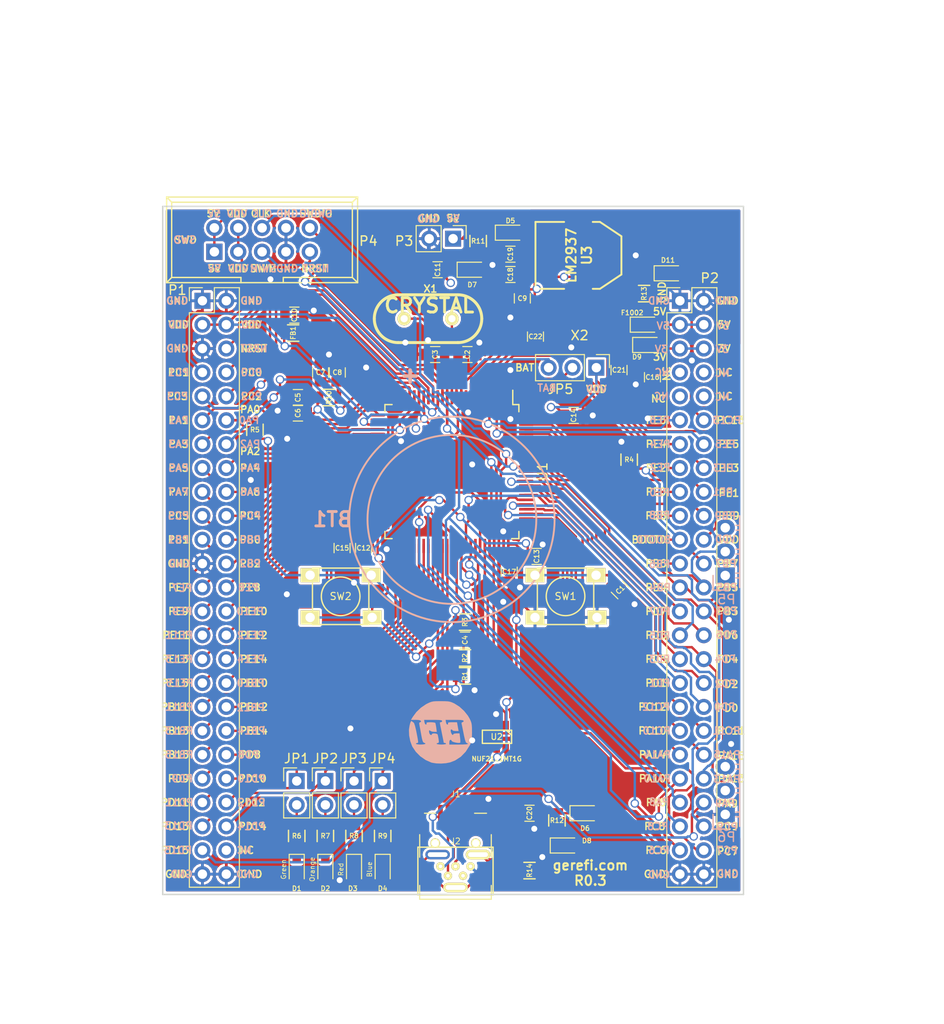
<source format=kicad_pcb>
(kicad_pcb (version 4) (host pcbnew 4.0.5)
  (title_block (date 2017-01-20) (rev R0.3) (company "gerefi by Art_Electro"))
  (layers (0 F.Cu signal) (31 B.Cu signal) (34 B.Paste user) (35 F.Paste user) (36 B.SilkS user) (37 F.SilkS user) (38 B.Mask user) (39 F.Mask user) (44 Edge.Cuts user))
  (net 0 "")
  (net 1 /3V)
  (net 2 /5V)
  (net 3 /BOOT0)
  (net 4 /D+)
  (net 5 /D-)
  (net 6 /NRST)
  (net 7 /PA0)
  (net 8 /PA1)
  (net 9 /PA10)
  (net 10 /PA11)
  (net 11 /PA12)
  (net 12 /PA13)
  (net 13 /PA14)
  (net 14 /PA15)
  (net 15 /PA2)
  (net 16 /PA3)
  (net 17 /PA4)
  (net 18 /PA5)
  (net 19 /PA6)
  (net 20 /PA7)
  (net 21 /PA8)
  (net 22 /PB0)
  (net 23 /PB1)
  (net 24 /PB10)
  (net 25 /PB11)
  (net 26 /PB12)
  (net 27 /PB13)
  (net 28 /PB14)
  (net 29 /PB15)
  (net 30 /PB2)
  (net 31 /PB3)
  (net 32 /PB4)
  (net 33 /PB5)
  (net 34 /PB6)
  (net 35 /PB7)
  (net 36 /PB8)
  (net 37 /PB9)
  (net 38 /PC0)
  (net 39 /PC1)
  (net 40 /PC10)
  (net 41 /PC11)
  (net 42 /PC12)
  (net 43 /PC13)
  (net 44 /PC2)
  (net 45 /PC3)
  (net 46 /PC4)
  (net 47 /PC5)
  (net 48 /PC6)
  (net 49 /PC7)
  (net 50 /PC8)
  (net 51 /PC9)
  (net 52 /PD0)
  (net 53 /PD1)
  (net 54 /PD10)
  (net 55 /PD11)
  (net 56 /PD12)
  (net 57 /PD13)
  (net 58 /PD14)
  (net 59 /PD15)
  (net 60 /PD2)
  (net 61 /PD3)
  (net 62 /PD4)
  (net 63 /PD5)
  (net 64 /PD6)
  (net 65 /PD7)
  (net 66 /PD8)
  (net 67 /PD9)
  (net 68 /PE0)
  (net 69 /PE1)
  (net 70 /PE10)
  (net 71 /PE11)
  (net 72 /PE12)
  (net 73 /PE13)
  (net 74 /PE14)
  (net 75 /PE15)
  (net 76 /PE2)
  (net 77 /PE3)
  (net 78 /PE4)
  (net 79 /PE5)
  (net 80 /PE6)
  (net 81 /PE7)
  (net 82 /PE8)
  (net 83 /PE9)
  (net 84 /VDD)
  (net 85 GND)
  (net 86 "Net-(BT1-Pad1)")
  (net 87 "Net-(C2-Pad1)")
  (net 88 "Net-(C3-Pad1)")
  (net 89 "Net-(C4-Pad2)")
  (net 90 "Net-(C5-Pad2)")
  (net 91 "Net-(C7-Pad2)")
  (net 92 "Net-(C15-Pad1)")
  (net 93 "Net-(C17-Pad1)")
  (net 94 /Shield)
  (net 95 "Net-(C21-Pad2)")
  (net 96 "Net-(C22-Pad2)")
  (net 97 "Net-(D1-Pad1)")
  (net 98 "Net-(D2-Pad1)")
  (net 99 "Net-(D3-Pad1)")
  (net 100 "Net-(D4-Pad1)")
  (net 101 "Net-(D5-Pad1)")
  (net 102 "Net-(D7-Pad1)")
  (net 103 "Net-(D8-Pad1)")
  (net 104 "Net-(D11-Pad1)")
  (net 105 "Net-(JP1-Pad2)")
  (net 106 "Net-(JP2-Pad2)")
  (net 107 "Net-(JP3-Pad2)")
  (net 108 "Net-(JP4-Pad2)")
  (net 109 "Net-(JP5-Pad2)")
  (net 110 "Net-(R1-Pad1)")
  (net 111 /PA9)
  (module Pin_Headers:Pin_Header_Angled_1x03 (layer B.Cu) (at 147.066 148.082)
    (fp_text reference P6 (at 0.127 2.413) (layer B.SilkS) (effects (justify mirror)))
    (fp_text value CONN_01X03 hide)
    (pad 1 thru_hole rect (at 0 0) (size 2.032 1.7272) (drill 1.016) (layers *.Cu *.Mask) (net 85 GND))
    (pad 2 thru_hole oval (at 0 -2.54) (size 2.032 1.7272) (drill 1.016) (layers *.Cu *.Mask) (net 62 /PD4))
    (pad 3 thru_hole oval (at 0 -5.08) (size 2.032 1.7272) (drill 1.016) (layers *.Cu *.Mask) (net 31 /PB3))
  )
  (module Pin_Headers:Pin_Header_Angled_1x03 (layer B.Cu) (at 147.066 122.682)
    (fp_text reference P5 (at 0.127 2.54) (layer B.SilkS) (effects (justify mirror)))
    (fp_text value CONN_01X03 hide)
    (pad 1 thru_hole rect (at 0 0) (size 2.032 1.7272) (drill 1.016) (layers *.Cu *.Mask) (net 32 /PB4))
    (pad 2 thru_hole oval (at 0 -2.54) (size 2.032 1.7272) (drill 1.016) (layers *.Cu *.Mask) (net 33 /PB5))
    (pad 3 thru_hole oval (at 0 -5.08) (size 2.032 1.7272) (drill 1.016) (layers *.Cu *.Mask) (net 84 /VDD))
  )
  (module BATT_CR2032_MPD (layer B.Cu) (at 117.983 116.713 90)
    (fp_text reference BT1 (at 0 -12.7 360) (layer B.SilkS) (effects (font (thickness 0.3048)) (justify mirror)))
    (fp_text value BATTERY_CR2032 hide)
    (pad 1 smd rect (at 15.485 0 90) (size 3.29 3.29) (layers B.Cu B.Paste B.Mask) (net 86 "Net-(BT1-Pad1)"))
    (pad 2 smd rect (at -15.485 0 90) (size 3.29 3.29) (layers B.Cu B.Paste B.Mask) (net 85 GND))
  )
  (module SOT223 (layer F.Cu) (at 131.445 88.646 270)
    (fp_text reference U3 (at 0 -0.889 450) (layer F.SilkS) (effects (font (size 1.016 1.016) (thickness 0.2032))))
    (fp_text value LM2937 (at 0 0.762 270) (layer F.SilkS) (effects (font (size 1.016 1.016) (thickness 0.2032))))
    (pad 4 smd rect (at 0 -3.302 270) (size 3.6576 2.032) (layers F.Cu F.Paste F.Mask) (net 85 GND))
    (pad 2 smd rect (at 0 3.302 270) (size 1.016 2.032) (layers F.Cu F.Paste F.Mask) (net 85 GND))
    (pad 3 smd rect (at 2.286 3.302 270) (size 1.016 2.032) (layers F.Cu F.Paste F.Mask) (net 84 /VDD))
    (pad 1 smd rect (at -2.286 3.302 270) (size 1.016 2.032) (layers F.Cu F.Paste F.Mask) (net 2 /5V))
  )
  (module HC-49V (layer F.Cu) (at 115.443 95.377)
    (fp_text reference X1 (at 0.254 -3.175) (layer F.SilkS) (effects (font (size 0.762 0.762) (thickness 0.1524))))
    (fp_text value CRYSTAL (at 0.127 -1.397) (layer F.SilkS) (effects (font (thickness 0.3048))))
    (pad 1 thru_hole circle (at -2.54 0) (size 1.4224 1.4224) (drill 0.762) (layers *.Cu *.Mask F.SilkS) (net 88 "Net-(C3-Pad1)"))
    (pad 2 thru_hole circle (at 2.54 0) (size 1.4224 1.4224) (drill 0.762) (layers *.Cu *.Mask F.SilkS) (net 87 "Net-(C2-Pad1)"))
  )
  (module MC-306 (layer F.Cu) (at 131.572 95.377)
    (fp_text reference X2 (at 0 1.778) (layer F.SilkS))
    (fp_text value "CRYSTAL(MC306)" hide)
    (pad 1 smd rect (at -2.75 1.6) (size 1.3 1.9) (layers F.Cu F.Paste F.Mask) (net 95 "Net-(C21-Pad2)"))
    (pad 2 smd rect (at 2.75 1.6) (size 1.3 1.9) (layers F.Cu F.Paste F.Mask))
    (pad 3 smd rect (at 2.75 -1.6) (size 1.3 1.9) (layers F.Cu F.Paste F.Mask))
    (pad 4 smd rect (at -2.75 -1.6) (size 1.3 1.9) (layers F.Cu F.Paste F.Mask) (net 96 "Net-(C22-Pad2)"))
  )
  (module MINI-USB-5P-3400020P1 (layer F.Cu) (at 118.364 152.527)
    (fp_text reference J1 (at 0 -6.604) (layer F.SilkS) (effects (font (size 0.635 0.635) (thickness 0.0889))))
    (fp_text value MINI-USB-5P-3400020P1 hide)
    (pad 1 smd rect (at -1.6 -4.191) (size 0.508 2.54) (layers F.Cu F.Paste F.Mask) (net 111 /PA9))
    (pad 2 smd rect (at -0.8 -4.191) (size 0.508 2.54) (layers F.Cu F.Paste F.Mask) (net 5 /D-))
    (pad 3 smd rect (at 0 -4.191) (size 0.508 2.54) (layers F.Cu F.Paste F.Mask) (net 4 /D+))
    (pad 4 smd rect (at 0.8 -4.191) (size 0.508 2.54) (layers F.Cu F.Paste F.Mask))
    (pad 5 smd rect (at 1.6 -4.191) (size 0.508 2.54) (layers F.Cu F.Paste F.Mask) (net 85 GND))
    (pad 6 smd rect (at -4.5 1.603 90) (size 2.794 2) (layers F.Cu F.Paste F.Mask) (net 94 /Shield))
    (pad 6 smd rect (at 4.5 1.603 90) (size 2.794 2) (layers F.Cu F.Paste F.Mask) (net 94 /Shield))
    (pad 6 smd rect (at -4.5 -3.897 90) (size 2.794 2) (layers F.Cu F.Paste F.Mask) (net 94 /Shield))
    (pad 6 smd rect (at 4.5 -3.897 90) (size 2.794 2) (layers F.Cu F.Paste F.Mask) (net 94 /Shield))
    (pad "" thru_hole circle (at -2.159 -1.397 90) (size 1.016 1.016) (drill 0.762) (layers *.Cu *.Mask F.SilkS))
    (pad "" thru_hole circle (at 2.159 -1.397 90) (size 1.016 1.016) (drill 0.762) (layers *.Cu *.Mask F.SilkS))
  )
  (module SOT-457 (layer F.Cu) (at 122.746 139.827 180)
    (fp_text reference U2 (at 0 0 180) (layer F.SilkS) (effects (font (size 0.635 0.635) (thickness 0.10922))))
    (fp_text value NUF2101MT1G (at 0 -2.3495 180) (layer F.SilkS) (effects (font (size 0.50038 0.50038) (thickness 0.10922))))
    (pad 1 smd rect (at -0.95 1.2 180) (size 0.7 1) (layers F.Cu F.Paste F.Mask) (net 11 /PA12))
    (pad 2 smd rect (at 0 1.2 180) (size 0.7 1) (layers F.Cu F.Paste F.Mask) (net 85 GND))
    (pad 3 smd rect (at 0.95 1.2 180) (size 0.7 1) (layers F.Cu F.Paste F.Mask) (net 10 /PA11))
    (pad 4 smd rect (at 0.95 -1.2 180) (size 0.7 1) (layers F.Cu F.Paste F.Mask) (net 5 /D-))
    (pad 5 smd rect (at 0 -1.2 180) (size 0.7 1) (layers F.Cu F.Paste F.Mask) (net 111 /PA9))
    (pad 6 smd rect (at -0.95 -1.2 180) (size 0.7 1) (layers F.Cu F.Paste F.Mask) (net 4 /D+))
  )
  (module TL-1105 (layer F.Cu) (at 130.073 124.892)
    (fp_text reference SW1 (at 0 0) (layer F.SilkS) (effects (font (size 0.762 0.762) (thickness 0.10922))))
    (fp_text value SW_PUSH hide)
    (pad 1 thru_hole rect (at -3.25 -2.25) (size 2 1.5) (drill 1) (layers *.Cu *.Mask F.SilkS) (net 6 /NRST))
    (pad 1 thru_hole rect (at 3.25 -2.25) (size 2 1.5) (drill 1) (layers *.Cu *.Mask F.SilkS) (net 6 /NRST))
    (pad 2 thru_hole rect (at 3.35 2.25) (size 2 1.5) (drill 1) (layers *.Cu *.Mask F.SilkS) (net 85 GND))
    (pad 2 thru_hole rect (at -3.25 2.25) (size 2 1.5) (drill 1) (layers *.Cu *.Mask F.SilkS) (net 85 GND))
  )
  (module TL-1105 (layer F.Cu) (at 106.147 124.892)
    (fp_text reference SW2 (at 0 0) (layer F.SilkS) (effects (font (size 0.762 0.762) (thickness 0.10922))))
    (fp_text value SW_PUSH hide)
    (pad 1 thru_hole rect (at -3.25 -2.25) (size 2 1.5) (drill 1) (layers *.Cu *.Mask F.SilkS) (net 110 "Net-(R1-Pad1)"))
    (pad 1 thru_hole rect (at 3.25 -2.25) (size 2 1.5) (drill 1) (layers *.Cu *.Mask F.SilkS) (net 110 "Net-(R1-Pad1)"))
    (pad 2 thru_hole rect (at 3.35 2.25) (size 2 1.5) (drill 1) (layers *.Cu *.Mask F.SilkS) (net 84 /VDD))
    (pad 2 thru_hole rect (at -3.25 2.25) (size 2 1.5) (drill 1) (layers *.Cu *.Mask F.SilkS) (net 84 /VDD))
  )
  (module LOGO_F (layer B.Cu) (at 116.7765 139.3825)
    (fp_text reference G1 hide)
    (fp_text value LOGO hide)
  )
  (module MINI-USB_RCTP_V-T_B (layer F.Cu) (at 118.364 154.102)
    (fp_text reference J2 (at 0 -3.175) (layer F.SilkS) (effects (font (size 0.635 0.635) (thickness 0.0889))))
    (fp_text value MINI-USB-5P-3400020P1V hide)
    (pad 1 thru_hole circle (at -1.6 -0.5) (size 0.889 0.889) (drill 0.381) (layers *.Cu *.Mask F.SilkS) (net 111 /PA9))
    (pad 2 thru_hole circle (at -0.8 0.5) (size 0.889 0.889) (drill 0.381) (layers *.Cu *.Mask F.SilkS) (net 5 /D-))
    (pad 3 thru_hole circle (at 0 -0.5) (size 0.889 0.889) (drill 0.381) (layers *.Cu *.Mask F.SilkS) (net 4 /D+))
    (pad 4 thru_hole circle (at 0.8 0.5) (size 0.889 0.889) (drill 0.381) (layers *.Cu *.Mask F.SilkS))
    (pad 5 thru_hole circle (at 1.6 -0.5) (size 0.889 0.889) (drill 0.381) (layers *.Cu *.Mask F.SilkS) (net 85 GND))
    (pad 6 thru_hole oval (at 0 1.75 90) (size 1.016 2.6162) (drill oval 0.508 2.1082) (layers *.Cu *.Mask F.SilkS) (net 94 /Shield))
    (pad 6 thru_hole oval (at -1.9 -1.75 90) (size 1.016 2.6162) (drill oval 0.508 2.1082) (layers *.Cu *.Mask) (net 94 /Shield))
    (pad 6 thru_hole oval (at 2.4 -1.75 90) (size 1.016 2.6162) (drill oval 0.508 2.1082) (layers *.Cu *.Mask F.SilkS) (net 94 /Shield))
  )
  (module Connect:IDC_Header_Straight_10pins (layer F.Cu) (at 92.71 88.265)
    (fp_text reference P4 (at 16.383 -1.143) (layer F.SilkS))
    (fp_text value CONN_02X05 hide)
    (pad 1 thru_hole rect (at 0 0) (size 1.7272 1.7272) (drill 1.016) (layers *.Cu *.Mask) (net 2 /5V))
    (pad 2 thru_hole oval (at 0 -2.54) (size 1.7272 1.7272) (drill 1.016) (layers *.Cu *.Mask) (net 2 /5V))
    (pad 3 thru_hole oval (at 2.54 0) (size 1.7272 1.7272) (drill 1.016) (layers *.Cu *.Mask) (net 84 /VDD))
    (pad 4 thru_hole oval (at 2.54 -2.54) (size 1.7272 1.7272) (drill 1.016) (layers *.Cu *.Mask) (net 84 /VDD))
    (pad 5 thru_hole oval (at 5.08 0) (size 1.7272 1.7272) (drill 1.016) (layers *.Cu *.Mask) (net 31 /PB3))
    (pad 6 thru_hole oval (at 5.08 -2.54) (size 1.7272 1.7272) (drill 1.016) (layers *.Cu *.Mask) (net 13 /PA14))
    (pad 7 thru_hole oval (at 7.62 0) (size 1.7272 1.7272) (drill 1.016) (layers *.Cu *.Mask) (net 85 GND))
    (pad 8 thru_hole oval (at 7.62 -2.54) (size 1.7272 1.7272) (drill 1.016) (layers *.Cu *.Mask) (net 85 GND))
    (pad 9 thru_hole oval (at 10.16 0) (size 1.7272 1.7272) (drill 1.016) (layers *.Cu *.Mask) (net 6 /NRST))
    (pad 10 thru_hole oval (at 10.16 -2.54) (size 1.7272 1.7272) (drill 1.016) (layers *.Cu *.Mask) (net 12 /PA13))
  )
  (module Pin_Headers:Pin_Header_Straight_1x02_Pitch2.54mm (layer F.Cu) (at 101.473 144.526)
    (fp_text reference JP1 (at 0 -2.39) (layer F.SilkS))
    (fp_text value JUMPER hide)
    (pad 1 thru_hole rect (at 0 0) (size 1.7 1.7) (drill 1) (layers *.Cu *.Mask) (net 56 /PD12))
    (pad 2 thru_hole oval (at 0 2.54) (size 1.7 1.7) (drill 1) (layers *.Cu *.Mask) (net 105 "Net-(JP1-Pad2)"))
  )
  (module Pin_Headers:Pin_Header_Straight_1x02_Pitch2.54mm (layer F.Cu) (at 104.521 144.526)
    (fp_text reference JP2 (at 0 -2.39) (layer F.SilkS))
    (fp_text value JUMPER hide)
    (pad 1 thru_hole rect (at 0 0) (size 1.7 1.7) (drill 1) (layers *.Cu *.Mask) (net 57 /PD13))
    (pad 2 thru_hole oval (at 0 2.54) (size 1.7 1.7) (drill 1) (layers *.Cu *.Mask) (net 106 "Net-(JP2-Pad2)"))
  )
  (module Pin_Headers:Pin_Header_Straight_1x02_Pitch2.54mm (layer F.Cu) (at 107.569 144.526)
    (fp_text reference JP3 (at 0 -2.39) (layer F.SilkS))
    (fp_text value JUMPER hide)
    (pad 1 thru_hole rect (at 0 0) (size 1.7 1.7) (drill 1) (layers *.Cu *.Mask) (net 58 /PD14))
    (pad 2 thru_hole oval (at 0 2.54) (size 1.7 1.7) (drill 1) (layers *.Cu *.Mask) (net 107 "Net-(JP3-Pad2)"))
  )
  (module Pin_Headers:Pin_Header_Straight_1x02_Pitch2.54mm (layer F.Cu) (at 110.617 144.526)
    (fp_text reference JP4 (at 0 -2.39) (layer F.SilkS))
    (fp_text value JUMPER hide)
    (pad 1 thru_hole rect (at 0 0) (size 1.7 1.7) (drill 1) (layers *.Cu *.Mask) (net 59 /PD15))
    (pad 2 thru_hole oval (at 0 2.54) (size 1.7 1.7) (drill 1) (layers *.Cu *.Mask) (net 108 "Net-(JP4-Pad2)"))
  )
  (module Pin_Headers:Pin_Header_Straight_1x03_Pitch2.54mm (layer F.Cu) (at 133.35 100.584 270)
    (fp_text reference JP5 (at 2.286 3.81 360) (layer F.SilkS))
    (fp_text value JUMPER3 hide)
    (pad 1 thru_hole rect (at 0 0 270) (size 1.7 1.7) (drill 1) (layers *.Cu *.Mask) (net 84 /VDD))
    (pad 2 thru_hole oval (at 0 2.54 270) (size 1.7 1.7) (drill 1) (layers *.Cu *.Mask) (net 109 "Net-(JP5-Pad2)"))
    (pad 3 thru_hole oval (at 0 5.08 270) (size 1.7 1.7) (drill 1) (layers *.Cu *.Mask) (net 86 "Net-(BT1-Pad1)"))
  )
  (module Pin_Headers:Pin_Header_Straight_2x25_Pitch2.54mm (layer F.Cu) (at 91.44 93.472)
    (fp_text reference P1 (at -2.667 -1.143) (layer F.SilkS))
    (fp_text value CONN_25X2 hide)
    (pad 1 thru_hole rect (at 0 0) (size 1.7 1.7) (drill 1) (layers *.Cu *.Mask) (net 85 GND))
    (pad 2 thru_hole oval (at 2.54 0) (size 1.7 1.7) (drill 1) (layers *.Cu *.Mask) (net 85 GND))
    (pad 3 thru_hole oval (at 0 2.54) (size 1.7 1.7) (drill 1) (layers *.Cu *.Mask) (net 84 /VDD))
    (pad 4 thru_hole oval (at 2.54 2.54) (size 1.7 1.7) (drill 1) (layers *.Cu *.Mask) (net 84 /VDD))
    (pad 5 thru_hole oval (at 0 5.08) (size 1.7 1.7) (drill 1) (layers *.Cu *.Mask) (net 85 GND))
    (pad 6 thru_hole oval (at 2.54 5.08) (size 1.7 1.7) (drill 1) (layers *.Cu *.Mask) (net 6 /NRST))
    (pad 7 thru_hole oval (at 0 7.62) (size 1.7 1.7) (drill 1) (layers *.Cu *.Mask) (net 39 /PC1))
    (pad 8 thru_hole oval (at 2.54 7.62) (size 1.7 1.7) (drill 1) (layers *.Cu *.Mask) (net 38 /PC0))
    (pad 9 thru_hole oval (at 0 10.16) (size 1.7 1.7) (drill 1) (layers *.Cu *.Mask) (net 45 /PC3))
    (pad 10 thru_hole oval (at 2.54 10.16) (size 1.7 1.7) (drill 1) (layers *.Cu *.Mask) (net 44 /PC2))
    (pad 11 thru_hole oval (at 0 12.7) (size 1.7 1.7) (drill 1) (layers *.Cu *.Mask) (net 8 /PA1))
    (pad 12 thru_hole oval (at 2.54 12.7) (size 1.7 1.7) (drill 1) (layers *.Cu *.Mask) (net 7 /PA0))
    (pad 13 thru_hole oval (at 0 15.24) (size 1.7 1.7) (drill 1) (layers *.Cu *.Mask) (net 16 /PA3))
    (pad 14 thru_hole oval (at 2.54 15.24) (size 1.7 1.7) (drill 1) (layers *.Cu *.Mask) (net 15 /PA2))
    (pad 15 thru_hole oval (at 0 17.78) (size 1.7 1.7) (drill 1) (layers *.Cu *.Mask) (net 18 /PA5))
    (pad 16 thru_hole oval (at 2.54 17.78) (size 1.7 1.7) (drill 1) (layers *.Cu *.Mask) (net 17 /PA4))
    (pad 17 thru_hole oval (at 0 20.32) (size 1.7 1.7) (drill 1) (layers *.Cu *.Mask) (net 20 /PA7))
    (pad 18 thru_hole oval (at 2.54 20.32) (size 1.7 1.7) (drill 1) (layers *.Cu *.Mask) (net 19 /PA6))
    (pad 19 thru_hole oval (at 0 22.86) (size 1.7 1.7) (drill 1) (layers *.Cu *.Mask) (net 47 /PC5))
    (pad 20 thru_hole oval (at 2.54 22.86) (size 1.7 1.7) (drill 1) (layers *.Cu *.Mask) (net 46 /PC4))
    (pad 21 thru_hole oval (at 0 25.4) (size 1.7 1.7) (drill 1) (layers *.Cu *.Mask) (net 23 /PB1))
    (pad 22 thru_hole oval (at 2.54 25.4) (size 1.7 1.7) (drill 1) (layers *.Cu *.Mask) (net 22 /PB0))
    (pad 23 thru_hole oval (at 0 27.94) (size 1.7 1.7) (drill 1) (layers *.Cu *.Mask) (net 85 GND))
    (pad 24 thru_hole oval (at 2.54 27.94) (size 1.7 1.7) (drill 1) (layers *.Cu *.Mask) (net 30 /PB2))
    (pad 25 thru_hole oval (at 0 30.48) (size 1.7 1.7) (drill 1) (layers *.Cu *.Mask) (net 81 /PE7))
    (pad 26 thru_hole oval (at 2.54 30.48) (size 1.7 1.7) (drill 1) (layers *.Cu *.Mask) (net 82 /PE8))
    (pad 27 thru_hole oval (at 0 33.02) (size 1.7 1.7) (drill 1) (layers *.Cu *.Mask) (net 83 /PE9))
    (pad 28 thru_hole oval (at 2.54 33.02) (size 1.7 1.7) (drill 1) (layers *.Cu *.Mask) (net 70 /PE10))
    (pad 29 thru_hole oval (at 0 35.56) (size 1.7 1.7) (drill 1) (layers *.Cu *.Mask) (net 71 /PE11))
    (pad 30 thru_hole oval (at 2.54 35.56) (size 1.7 1.7) (drill 1) (layers *.Cu *.Mask) (net 72 /PE12))
    (pad 31 thru_hole oval (at 0 38.1) (size 1.7 1.7) (drill 1) (layers *.Cu *.Mask) (net 73 /PE13))
    (pad 32 thru_hole oval (at 2.54 38.1) (size 1.7 1.7) (drill 1) (layers *.Cu *.Mask) (net 74 /PE14))
    (pad 33 thru_hole oval (at 0 40.64) (size 1.7 1.7) (drill 1) (layers *.Cu *.Mask) (net 75 /PE15))
    (pad 34 thru_hole oval (at 2.54 40.64) (size 1.7 1.7) (drill 1) (layers *.Cu *.Mask) (net 24 /PB10))
    (pad 35 thru_hole oval (at 0 43.18) (size 1.7 1.7) (drill 1) (layers *.Cu *.Mask) (net 25 /PB11))
    (pad 36 thru_hole oval (at 2.54 43.18) (size 1.7 1.7) (drill 1) (layers *.Cu *.Mask) (net 26 /PB12))
    (pad 37 thru_hole oval (at 0 45.72) (size 1.7 1.7) (drill 1) (layers *.Cu *.Mask) (net 27 /PB13))
    (pad 38 thru_hole oval (at 2.54 45.72) (size 1.7 1.7) (drill 1) (layers *.Cu *.Mask) (net 28 /PB14))
    (pad 39 thru_hole oval (at 0 48.26) (size 1.7 1.7) (drill 1) (layers *.Cu *.Mask) (net 29 /PB15))
    (pad 40 thru_hole oval (at 2.54 48.26) (size 1.7 1.7) (drill 1) (layers *.Cu *.Mask) (net 66 /PD8))
    (pad 41 thru_hole oval (at 0 50.8) (size 1.7 1.7) (drill 1) (layers *.Cu *.Mask) (net 67 /PD9))
    (pad 42 thru_hole oval (at 2.54 50.8) (size 1.7 1.7) (drill 1) (layers *.Cu *.Mask) (net 54 /PD10))
    (pad 43 thru_hole oval (at 0 53.34) (size 1.7 1.7) (drill 1) (layers *.Cu *.Mask) (net 55 /PD11))
    (pad 44 thru_hole oval (at 2.54 53.34) (size 1.7 1.7) (drill 1) (layers *.Cu *.Mask) (net 56 /PD12))
    (pad 45 thru_hole oval (at 0 55.88) (size 1.7 1.7) (drill 1) (layers *.Cu *.Mask) (net 57 /PD13))
    (pad 46 thru_hole oval (at 2.54 55.88) (size 1.7 1.7) (drill 1) (layers *.Cu *.Mask) (net 58 /PD14))
    (pad 47 thru_hole oval (at 0 58.42) (size 1.7 1.7) (drill 1) (layers *.Cu *.Mask) (net 59 /PD15))
    (pad 48 thru_hole oval (at 2.54 58.42) (size 1.7 1.7) (drill 1) (layers *.Cu *.Mask))
    (pad 49 thru_hole oval (at 0 60.96) (size 1.7 1.7) (drill 1) (layers *.Cu *.Mask) (net 85 GND))
    (pad 50 thru_hole oval (at 2.54 60.96) (size 1.7 1.7) (drill 1) (layers *.Cu *.Mask) (net 85 GND))
  )
  (module Pin_Headers:Pin_Header_Straight_2x25_Pitch2.54mm (layer F.Cu) (at 142.24 93.472)
    (fp_text reference P2 (at 3.175 -2.413) (layer F.SilkS))
    (fp_text value CONN_25X2 hide)
    (pad 1 thru_hole rect (at 0 0) (size 1.7 1.7) (drill 1) (layers *.Cu *.Mask) (net 85 GND))
    (pad 2 thru_hole oval (at 2.54 0) (size 1.7 1.7) (drill 1) (layers *.Cu *.Mask) (net 85 GND))
    (pad 3 thru_hole oval (at 0 2.54) (size 1.7 1.7) (drill 1) (layers *.Cu *.Mask) (net 2 /5V))
    (pad 4 thru_hole oval (at 2.54 2.54) (size 1.7 1.7) (drill 1) (layers *.Cu *.Mask) (net 2 /5V))
    (pad 5 thru_hole oval (at 0 5.08) (size 1.7 1.7) (drill 1) (layers *.Cu *.Mask) (net 1 /3V))
    (pad 6 thru_hole oval (at 2.54 5.08) (size 1.7 1.7) (drill 1) (layers *.Cu *.Mask) (net 1 /3V))
    (pad 7 thru_hole oval (at 0 7.62) (size 1.7 1.7) (drill 1) (layers *.Cu *.Mask))
    (pad 8 thru_hole oval (at 2.54 7.62) (size 1.7 1.7) (drill 1) (layers *.Cu *.Mask))
    (pad 9 thru_hole oval (at 0 10.16) (size 1.7 1.7) (drill 1) (layers *.Cu *.Mask))
    (pad 10 thru_hole oval (at 2.54 10.16) (size 1.7 1.7) (drill 1) (layers *.Cu *.Mask))
    (pad 11 thru_hole oval (at 0 12.7) (size 1.7 1.7) (drill 1) (layers *.Cu *.Mask) (net 80 /PE6))
    (pad 12 thru_hole oval (at 2.54 12.7) (size 1.7 1.7) (drill 1) (layers *.Cu *.Mask) (net 43 /PC13))
    (pad 13 thru_hole oval (at 0 15.24) (size 1.7 1.7) (drill 1) (layers *.Cu *.Mask) (net 78 /PE4))
    (pad 14 thru_hole oval (at 2.54 15.24) (size 1.7 1.7) (drill 1) (layers *.Cu *.Mask) (net 79 /PE5))
    (pad 15 thru_hole oval (at 0 17.78) (size 1.7 1.7) (drill 1) (layers *.Cu *.Mask) (net 76 /PE2))
    (pad 16 thru_hole oval (at 2.54 17.78) (size 1.7 1.7) (drill 1) (layers *.Cu *.Mask) (net 77 /PE3))
    (pad 17 thru_hole oval (at 0 20.32) (size 1.7 1.7) (drill 1) (layers *.Cu *.Mask) (net 68 /PE0))
    (pad 18 thru_hole oval (at 2.54 20.32) (size 1.7 1.7) (drill 1) (layers *.Cu *.Mask) (net 69 /PE1))
    (pad 19 thru_hole oval (at 0 22.86) (size 1.7 1.7) (drill 1) (layers *.Cu *.Mask) (net 36 /PB8))
    (pad 20 thru_hole oval (at 2.54 22.86) (size 1.7 1.7) (drill 1) (layers *.Cu *.Mask) (net 37 /PB9))
    (pad 21 thru_hole oval (at 0 25.4) (size 1.7 1.7) (drill 1) (layers *.Cu *.Mask) (net 3 /BOOT0))
    (pad 22 thru_hole oval (at 2.54 25.4) (size 1.7 1.7) (drill 1) (layers *.Cu *.Mask) (net 84 /VDD))
    (pad 23 thru_hole oval (at 0 27.94) (size 1.7 1.7) (drill 1) (layers *.Cu *.Mask) (net 34 /PB6))
    (pad 24 thru_hole oval (at 2.54 27.94) (size 1.7 1.7) (drill 1) (layers *.Cu *.Mask) (net 35 /PB7))
    (pad 25 thru_hole oval (at 0 30.48) (size 1.7 1.7) (drill 1) (layers *.Cu *.Mask) (net 32 /PB4))
    (pad 26 thru_hole oval (at 2.54 30.48) (size 1.7 1.7) (drill 1) (layers *.Cu *.Mask) (net 33 /PB5))
    (pad 27 thru_hole oval (at 0 33.02) (size 1.7 1.7) (drill 1) (layers *.Cu *.Mask) (net 65 /PD7))
    (pad 28 thru_hole oval (at 2.54 33.02) (size 1.7 1.7) (drill 1) (layers *.Cu *.Mask) (net 31 /PB3))
    (pad 29 thru_hole oval (at 0 35.56) (size 1.7 1.7) (drill 1) (layers *.Cu *.Mask) (net 63 /PD5))
    (pad 30 thru_hole oval (at 2.54 35.56) (size 1.7 1.7) (drill 1) (layers *.Cu *.Mask) (net 64 /PD6))
    (pad 31 thru_hole oval (at 0 38.1) (size 1.7 1.7) (drill 1) (layers *.Cu *.Mask) (net 61 /PD3))
    (pad 32 thru_hole oval (at 2.54 38.1) (size 1.7 1.7) (drill 1) (layers *.Cu *.Mask) (net 62 /PD4))
    (pad 33 thru_hole oval (at 0 40.64) (size 1.7 1.7) (drill 1) (layers *.Cu *.Mask) (net 53 /PD1))
    (pad 34 thru_hole oval (at 2.54 40.64) (size 1.7 1.7) (drill 1) (layers *.Cu *.Mask) (net 60 /PD2))
    (pad 35 thru_hole oval (at 0 43.18) (size 1.7 1.7) (drill 1) (layers *.Cu *.Mask) (net 42 /PC12))
    (pad 36 thru_hole oval (at 2.54 43.18) (size 1.7 1.7) (drill 1) (layers *.Cu *.Mask) (net 52 /PD0))
    (pad 37 thru_hole oval (at 0 45.72) (size 1.7 1.7) (drill 1) (layers *.Cu *.Mask) (net 40 /PC10))
    (pad 38 thru_hole oval (at 2.54 45.72) (size 1.7 1.7) (drill 1) (layers *.Cu *.Mask) (net 41 /PC11))
    (pad 39 thru_hole oval (at 0 48.26) (size 1.7 1.7) (drill 1) (layers *.Cu *.Mask) (net 13 /PA14))
    (pad 40 thru_hole oval (at 2.54 48.26) (size 1.7 1.7) (drill 1) (layers *.Cu *.Mask) (net 14 /PA15))
    (pad 41 thru_hole oval (at 0 50.8) (size 1.7 1.7) (drill 1) (layers *.Cu *.Mask) (net 9 /PA10))
    (pad 42 thru_hole oval (at 2.54 50.8) (size 1.7 1.7) (drill 1) (layers *.Cu *.Mask) (net 12 /PA13))
    (pad 43 thru_hole oval (at 0 53.34) (size 1.7 1.7) (drill 1) (layers *.Cu *.Mask) (net 21 /PA8))
    (pad 44 thru_hole oval (at 2.54 53.34) (size 1.7 1.7) (drill 1) (layers *.Cu *.Mask) (net 111 /PA9))
    (pad 45 thru_hole oval (at 0 55.88) (size 1.7 1.7) (drill 1) (layers *.Cu *.Mask) (net 50 /PC8))
    (pad 46 thru_hole oval (at 2.54 55.88) (size 1.7 1.7) (drill 1) (layers *.Cu *.Mask) (net 51 /PC9))
    (pad 47 thru_hole oval (at 0 58.42) (size 1.7 1.7) (drill 1) (layers *.Cu *.Mask) (net 48 /PC6))
    (pad 48 thru_hole oval (at 2.54 58.42) (size 1.7 1.7) (drill 1) (layers *.Cu *.Mask) (net 49 /PC7))
    (pad 49 thru_hole oval (at 0 60.96) (size 1.7 1.7) (drill 1) (layers *.Cu *.Mask) (net 85 GND))
    (pad 50 thru_hole oval (at 2.54 60.96) (size 1.7 1.7) (drill 1) (layers *.Cu *.Mask) (net 85 GND))
  )
  (module Pin_Headers:Pin_Header_Straight_1x02_Pitch2.54mm (layer F.Cu) (at 118.11 86.868 270)
    (fp_text reference P3 (at 0.254 5.207 360) (layer F.SilkS))
    (fp_text value CONN_2 hide)
    (pad 1 thru_hole rect (at 0 0 270) (size 1.7 1.7) (drill 1) (layers *.Cu *.Mask) (net 101 "Net-(D5-Pad1)"))
    (pad 2 thru_hole oval (at 0 2.54 270) (size 1.7 1.7) (drill 1) (layers *.Cu *.Mask) (net 85 GND))
  )
  (module Housings_QFP:LQFP-100_14x14mm_Pitch0.5mm (layer F.Cu) (at 117.983 111.633 270)
    (fp_text reference U1 (at 0 -9.65 270) (layer F.SilkS))
    (fp_text value STM32F407VG hide)
    (pad 1 smd rect (at -7.9 -6 270) (size 1.5 0.28) (layers F.Cu F.Paste F.Mask) (net 76 /PE2))
    (pad 2 smd rect (at -7.9 -5.5 270) (size 1.5 0.28) (layers F.Cu F.Paste F.Mask) (net 77 /PE3))
    (pad 3 smd rect (at -7.9 -5 270) (size 1.5 0.28) (layers F.Cu F.Paste F.Mask) (net 78 /PE4))
    (pad 4 smd rect (at -7.9 -4.5 270) (size 1.5 0.28) (layers F.Cu F.Paste F.Mask) (net 79 /PE5))
    (pad 5 smd rect (at -7.9 -4 270) (size 1.5 0.28) (layers F.Cu F.Paste F.Mask) (net 80 /PE6))
    (pad 6 smd rect (at -7.9 -3.5 270) (size 1.5 0.28) (layers F.Cu F.Paste F.Mask) (net 109 "Net-(JP5-Pad2)"))
    (pad 7 smd rect (at -7.9 -3 270) (size 1.5 0.28) (layers F.Cu F.Paste F.Mask) (net 43 /PC13))
    (pad 8 smd rect (at -7.9 -2.5 270) (size 1.5 0.28) (layers F.Cu F.Paste F.Mask) (net 95 "Net-(C21-Pad2)"))
    (pad 9 smd rect (at -7.9 -2 270) (size 1.5 0.28) (layers F.Cu F.Paste F.Mask) (net 96 "Net-(C22-Pad2)"))
    (pad 10 smd rect (at -7.9 -1.5 270) (size 1.5 0.28) (layers F.Cu F.Paste F.Mask) (net 85 GND))
    (pad 11 smd rect (at -7.9 -1 270) (size 1.5 0.28) (layers F.Cu F.Paste F.Mask) (net 84 /VDD))
    (pad 12 smd rect (at -7.9 -0.5 270) (size 1.5 0.28) (layers F.Cu F.Paste F.Mask) (net 87 "Net-(C2-Pad1)"))
    (pad 13 smd rect (at -7.9 0 270) (size 1.5 0.28) (layers F.Cu F.Paste F.Mask) (net 88 "Net-(C3-Pad1)"))
    (pad 14 smd rect (at -7.9 0.5 270) (size 1.5 0.28) (layers F.Cu F.Paste F.Mask) (net 6 /NRST))
    (pad 15 smd rect (at -7.9 1 270) (size 1.5 0.28) (layers F.Cu F.Paste F.Mask) (net 38 /PC0))
    (pad 16 smd rect (at -7.9 1.5 270) (size 1.5 0.28) (layers F.Cu F.Paste F.Mask) (net 39 /PC1))
    (pad 17 smd rect (at -7.9 2 270) (size 1.5 0.28) (layers F.Cu F.Paste F.Mask) (net 44 /PC2))
    (pad 18 smd rect (at -7.9 2.5 270) (size 1.5 0.28) (layers F.Cu F.Paste F.Mask) (net 45 /PC3))
    (pad 19 smd rect (at -7.9 3 270) (size 1.5 0.28) (layers F.Cu F.Paste F.Mask) (net 84 /VDD))
    (pad 20 smd rect (at -7.9 3.5 270) (size 1.5 0.28) (layers F.Cu F.Paste F.Mask) (net 85 GND))
    (pad 21 smd rect (at -7.9 4 270) (size 1.5 0.28) (layers F.Cu F.Paste F.Mask) (net 90 "Net-(C5-Pad2)"))
    (pad 22 smd rect (at -7.9 4.5 270) (size 1.5 0.28) (layers F.Cu F.Paste F.Mask) (net 91 "Net-(C7-Pad2)"))
    (pad 23 smd rect (at -7.9 5 270) (size 1.5 0.28) (layers F.Cu F.Paste F.Mask) (net 7 /PA0))
    (pad 24 smd rect (at -7.9 5.5 270) (size 1.5 0.28) (layers F.Cu F.Paste F.Mask) (net 8 /PA1))
    (pad 25 smd rect (at -7.9 6 270) (size 1.5 0.28) (layers F.Cu F.Paste F.Mask) (net 15 /PA2))
    (pad 26 smd rect (at -6 7.9) (size 1.5 0.28) (layers F.Cu F.Paste F.Mask) (net 16 /PA3))
    (pad 27 smd rect (at -5.5 7.9) (size 1.5 0.28) (layers F.Cu F.Paste F.Mask) (net 85 GND))
    (pad 28 smd rect (at -5 7.9) (size 1.5 0.28) (layers F.Cu F.Paste F.Mask) (net 84 /VDD))
    (pad 29 smd rect (at -4.5 7.9) (size 1.5 0.28) (layers F.Cu F.Paste F.Mask) (net 17 /PA4))
    (pad 30 smd rect (at -4 7.9) (size 1.5 0.28) (layers F.Cu F.Paste F.Mask) (net 18 /PA5))
    (pad 31 smd rect (at -3.5 7.9) (size 1.5 0.28) (layers F.Cu F.Paste F.Mask) (net 19 /PA6))
    (pad 32 smd rect (at -3 7.9) (size 1.5 0.28) (layers F.Cu F.Paste F.Mask) (net 20 /PA7))
    (pad 33 smd rect (at -2.5 7.9) (size 1.5 0.28) (layers F.Cu F.Paste F.Mask) (net 46 /PC4))
    (pad 34 smd rect (at -2 7.9) (size 1.5 0.28) (layers F.Cu F.Paste F.Mask) (net 47 /PC5))
    (pad 35 smd rect (at -1.5 7.9) (size 1.5 0.28) (layers F.Cu F.Paste F.Mask) (net 22 /PB0))
    (pad 36 smd rect (at -1 7.9) (size 1.5 0.28) (layers F.Cu F.Paste F.Mask) (net 23 /PB1))
    (pad 37 smd rect (at -0.5 7.9) (size 1.5 0.28) (layers F.Cu F.Paste F.Mask) (net 30 /PB2))
    (pad 38 smd rect (at 0 7.9) (size 1.5 0.28) (layers F.Cu F.Paste F.Mask) (net 81 /PE7))
    (pad 39 smd rect (at 0.5 7.9) (size 1.5 0.28) (layers F.Cu F.Paste F.Mask) (net 82 /PE8))
    (pad 40 smd rect (at 1 7.9) (size 1.5 0.28) (layers F.Cu F.Paste F.Mask) (net 83 /PE9))
    (pad 41 smd rect (at 1.5 7.9) (size 1.5 0.28) (layers F.Cu F.Paste F.Mask) (net 70 /PE10))
    (pad 42 smd rect (at 2 7.9) (size 1.5 0.28) (layers F.Cu F.Paste F.Mask) (net 71 /PE11))
    (pad 43 smd rect (at 2.5 7.9) (size 1.5 0.28) (layers F.Cu F.Paste F.Mask) (net 72 /PE12))
    (pad 44 smd rect (at 3 7.9) (size 1.5 0.28) (layers F.Cu F.Paste F.Mask) (net 73 /PE13))
    (pad 45 smd rect (at 3.5 7.9) (size 1.5 0.28) (layers F.Cu F.Paste F.Mask) (net 74 /PE14))
    (pad 46 smd rect (at 4 7.9) (size 1.5 0.28) (layers F.Cu F.Paste F.Mask) (net 75 /PE15))
    (pad 47 smd rect (at 4.5 7.9) (size 1.5 0.28) (layers F.Cu F.Paste F.Mask) (net 24 /PB10))
    (pad 48 smd rect (at 5 7.9) (size 1.5 0.28) (layers F.Cu F.Paste F.Mask) (net 25 /PB11))
    (pad 49 smd rect (at 5.5 7.9) (size 1.5 0.28) (layers F.Cu F.Paste F.Mask) (net 92 "Net-(C15-Pad1)"))
    (pad 50 smd rect (at 6 7.9) (size 1.5 0.28) (layers F.Cu F.Paste F.Mask) (net 84 /VDD))
    (pad 51 smd rect (at 7.9 6 270) (size 1.5 0.28) (layers F.Cu F.Paste F.Mask) (net 26 /PB12))
    (pad 52 smd rect (at 7.9 5.5 270) (size 1.5 0.28) (layers F.Cu F.Paste F.Mask) (net 27 /PB13))
    (pad 53 smd rect (at 7.9 5 270) (size 1.5 0.28) (layers F.Cu F.Paste F.Mask) (net 28 /PB14))
    (pad 54 smd rect (at 7.9 4.5 270) (size 1.5 0.28) (layers F.Cu F.Paste F.Mask) (net 29 /PB15))
    (pad 55 smd rect (at 7.9 4 270) (size 1.5 0.28) (layers F.Cu F.Paste F.Mask) (net 66 /PD8))
    (pad 56 smd rect (at 7.9 3.5 270) (size 1.5 0.28) (layers F.Cu F.Paste F.Mask) (net 67 /PD9))
    (pad 57 smd rect (at 7.9 3 270) (size 1.5 0.28) (layers F.Cu F.Paste F.Mask) (net 54 /PD10))
    (pad 58 smd rect (at 7.9 2.5 270) (size 1.5 0.28) (layers F.Cu F.Paste F.Mask) (net 55 /PD11))
    (pad 59 smd rect (at 7.9 2 270) (size 1.5 0.28) (layers F.Cu F.Paste F.Mask) (net 56 /PD12))
    (pad 60 smd rect (at 7.9 1.5 270) (size 1.5 0.28) (layers F.Cu F.Paste F.Mask) (net 57 /PD13))
    (pad 61 smd rect (at 7.9 1 270) (size 1.5 0.28) (layers F.Cu F.Paste F.Mask) (net 58 /PD14))
    (pad 62 smd rect (at 7.9 0.5 270) (size 1.5 0.28) (layers F.Cu F.Paste F.Mask) (net 59 /PD15))
    (pad 63 smd rect (at 7.9 0 270) (size 1.5 0.28) (layers F.Cu F.Paste F.Mask) (net 48 /PC6))
    (pad 64 smd rect (at 7.9 -0.5 270) (size 1.5 0.28) (layers F.Cu F.Paste F.Mask) (net 49 /PC7))
    (pad 65 smd rect (at 7.9 -1 270) (size 1.5 0.28) (layers F.Cu F.Paste F.Mask) (net 50 /PC8))
    (pad 66 smd rect (at 7.9 -1.5 270) (size 1.5 0.28) (layers F.Cu F.Paste F.Mask) (net 51 /PC9))
    (pad 67 smd rect (at 7.9 -2 270) (size 1.5 0.28) (layers F.Cu F.Paste F.Mask) (net 21 /PA8))
    (pad 68 smd rect (at 7.9 -2.5 270) (size 1.5 0.28) (layers F.Cu F.Paste F.Mask) (net 111 /PA9))
    (pad 69 smd rect (at 7.9 -3 270) (size 1.5 0.28) (layers F.Cu F.Paste F.Mask) (net 9 /PA10))
    (pad 70 smd rect (at 7.9 -3.5 270) (size 1.5 0.28) (layers F.Cu F.Paste F.Mask) (net 10 /PA11))
    (pad 71 smd rect (at 7.9 -4 270) (size 1.5 0.28) (layers F.Cu F.Paste F.Mask) (net 11 /PA12))
    (pad 72 smd rect (at 7.9 -4.5 270) (size 1.5 0.28) (layers F.Cu F.Paste F.Mask) (net 12 /PA13))
    (pad 73 smd rect (at 7.9 -5 270) (size 1.5 0.28) (layers F.Cu F.Paste F.Mask) (net 93 "Net-(C17-Pad1)"))
    (pad 74 smd rect (at 7.9 -5.5 270) (size 1.5 0.28) (layers F.Cu F.Paste F.Mask) (net 85 GND))
    (pad 75 smd rect (at 7.9 -6 270) (size 1.5 0.28) (layers F.Cu F.Paste F.Mask) (net 84 /VDD))
    (pad 76 smd rect (at 6 -7.9) (size 1.5 0.28) (layers F.Cu F.Paste F.Mask) (net 13 /PA14))
    (pad 77 smd rect (at 5.5 -7.9) (size 1.5 0.28) (layers F.Cu F.Paste F.Mask) (net 14 /PA15))
    (pad 78 smd rect (at 5 -7.9) (size 1.5 0.28) (layers F.Cu F.Paste F.Mask) (net 40 /PC10))
    (pad 79 smd rect (at 4.5 -7.9) (size 1.5 0.28) (layers F.Cu F.Paste F.Mask) (net 41 /PC11))
    (pad 80 smd rect (at 4 -7.9) (size 1.5 0.28) (layers F.Cu F.Paste F.Mask) (net 42 /PC12))
    (pad 81 smd rect (at 3.5 -7.9) (size 1.5 0.28) (layers F.Cu F.Paste F.Mask) (net 52 /PD0))
    (pad 82 smd rect (at 3 -7.9) (size 1.5 0.28) (layers F.Cu F.Paste F.Mask) (net 53 /PD1))
    (pad 83 smd rect (at 2.5 -7.9) (size 1.5 0.28) (layers F.Cu F.Paste F.Mask) (net 60 /PD2))
    (pad 84 smd rect (at 2 -7.9) (size 1.5 0.28) (layers F.Cu F.Paste F.Mask) (net 61 /PD3))
    (pad 85 smd rect (at 1.5 -7.9) (size 1.5 0.28) (layers F.Cu F.Paste F.Mask) (net 62 /PD4))
    (pad 86 smd rect (at 1 -7.9) (size 1.5 0.28) (layers F.Cu F.Paste F.Mask) (net 63 /PD5))
    (pad 87 smd rect (at 0.5 -7.9) (size 1.5 0.28) (layers F.Cu F.Paste F.Mask) (net 64 /PD6))
    (pad 88 smd rect (at 0 -7.9) (size 1.5 0.28) (layers F.Cu F.Paste F.Mask) (net 65 /PD7))
    (pad 89 smd rect (at -0.5 -7.9) (size 1.5 0.28) (layers F.Cu F.Paste F.Mask) (net 31 /PB3))
    (pad 90 smd rect (at -1 -7.9) (size 1.5 0.28) (layers F.Cu F.Paste F.Mask) (net 32 /PB4))
    (pad 91 smd rect (at -1.5 -7.9) (size 1.5 0.28) (layers F.Cu F.Paste F.Mask) (net 33 /PB5))
    (pad 92 smd rect (at -2 -7.9) (size 1.5 0.28) (layers F.Cu F.Paste F.Mask) (net 34 /PB6))
    (pad 93 smd rect (at -2.5 -7.9) (size 1.5 0.28) (layers F.Cu F.Paste F.Mask) (net 35 /PB7))
    (pad 94 smd rect (at -3 -7.9) (size 1.5 0.28) (layers F.Cu F.Paste F.Mask) (net 3 /BOOT0))
    (pad 95 smd rect (at -3.5 -7.9) (size 1.5 0.28) (layers F.Cu F.Paste F.Mask) (net 36 /PB8))
    (pad 96 smd rect (at -4 -7.9) (size 1.5 0.28) (layers F.Cu F.Paste F.Mask) (net 37 /PB9))
    (pad 97 smd rect (at -4.5 -7.9) (size 1.5 0.28) (layers F.Cu F.Paste F.Mask) (net 68 /PE0))
    (pad 98 smd rect (at -5 -7.9) (size 1.5 0.28) (layers F.Cu F.Paste F.Mask) (net 69 /PE1))
    (pad 99 smd rect (at -5.5 -7.9) (size 1.5 0.28) (layers F.Cu F.Paste F.Mask) (net 85 GND))
    (pad 100 smd rect (at -6 -7.9) (size 1.5 0.28) (layers F.Cu F.Paste F.Mask) (net 84 /VDD))
  )
  (module gerefi:C_0805 (layer F.Cu) (at 104.013 101.092 270)
    (fp_text reference C7 (at 0 0 360) (layer F.SilkS) (effects (font (size 0.508 0.508) (thickness 0.1016))))
    (fp_text value 1uF hide)
    (pad 1 smd rect (at -1 0 270) (size 1 1.25) (layers F.Cu F.Paste F.Mask) (net 85 GND))
    (pad 2 smd rect (at 1 0 270) (size 1 1.25) (layers F.Cu F.Paste F.Mask) (net 91 "Net-(C7-Pad2)"))
  )
  (module gerefi:C_0805 (layer F.Cu) (at 126.873 97.282 90)
    (fp_text reference C22 (at 0 0 180) (layer F.SilkS) (effects (font (size 0.508 0.508) (thickness 0.1016))))
    (fp_text value 18pF hide)
    (pad 1 smd rect (at -1 0 90) (size 1 1.25) (layers F.Cu F.Paste F.Mask) (net 85 GND))
    (pad 2 smd rect (at 1 0 90) (size 1 1.25) (layers F.Cu F.Paste F.Mask) (net 96 "Net-(C22-Pad2)"))
  )
  (module gerefi:C_0805 (layer F.Cu) (at 135.763 100.838 90)
    (fp_text reference C21 (at 0 0 180) (layer F.SilkS) (effects (font (size 0.508 0.508) (thickness 0.1016))))
    (fp_text value 18pF hide)
    (pad 1 smd rect (at -1 0 90) (size 1 1.25) (layers F.Cu F.Paste F.Mask) (net 85 GND))
    (pad 2 smd rect (at 1 0 90) (size 1 1.25) (layers F.Cu F.Paste F.Mask) (net 95 "Net-(C21-Pad2)"))
  )
  (module gerefi:C_0805 (layer F.Cu) (at 126.238 147.955)
    (fp_text reference C20 (at 0 0 90) (layer F.SilkS) (effects (font (size 0.508 0.508) (thickness 0.1016))))
    (fp_text value 0.1uF hide)
    (pad 1 smd rect (at -1 0) (size 1 1.25) (layers F.Cu F.Paste F.Mask) (net 94 /Shield))
    (pad 2 smd rect (at 1 0) (size 1 1.25) (layers F.Cu F.Paste F.Mask) (net 85 GND))
  )
  (module gerefi:C_0805 (layer F.Cu) (at 124.206 88.519 180)
    (fp_text reference C19 (at 0 0 270) (layer F.SilkS) (effects (font (size 0.508 0.508) (thickness 0.1016))))
    (fp_text value 4.7uF hide)
    (pad 1 smd rect (at -1 0 180) (size 1 1.25) (layers F.Cu F.Paste F.Mask) (net 2 /5V))
    (pad 2 smd rect (at 1 0 180) (size 1 1.25) (layers F.Cu F.Paste F.Mask) (net 85 GND))
  )
  (module gerefi:C_0805 (layer F.Cu) (at 124.206 90.678)
    (fp_text reference C18 (at 0 0 90) (layer F.SilkS) (effects (font (size 0.508 0.508) (thickness 0.1016))))
    (fp_text value 0.1uF hide)
    (pad 1 smd rect (at -1 0) (size 1 1.25) (layers F.Cu F.Paste F.Mask) (net 85 GND))
    (pad 2 smd rect (at 1 0) (size 1 1.25) (layers F.Cu F.Paste F.Mask) (net 2 /5V))
  )
  (module gerefi:C_0805 (layer F.Cu) (at 124.079 122.285 270)
    (fp_text reference C17 (at 0 0 360) (layer F.SilkS) (effects (font (size 0.508 0.508) (thickness 0.1016))))
    (fp_text value 2u2F hide)
    (pad 1 smd rect (at -1 0 270) (size 1 1.25) (layers F.Cu F.Paste F.Mask) (net 93 "Net-(C17-Pad1)"))
    (pad 2 smd rect (at 1 0 270) (size 1 1.25) (layers F.Cu F.Paste F.Mask) (net 85 GND))
  )
  (module gerefi:C_0805 (layer F.Cu) (at 139.319 101.6 90)
    (fp_text reference C16 (at 0 0 180) (layer F.SilkS) (effects (font (size 0.508 0.508) (thickness 0.1016))))
    (fp_text value 1uF hide)
    (pad 1 smd rect (at -1 0 90) (size 1 1.25) (layers F.Cu F.Paste F.Mask) (net 85 GND))
    (pad 2 smd rect (at 1 0 90) (size 1 1.25) (layers F.Cu F.Paste F.Mask) (net 84 /VDD))
  )
  (module gerefi:C_0805 (layer F.Cu) (at 106.299 119.761 270)
    (fp_text reference C15 (at 0 0 360) (layer F.SilkS) (effects (font (size 0.508 0.508) (thickness 0.1016))))
    (fp_text value 2u2F hide)
    (pad 1 smd rect (at -1 0 270) (size 1 1.25) (layers F.Cu F.Paste F.Mask) (net 92 "Net-(C15-Pad1)"))
    (pad 2 smd rect (at 1 0 270) (size 1 1.25) (layers F.Cu F.Paste F.Mask) (net 85 GND))
  )
  (module gerefi:C_0805 (layer F.Cu) (at 130.937 105.664 180)
    (fp_text reference C14 (at 0 0 270) (layer F.SilkS) (effects (font (size 0.508 0.508) (thickness 0.1016))))
    (fp_text value 0.1uF hide)
    (pad 1 smd rect (at -1 0 180) (size 1 1.25) (layers F.Cu F.Paste F.Mask) (net 85 GND))
    (pad 2 smd rect (at 1 0 180) (size 1 1.25) (layers F.Cu F.Paste F.Mask) (net 84 /VDD))
  )
  (module gerefi:C_0805 (layer F.Cu) (at 127 120.65 180)
    (fp_text reference C13 (at 0 0 270) (layer F.SilkS) (effects (font (size 0.508 0.508) (thickness 0.1016))))
    (fp_text value 0.1uF hide)
    (pad 1 smd rect (at -1 0 180) (size 1 1.25) (layers F.Cu F.Paste F.Mask) (net 85 GND))
    (pad 2 smd rect (at 1 0 180) (size 1 1.25) (layers F.Cu F.Paste F.Mask) (net 84 /VDD))
  )
  (module gerefi:C_0805 (layer F.Cu) (at 108.585 119.761 90)
    (fp_text reference C12 (at 0 0 180) (layer F.SilkS) (effects (font (size 0.508 0.508) (thickness 0.1016))))
    (fp_text value 0.1uF hide)
    (pad 1 smd rect (at -1 0 90) (size 1 1.25) (layers F.Cu F.Paste F.Mask) (net 85 GND))
    (pad 2 smd rect (at 1 0 90) (size 1 1.25) (layers F.Cu F.Paste F.Mask) (net 84 /VDD))
  )
  (module gerefi:C_0805 (layer F.Cu) (at 116.459 90.17)
    (fp_text reference C11 (at 0 0 90) (layer F.SilkS) (effects (font (size 0.508 0.508) (thickness 0.1016))))
    (fp_text value 0.1uF hide)
    (pad 1 smd rect (at -1 0) (size 1 1.25) (layers F.Cu F.Paste F.Mask) (net 85 GND))
    (pad 2 smd rect (at 1 0) (size 1 1.25) (layers F.Cu F.Paste F.Mask) (net 84 /VDD))
  )
  (module gerefi:C_0805 (layer F.Cu) (at 101.219 94.996 180)
    (fp_text reference C10 (at 0 0 270) (layer F.SilkS) (effects (font (size 0.508 0.508) (thickness 0.1016))))
    (fp_text value 0.1uF hide)
    (pad 1 smd rect (at -1 0 180) (size 1 1.25) (layers F.Cu F.Paste F.Mask) (net 85 GND))
    (pad 2 smd rect (at 1 0 180) (size 1 1.25) (layers F.Cu F.Paste F.Mask) (net 84 /VDD))
  )
  (module gerefi:C_0805 (layer F.Cu) (at 125.476 93.218 90)
    (fp_text reference C9 (at 0 0 180) (layer F.SilkS) (effects (font (size 0.508 0.508) (thickness 0.1016))))
    (fp_text value 0.1uF hide)
    (pad 1 smd rect (at -1 0 90) (size 1 1.25) (layers F.Cu F.Paste F.Mask) (net 85 GND))
    (pad 2 smd rect (at 1 0 90) (size 1 1.25) (layers F.Cu F.Paste F.Mask) (net 84 /VDD))
  )
  (module gerefi:C_0805 (layer F.Cu) (at 105.791 101.092 270)
    (fp_text reference C8 (at 0 0 360) (layer F.SilkS) (effects (font (size 0.508 0.508) (thickness 0.1016))))
    (fp_text value 0.01uF hide)
    (pad 1 smd rect (at -1 0 270) (size 1 1.25) (layers F.Cu F.Paste F.Mask) (net 85 GND))
    (pad 2 smd rect (at 1 0 270) (size 1 1.25) (layers F.Cu F.Paste F.Mask) (net 91 "Net-(C7-Pad2)"))
  )
  (module gerefi:C_0805 (layer F.Cu) (at 101.6 105.41)
    (fp_text reference C6 (at 0 0 90) (layer F.SilkS) (effects (font (size 0.508 0.508) (thickness 0.1016))))
    (fp_text value 1uF hide)
    (pad 1 smd rect (at -1 0) (size 1 1.25) (layers F.Cu F.Paste F.Mask) (net 85 GND))
    (pad 2 smd rect (at 1 0) (size 1 1.25) (layers F.Cu F.Paste F.Mask) (net 90 "Net-(C5-Pad2)"))
  )
  (module gerefi:C_0805 (layer F.Cu) (at 101.6 103.759)
    (fp_text reference C5 (at 0 0 90) (layer F.SilkS) (effects (font (size 0.508 0.508) (thickness 0.1016))))
    (fp_text value 0.01uF hide)
    (pad 1 smd rect (at -1 0) (size 1 1.25) (layers F.Cu F.Paste F.Mask) (net 85 GND))
    (pad 2 smd rect (at 1 0) (size 1 1.25) (layers F.Cu F.Paste F.Mask) (net 90 "Net-(C5-Pad2)"))
  )
  (module gerefi:C_0805 (layer F.Cu) (at 119.38 129.54)
    (fp_text reference C4 (at 0 0 90) (layer F.SilkS) (effects (font (size 0.508 0.508) (thickness 0.1016))))
    (fp_text value 2u2F hide)
    (pad 1 smd rect (at -1 0) (size 1 1.25) (layers F.Cu F.Paste F.Mask) (net 84 /VDD))
    (pad 2 smd rect (at 1 0) (size 1 1.25) (layers F.Cu F.Paste F.Mask) (net 89 "Net-(C4-Pad2)"))
  )
  (module gerefi:C_0805 (layer F.Cu) (at 116.205 99.187 180)
    (fp_text reference C3 (at 0 0 270) (layer F.SilkS) (effects (font (size 0.508 0.508) (thickness 0.1016))))
    (fp_text value 18pF hide)
    (pad 1 smd rect (at -1 0 180) (size 1 1.25) (layers F.Cu F.Paste F.Mask) (net 88 "Net-(C3-Pad1)"))
    (pad 2 smd rect (at 1 0 180) (size 1 1.25) (layers F.Cu F.Paste F.Mask) (net 85 GND))
  )
  (module gerefi:C_0805 (layer F.Cu) (at 119.634 99.187)
    (fp_text reference C2 (at 0 0 90) (layer F.SilkS) (effects (font (size 0.508 0.508) (thickness 0.1016))))
    (fp_text value 18pF hide)
    (pad 1 smd rect (at -1 0) (size 1 1.25) (layers F.Cu F.Paste F.Mask) (net 87 "Net-(C2-Pad1)"))
    (pad 2 smd rect (at 1 0) (size 1 1.25) (layers F.Cu F.Paste F.Mask) (net 85 GND))
  )
  (module gerefi:C_0805 (layer F.Cu) (at 135.89 124.206 135)
    (fp_text reference C1 (at 0 0 225) (layer F.SilkS) (effects (font (size 0.508 0.508) (thickness 0.1016))))
    (fp_text value 20nF hide)
    (pad 1 smd rect (at -1 0 135) (size 1 1.25) (layers F.Cu F.Paste F.Mask) (net 85 GND))
    (pad 2 smd rect (at 1 0 135) (size 1 1.25) (layers F.Cu F.Paste F.Mask) (net 6 /NRST))
  )
  (module gerefi:R_0805 (layer F.Cu) (at 126.238 154.051)
    (fp_text reference R14 (at 0 0 90) (layer F.SilkS) (effects (font (size 0.508 0.508) (thickness 0.1016))))
    (fp_text value 100k hide)
    (pad 1 smd rect (at -0.95 0) (size 0.7 1.3) (layers F.Cu F.Paste F.Mask) (net 94 /Shield))
    (pad 2 smd rect (at 0.95 0) (size 0.7 1.3) (layers F.Cu F.Paste F.Mask) (net 85 GND))
  )
  (module gerefi:R_0805 (layer F.Cu) (at 138.43 92.71 180)
    (fp_text reference R13 (at 0 0 270) (layer F.SilkS) (effects (font (size 0.508 0.508) (thickness 0.1016))))
    (fp_text value 1k hide)
    (pad 1 smd rect (at -0.95 0 180) (size 0.7 1.3) (layers F.Cu F.Paste F.Mask) (net 104 "Net-(D11-Pad1)"))
    (pad 2 smd rect (at 0.95 0 180) (size 0.7 1.3) (layers F.Cu F.Paste F.Mask) (net 84 /VDD))
  )
  (module gerefi:R_0805 (layer F.Cu) (at 129.159 148.717 90)
    (fp_text reference R12 (at 0 0 180) (layer F.SilkS) (effects (font (size 0.508 0.508) (thickness 0.1016))))
    (fp_text value 1k hide)
    (pad 1 smd rect (at -0.95 0 90) (size 0.7 1.3) (layers F.Cu F.Paste F.Mask) (net 103 "Net-(D8-Pad1)"))
    (pad 2 smd rect (at 0.95 0 90) (size 0.7 1.3) (layers F.Cu F.Paste F.Mask) (net 111 /PA9))
  )
  (module gerefi:R_0805 (layer F.Cu) (at 120.777 87.122 90)
    (fp_text reference R11 (at 0 0 180) (layer F.SilkS) (effects (font (size 0.508 0.508) (thickness 0.1016))))
    (fp_text value 1k hide)
    (pad 1 smd rect (at -0.95 0 90) (size 0.7 1.3) (layers F.Cu F.Paste F.Mask) (net 102 "Net-(D7-Pad1)"))
    (pad 2 smd rect (at 0.95 0 90) (size 0.7 1.3) (layers F.Cu F.Paste F.Mask) (net 101 "Net-(D5-Pad1)"))
  )
  (module gerefi:R_0805 (layer F.Cu) (at 104.902 103.759 180)
    (fp_text reference R10 (at 0 0 270) (layer F.SilkS) (effects (font (size 0.508 0.508) (thickness 0.1016))))
    (fp_text value 47R hide)
    (pad 1 smd rect (at -0.95 0 180) (size 0.7 1.3) (layers F.Cu F.Paste F.Mask) (net 91 "Net-(C7-Pad2)"))
    (pad 2 smd rect (at 0.95 0 180) (size 0.7 1.3) (layers F.Cu F.Paste F.Mask) (net 90 "Net-(C5-Pad2)"))
  )
  (module gerefi:R_0805 (layer F.Cu) (at 110.617 150.368 90)
    (fp_text reference R9 (at 0 0 180) (layer F.SilkS) (effects (font (size 0.508 0.508) (thickness 0.1016))))
    (fp_text value 680R hide)
    (pad 1 smd rect (at -0.95 0 90) (size 0.7 1.3) (layers F.Cu F.Paste F.Mask) (net 100 "Net-(D4-Pad1)"))
    (pad 2 smd rect (at 0.95 0 90) (size 0.7 1.3) (layers F.Cu F.Paste F.Mask) (net 108 "Net-(JP4-Pad2)"))
  )
  (module gerefi:R_0805 (layer F.Cu) (at 107.569 150.368 90)
    (fp_text reference R8 (at 0 0 180) (layer F.SilkS) (effects (font (size 0.508 0.508) (thickness 0.1016))))
    (fp_text value 680R hide)
    (pad 1 smd rect (at -0.95 0 90) (size 0.7 1.3) (layers F.Cu F.Paste F.Mask) (net 99 "Net-(D3-Pad1)"))
    (pad 2 smd rect (at 0.95 0 90) (size 0.7 1.3) (layers F.Cu F.Paste F.Mask) (net 107 "Net-(JP3-Pad2)"))
  )
  (module gerefi:R_0805 (layer F.Cu) (at 104.521 150.368 90)
    (fp_text reference R7 (at 0 0 180) (layer F.SilkS) (effects (font (size 0.508 0.508) (thickness 0.1016))))
    (fp_text value 680R hide)
    (pad 1 smd rect (at -0.95 0 90) (size 0.7 1.3) (layers F.Cu F.Paste F.Mask) (net 98 "Net-(D2-Pad1)"))
    (pad 2 smd rect (at 0.95 0 90) (size 0.7 1.3) (layers F.Cu F.Paste F.Mask) (net 106 "Net-(JP2-Pad2)"))
  )
  (module gerefi:R_0805 (layer F.Cu) (at 101.473 150.368 90)
    (fp_text reference R6 (at 0 0 180) (layer F.SilkS) (effects (font (size 0.508 0.508) (thickness 0.1016))))
    (fp_text value 680R hide)
    (pad 1 smd rect (at -0.95 0 90) (size 0.7 1.3) (layers F.Cu F.Paste F.Mask) (net 97 "Net-(D1-Pad1)"))
    (pad 2 smd rect (at 0.95 0 90) (size 0.7 1.3) (layers F.Cu F.Paste F.Mask) (net 105 "Net-(JP1-Pad2)"))
  )
  (module gerefi:R_0805 (layer F.Cu) (at 97.028 107.188 270)
    (fp_text reference R5 (at 0 0 360) (layer F.SilkS) (effects (font (size 0.508 0.508) (thickness 0.1016))))
    (fp_text value 330R hide)
    (pad 1 smd rect (at -0.95 0 270) (size 0.7 1.3) (layers F.Cu F.Paste F.Mask) (net 7 /PA0))
    (pad 2 smd rect (at 0.95 0 270) (size 0.7 1.3) (layers F.Cu F.Paste F.Mask) (net 110 "Net-(R1-Pad1)"))
  )
  (module gerefi:R_0805 (layer F.Cu) (at 136.842 110.363 270)
    (fp_text reference R4 (at 0 0 360) (layer F.SilkS) (effects (font (size 0.508 0.508) (thickness 0.1016))))
    (fp_text value 10k hide)
    (pad 1 smd rect (at -0.95 0 270) (size 0.7 1.3) (layers F.Cu F.Paste F.Mask) (net 85 GND))
    (pad 2 smd rect (at 0.95 0 270) (size 0.7 1.3) (layers F.Cu F.Paste F.Mask) (net 3 /BOOT0))
  )
  (module gerefi:R_0805 (layer F.Cu) (at 119.38 127.635)
    (fp_text reference R3 (at 0 0 90) (layer F.SilkS) (effects (font (size 0.508 0.508) (thickness 0.1016))))
    (fp_text value 10k hide)
    (pad 1 smd rect (at -0.95 0) (size 0.7 1.3) (layers F.Cu F.Paste F.Mask) (net 84 /VDD))
    (pad 2 smd rect (at 0.95 0) (size 0.7 1.3) (layers F.Cu F.Paste F.Mask) (net 6 /NRST))
  )
  (module gerefi:R_0805 (layer F.Cu) (at 119.38 131.445 180)
    (fp_text reference R2 (at 0 0 270) (layer F.SilkS) (effects (font (size 0.508 0.508) (thickness 0.1016))))
    (fp_text value 100R hide)
    (pad 1 smd rect (at -0.95 0 180) (size 0.7 1.3) (layers F.Cu F.Paste F.Mask) (net 89 "Net-(C4-Pad2)"))
    (pad 2 smd rect (at 0.95 0 180) (size 0.7 1.3) (layers F.Cu F.Paste F.Mask) (net 110 "Net-(R1-Pad1)"))
  )
  (module gerefi:R_0805 (layer F.Cu) (at 119.38 133.35)
    (fp_text reference R1 (at 0 0 90) (layer F.SilkS) (effects (font (size 0.508 0.508) (thickness 0.1016))))
    (fp_text value 10k hide)
    (pad 1 smd rect (at -0.95 0) (size 0.7 1.3) (layers F.Cu F.Paste F.Mask) (net 110 "Net-(R1-Pad1)"))
    (pad 2 smd rect (at 0.95 0) (size 0.7 1.3) (layers F.Cu F.Paste F.Mask) (net 85 GND))
  )
  (module gerefi:R_0805 (layer F.Cu) (at 101.092 96.901 180)
    (fp_text reference FB1 (at 0 0 270) (layer F.SilkS) (effects (font (size 0.508 0.508) (thickness 0.1016))))
    (fp_text value FILTER hide)
    (pad 1 smd rect (at -0.95 0 180) (size 0.7 1.3) (layers F.Cu F.Paste F.Mask) (net 91 "Net-(C7-Pad2)"))
    (pad 2 smd rect (at 0.95 0 180) (size 0.7 1.3) (layers F.Cu F.Paste F.Mask) (net 84 /VDD))
  )
  (module gerefi:D_0805 (layer F.Cu) (at 141.097 90.551)
    (fp_text reference D11 (at -0.127 -1.397) (layer F.SilkS) (effects (font (size 0.508 0.508) (thickness 0.1016))))
    (fp_text value BLUE_LED_0805 hide)
    (pad 1 smd rect (at -1.05 0) (size 0.8 0.9) (layers F.Cu F.Paste F.Mask) (net 104 "Net-(D11-Pad1)"))
    (pad 2 smd rect (at 1.05 0) (size 0.8 0.9) (layers F.Cu F.Paste F.Mask) (net 85 GND))
  )
  (module gerefi:D_0805 (layer F.Cu) (at 130.048 151.384)
    (fp_text reference D8 (at 2.286 -0.508) (layer F.SilkS) (effects (font (size 0.508 0.508) (thickness 0.1016))))
    (fp_text value BLUE_LED_0805 hide)
    (pad 1 smd rect (at -1.05 0) (size 0.8 0.9) (layers F.Cu F.Paste F.Mask) (net 103 "Net-(D8-Pad1)"))
    (pad 2 smd rect (at 1.05 0) (size 0.8 0.9) (layers F.Cu F.Paste F.Mask) (net 85 GND))
  )
  (module gerefi:D_0805 (layer F.Cu) (at 120.142 90.17)
    (fp_text reference D7 (at 0 1.6) (layer F.SilkS) (effects (font (size 0.508 0.508) (thickness 0.1016))))
    (fp_text value BLUE_LED_0805 hide)
    (pad 1 smd rect (at -1.05 0) (size 0.8 0.9) (layers F.Cu F.Paste F.Mask) (net 102 "Net-(D7-Pad1)"))
    (pad 2 smd rect (at 1.05 0) (size 0.8 0.9) (layers F.Cu F.Paste F.Mask) (net 85 GND))
  )
  (module gerefi:D_0805 (layer F.Cu) (at 110.617 153.924 270)
    (fp_text reference D4 (at 2.032 0 360) (layer F.SilkS) (effects (font (size 0.508 0.508) (thickness 0.1016))))
    (fp_text value BLUE_LED_0805 hide)
    (pad 1 smd rect (at -1.05 0 270) (size 0.8 0.9) (layers F.Cu F.Paste F.Mask) (net 100 "Net-(D4-Pad1)"))
    (pad 2 smd rect (at 1.05 0 270) (size 0.8 0.9) (layers F.Cu F.Paste F.Mask) (net 85 GND))
  )
  (module gerefi:D_0805 (layer F.Cu) (at 107.569 153.924 270)
    (fp_text reference D3 (at 2.032 0.127 360) (layer F.SilkS) (effects (font (size 0.508 0.508) (thickness 0.1016))))
    (fp_text value BLUE_LED_0805 hide)
    (pad 1 smd rect (at -1.05 0 270) (size 0.8 0.9) (layers F.Cu F.Paste F.Mask) (net 99 "Net-(D3-Pad1)"))
    (pad 2 smd rect (at 1.05 0 270) (size 0.8 0.9) (layers F.Cu F.Paste F.Mask) (net 85 GND))
  )
  (module gerefi:D_0805 (layer F.Cu) (at 104.521 153.924 270)
    (fp_text reference D2 (at 2.032 0 360) (layer F.SilkS) (effects (font (size 0.508 0.508) (thickness 0.1016))))
    (fp_text value BLUE_LED_0805 hide)
    (pad 1 smd rect (at -1.05 0 270) (size 0.8 0.9) (layers F.Cu F.Paste F.Mask) (net 98 "Net-(D2-Pad1)"))
    (pad 2 smd rect (at 1.05 0 270) (size 0.8 0.9) (layers F.Cu F.Paste F.Mask) (net 85 GND))
  )
  (module gerefi:D_0805 (layer F.Cu) (at 101.473 153.924 270)
    (fp_text reference D1 (at 2.032 0 360) (layer F.SilkS) (effects (font (size 0.508 0.508) (thickness 0.1016))))
    (fp_text value BLUE_LED_0805 hide)
    (pad 1 smd rect (at -1.05 0 270) (size 0.8 0.9) (layers F.Cu F.Paste F.Mask) (net 97 "Net-(D1-Pad1)"))
    (pad 2 smd rect (at 1.05 0 270) (size 0.8 0.9) (layers F.Cu F.Paste F.Mask) (net 85 GND))
  )
  (module gerefi:D_0805 (layer F.Cu) (at 138.557 96.012)
    (fp_text reference F1002 (at -1.397 -1.27) (layer F.SilkS) (effects (font (size 0.508 0.508) (thickness 0.1016))))
    (fp_text value FUSE hide)
    (pad 1 smd rect (at -1.05 0) (size 0.8 0.9) (layers F.Cu F.Paste F.Mask) (net 2 /5V))
    (pad 2 smd rect (at 1.05 0) (size 0.8 0.9) (layers F.Cu F.Paste F.Mask) (net 2 /5V))
  )
  (module gerefi:D_0805 (layer F.Cu) (at 138.811 98.171)
    (fp_text reference D9 (at -1.143 1.27) (layer F.SilkS) (effects (font (size 0.508 0.508) (thickness 0.1016))))
    (fp_text value PMEG2010EA hide)
    (pad 1 smd rect (at -1.05 0) (size 0.8 0.9) (layers F.Cu F.Paste F.Mask) (net 84 /VDD))
    (pad 2 smd rect (at 1.05 0) (size 0.8 0.9) (layers F.Cu F.Paste F.Mask) (net 1 /3V))
  )
  (module gerefi:D_0805 (layer F.Cu) (at 132.144 147.955)
    (fp_text reference D6 (at 0 1.6) (layer F.SilkS) (effects (font (size 0.508 0.508) (thickness 0.1016))))
    (fp_text value PMEG2010EA hide)
    (pad 1 smd rect (at -1.05 0) (size 0.8 0.9) (layers F.Cu F.Paste F.Mask) (net 111 /PA9))
    (pad 2 smd rect (at 1.05 0) (size 0.8 0.9) (layers F.Cu F.Paste F.Mask) (net 2 /5V))
  )
  (module gerefi:D_0805 (layer F.Cu) (at 124.206 86.233)
    (fp_text reference D5 (at 0 -1.27) (layer F.SilkS) (effects (font (size 0.508 0.508) (thickness 0.1016))))
    (fp_text value PMEG2010EA hide)
    (pad 1 smd rect (at -1.05 0) (size 0.8 0.9) (layers F.Cu F.Paste F.Mask) (net 101 "Net-(D5-Pad1)"))
    (pad 2 smd rect (at 1.05 0) (size 0.8 0.9) (layers F.Cu F.Paste F.Mask) (net 2 /5V))
  )
  (gr_text 5V (at 92.71 84.201) (layer B.SilkS) (effects (font (size 0.762 0.762) (thickness 0.1524)) (justify mirror)))
  (gr_text VDD (at 95.123 84.201) (layer B.SilkS) (effects (font (size 0.762 0.762) (thickness 0.1524)) (justify mirror)))
  (gr_text GND (at 100.457 84.201) (layer B.SilkS) (effects (font (size 0.762 0.762) (thickness 0.1524)) (justify mirror)))
  (gr_text GND (at 100.457 84.201) (layer F.SilkS) (effects (font (size 0.762 0.762) (thickness 0.1524))))
  (gr_text VDD (at 95.123 84.201) (layer F.SilkS) (effects (font (size 0.762 0.762) (thickness 0.1524))))
  (gr_text 5V (at 92.583 84.201) (layer F.SilkS) (effects (font (size 0.762 0.762) (thickness 0.1524))))
  (gr_text 5V (at 92.71 90.043) (layer B.SilkS) (effects (font (size 0.762 0.762) (thickness 0.1524)) (justify mirror)))
  (gr_text 5V (at 92.71 90.043) (layer F.SilkS) (effects (font (size 0.762 0.762) (thickness 0.1524))))
  (gr_line (start 149.003 156.591) (end 87.217 156.591) (angle 90) (layer Edge.Cuts) (width 0.15))
  (gr_text "gerefi.com\nR0.3" (at 132.715 154.305) (layer F.SilkS) (effects (font (size 1.016 1.016) (thickness 0.2032))))
  (gr_text SWDIO (at 103.505 84.201) (layer B.SilkS) (effects (font (size 0.762 0.762) (thickness 0.1524)) (justify mirror)))
  (gr_text VDD (at 95.25 90.043) (layer B.SilkS) (effects (font (size 0.762 0.762) (thickness 0.1524)) (justify mirror)))
  (gr_text NRST (at 103.505 90.043) (layer B.SilkS) (effects (font (size 0.762 0.762) (thickness 0.1524)) (justify mirror)))
  (gr_text SWD (at 89.535 86.995) (layer B.SilkS) (effects (font (size 0.762 0.762) (thickness 0.1524)) (justify mirror)))
  (gr_text SWIM (at 97.917 90.043) (layer B.SilkS) (effects (font (size 0.762 0.762) (thickness 0.1524)) (justify mirror)))
  (gr_text CLK (at 97.79 84.201) (layer B.SilkS) (effects (font (size 0.762 0.762) (thickness 0.1524)) (justify mirror)))
  (gr_text GND (at 100.457 90.043) (layer B.SilkS) (effects (font (size 0.762 0.762) (thickness 0.1524)) (justify mirror)))
  (gr_text GND (at 115.443 84.7725) (layer B.SilkS) (effects (font (size 0.762 0.762) (thickness 0.1524)) (justify mirror)))
  (gr_text 5V (at 118.11 84.7725) (layer B.SilkS) (effects (font (size 0.762 0.762) (thickness 0.1524)) (justify mirror)))
  (gr_text BAT (at 128.0795 102.743) (layer B.SilkS) (effects (font (size 0.762 0.762) (thickness 0.1524)) (justify mirror)))
  (gr_text VDD (at 133.35 102.87) (layer B.SilkS) (effects (font (size 0.762 0.762) (thickness 0.1524)) (justify mirror)))
  (gr_text GND (at 96.2025 154.432) (layer B.SilkS) (effects (font (size 0.762 0.762) (thickness 0.1524)) (justify mirror)))
  (gr_text NC (at 95.885 151.892) (layer B.SilkS) (effects (font (size 0.762 0.762) (thickness 0.1524)) (justify mirror)))
  (gr_text PD14 (at 96.647 149.352) (layer B.SilkS) (effects (font (size 0.762 0.762) (thickness 0.1524)) (justify mirror)))
  (gr_text PD12 (at 96.647 146.812) (layer B.SilkS) (effects (font (size 0.762 0.762) (thickness 0.1524)) (justify mirror)))
  (gr_text PD10 (at 96.647 144.272) (layer B.SilkS) (effects (font (size 0.762 0.762) (thickness 0.1524)) (justify mirror)))
  (gr_text PD8 (at 96.3295 141.732) (layer B.SilkS) (effects (font (size 0.762 0.762) (thickness 0.1524)) (justify mirror)))
  (gr_text PB14 (at 96.647 139.192) (layer B.SilkS) (effects (font (size 0.762 0.762) (thickness 0.1524)) (justify mirror)))
  (gr_text PB12 (at 96.5835 136.7155) (layer B.SilkS) (effects (font (size 0.762 0.762) (thickness 0.1524)) (justify mirror)))
  (gr_text PB10 (at 96.5835 134.112) (layer B.SilkS) (effects (font (size 0.762 0.762) (thickness 0.1524)) (justify mirror)))
  (gr_text PE14 (at 96.5835 131.572) (layer B.SilkS) (effects (font (size 0.762 0.762) (thickness 0.1524)) (justify mirror)))
  (gr_text PE12 (at 96.5835 129.032) (layer B.SilkS) (effects (font (size 0.762 0.762) (thickness 0.1524)) (justify mirror)))
  (gr_text PE10 (at 96.52 126.492) (layer B.SilkS) (effects (font (size 0.762 0.762) (thickness 0.1524)) (justify mirror)))
  (gr_text PE8 (at 96.3295 123.952) (layer B.SilkS) (effects (font (size 0.762 0.762) (thickness 0.1524)) (justify mirror)))
  (gr_text GND (at 89.027 121.412) (layer B.SilkS) (effects (font (size 0.762 0.762) (thickness 0.1524)) (justify mirror)))
  (gr_text PD15 (at 88.8365 151.892) (layer B.SilkS) (effects (font (size 0.762 0.762) (thickness 0.1524)) (justify mirror)))
  (gr_text PD13 (at 88.9 149.2885) (layer B.SilkS) (effects (font (size 0.762 0.762) (thickness 0.1524)) (justify mirror)))
  (gr_text PD11 (at 88.9635 146.812) (layer B.SilkS) (effects (font (size 0.762 0.762) (thickness 0.1524)) (justify mirror)))
  (gr_text PD9 (at 89.281 144.272) (layer B.SilkS) (effects (font (size 0.762 0.762) (thickness 0.1524)) (justify mirror)))
  (gr_text PB15 (at 88.9635 141.732) (layer B.SilkS) (effects (font (size 0.762 0.762) (thickness 0.1524)) (justify mirror)))
  (gr_text PB13 (at 88.9635 139.192) (layer B.SilkS) (effects (font (size 0.762 0.762) (thickness 0.1524)) (justify mirror)))
  (gr_text PB11 (at 88.9635 136.652) (layer B.SilkS) (effects (font (size 0.762 0.762) (thickness 0.1524)) (justify mirror)))
  (gr_text PE15 (at 89.027 134.112) (layer B.SilkS) (effects (font (size 0.762 0.762) (thickness 0.1524)) (justify mirror)))
  (gr_text PE13 (at 88.9635 131.572) (layer B.SilkS) (effects (font (size 0.762 0.762) (thickness 0.1524)) (justify mirror)))
  (gr_text PE11 (at 88.9635 129.032) (layer B.SilkS) (effects (font (size 0.762 0.762) (thickness 0.1524)) (justify mirror)))
  (gr_text PE9 (at 89.281 126.492) (layer B.SilkS) (effects (font (size 0.762 0.762) (thickness 0.1524)) (justify mirror)))
  (gr_text PE7 (at 89.281 124.0155) (layer B.SilkS) (effects (font (size 0.762 0.762) (thickness 0.1524)) (justify mirror)))
  (gr_text GND (at 89.2175 154.432) (layer B.SilkS) (effects (font (size 0.762 0.762) (thickness 0.1524)) (justify mirror)))
  (gr_text NC (at 146.7485 103.6955) (layer B.SilkS) (effects (font (size 0.762 0.762) (thickness 0.1524)) (justify mirror)))
  (gr_text NC (at 140.2715 103.632) (layer B.SilkS) (effects (font (size 0.762 0.762) (thickness 0.1524)) (justify mirror)))
  (gr_text NC (at 140.335 101.092) (layer B.SilkS) (effects (font (size 0.762 0.762) (thickness 0.1524)) (justify mirror)))
  (gr_text 3V (at 140.2715 98.6155) (layer B.SilkS) (effects (font (size 0.762 0.762) (thickness 0.1524)) (justify mirror)))
  (gr_text 5V (at 140.462 96.139) (layer B.SilkS) (effects (font (size 0.762 0.762) (thickness 0.1524)) (justify mirror)))
  (gr_text GND (at 140.0175 93.472) (layer B.SilkS) (effects (font (size 0.762 0.762) (thickness 0.1524)) (justify mirror)))
  (gr_text GND (at 147.1295 93.472) (layer B.SilkS) (effects (font (size 0.762 0.762) (thickness 0.1524)) (justify mirror)))
  (gr_text PE6 (at 140.081 106.172) (layer B.SilkS) (effects (font (size 0.762 0.762) (thickness 0.1524)) (justify mirror)))
  (gr_text PE4 (at 140.1445 108.712) (layer B.SilkS) (effects (font (size 0.762 0.762) (thickness 0.1524)) (justify mirror)))
  (gr_text PE2 (at 140.1445 111.1885) (layer B.SilkS) (effects (font (size 0.762 0.762) (thickness 0.1524)) (justify mirror)))
  (gr_text PE0 (at 140.081 113.8555) (layer B.SilkS) (effects (font (size 0.762 0.762) (thickness 0.1524)) (justify mirror)))
  (gr_text PB8 (at 140.081 116.2685) (layer B.SilkS) (effects (font (size 0.762 0.762) (thickness 0.1524)) (justify mirror)))
  (gr_text BOOT0 (at 139.446 118.872) (layer B.SilkS) (effects (font (size 0.762 0.762) (thickness 0.1524)) (justify mirror)))
  (gr_text PB6 (at 140.081 121.4755) (layer B.SilkS) (effects (font (size 0.762 0.762) (thickness 0.1524)) (justify mirror)))
  (gr_text PB4 (at 140.1445 123.952) (layer B.SilkS) (effects (font (size 0.762 0.762) (thickness 0.1524)) (justify mirror)))
  (gr_text PD7 (at 140.081 126.492) (layer B.SilkS) (effects (font (size 0.762 0.762) (thickness 0.1524)) (justify mirror)))
  (gr_text PD5 (at 140.081 129.0955) (layer B.SilkS) (effects (font (size 0.762 0.762) (thickness 0.1524)) (justify mirror)))
  (gr_text PD3 (at 140.081 131.572) (layer B.SilkS) (effects (font (size 0.762 0.762) (thickness 0.1524)) (justify mirror)))
  (gr_text PD1 (at 140.081 134.112) (layer B.SilkS) (effects (font (size 0.762 0.762) (thickness 0.1524)) (justify mirror)))
  (gr_text PC12 (at 139.7 136.652) (layer B.SilkS) (effects (font (size 0.762 0.762) (thickness 0.1524)) (justify mirror)))
  (gr_text PC10 (at 139.7635 139.192) (layer B.SilkS) (effects (font (size 0.762 0.762) (thickness 0.1524)) (justify mirror)))
  (gr_text PA14 (at 139.827 141.732) (layer B.SilkS) (effects (font (size 0.762 0.762) (thickness 0.1524)) (justify mirror)))
  (gr_text PA10 (at 139.827 144.272) (layer B.SilkS) (effects (font (size 0.762 0.762) (thickness 0.1524)) (justify mirror)))
  (gr_text PA8 (at 140.0175 146.7485) (layer B.SilkS) (effects (font (size 0.762 0.762) (thickness 0.1524)) (justify mirror)))
  (gr_text PC8 (at 139.8905 149.352) (layer B.SilkS) (effects (font (size 0.762 0.762) (thickness 0.1524)) (justify mirror)))
  (gr_text PC6 (at 140.0175 151.892) (layer B.SilkS) (effects (font (size 0.762 0.762) (thickness 0.1524)) (justify mirror)))
  (gr_text GND (at 140.0175 154.4955) (layer B.SilkS) (effects (font (size 0.762 0.762) (thickness 0.1524)) (justify mirror)))
  (gr_text GND (at 147.32 154.3685) (layer B.SilkS) (effects (font (size 0.762 0.762) (thickness 0.1524)) (justify mirror)))
  (gr_text 5V (at 146.812 96.139) (layer B.SilkS) (effects (font (size 0.762 0.762) (thickness 0.1524)) (justify mirror)))
  (gr_text 3V (at 146.7485 98.6155) (layer B.SilkS) (effects (font (size 0.762 0.762) (thickness 0.1524)) (justify mirror)))
  (gr_text NC (at 146.7485 101.1555) (layer B.SilkS) (effects (font (size 0.762 0.762) (thickness 0.1524)) (justify mirror)))
  (gr_text PC13 (at 147.2565 106.172) (layer B.SilkS) (effects (font (size 0.762 0.762) (thickness 0.1524)) (justify mirror)))
  (gr_text PE5 (at 147.066 108.712) (layer B.SilkS) (effects (font (size 0.762 0.762) (thickness 0.1524)) (justify mirror)))
  (gr_text PE3 (at 146.8755 111.252) (layer B.SilkS) (effects (font (size 0.762 0.762) (thickness 0.1524)) (justify mirror)))
  (gr_text PE1 (at 146.812 113.792) (layer B.SilkS) (effects (font (size 0.762 0.762) (thickness 0.1524)) (justify mirror)))
  (gr_text PB9 (at 147.066 116.332) (layer B.SilkS) (effects (font (size 0.762 0.762) (thickness 0.1524)) (justify mirror)))
  (gr_text VDD (at 147.066 118.8085) (layer B.SilkS) (effects (font (size 0.762 0.762) (thickness 0.1524)) (justify mirror)))
  (gr_text PB7 (at 147.1295 121.412) (layer B.SilkS) (effects (font (size 0.762 0.762) (thickness 0.1524)) (justify mirror)))
  (gr_text PB5 (at 147.193 123.952) (layer B.SilkS) (effects (font (size 0.762 0.762) (thickness 0.1524)) (justify mirror)))
  (gr_text PB3 (at 147.193 126.4285) (layer B.SilkS) (effects (font (size 0.762 0.762) (thickness 0.1524)) (justify mirror)))
  (gr_text PD6 (at 147.193 128.9685) (layer B.SilkS) (effects (font (size 0.762 0.762) (thickness 0.1524)) (justify mirror)))
  (gr_text PD4 (at 147.066 131.572) (layer B.SilkS) (effects (font (size 0.762 0.762) (thickness 0.1524)) (justify mirror)))
  (gr_text PD2 (at 147.066 134.1755) (layer B.SilkS) (effects (font (size 0.762 0.762) (thickness 0.1524)) (justify mirror)))
  (gr_text PD0 (at 147.0025 136.652) (layer B.SilkS) (effects (font (size 0.762 0.762) (thickness 0.1524)) (justify mirror)))
  (gr_text PC11 (at 147.193 139.192) (layer B.SilkS) (effects (font (size 0.762 0.762) (thickness 0.1524)) (justify mirror)))
  (gr_text PA15 (at 147.2565 141.732) (layer B.SilkS) (effects (font (size 0.762 0.762) (thickness 0.1524)) (justify mirror)))
  (gr_text PA13 (at 147.2565 144.3355) (layer B.SilkS) (effects (font (size 0.762 0.762) (thickness 0.1524)) (justify mirror)))
  (gr_text PA9 (at 147.066 146.8755) (layer B.SilkS) (effects (font (size 0.762 0.762) (thickness 0.1524)) (justify mirror)))
  (gr_text PC9 (at 147.2565 149.4155) (layer B.SilkS) (effects (font (size 0.762 0.762) (thickness 0.1524)) (justify mirror)))
  (gr_text PC7 (at 147.2565 151.892) (layer B.SilkS) (effects (font (size 0.762 0.762) (thickness 0.1524)) (justify mirror)))
  (gr_text NRST (at 96.9264 98.552) (layer B.SilkS) (effects (font (size 0.762 0.762) (thickness 0.1524)) (justify mirror)))
  (gr_text PC0 (at 96.6724 101.092) (layer F.SilkS) (effects (font (size 0.762 0.762) (thickness 0.1524))))
  (gr_text PC2 (at 96.6724 103.632) (layer F.SilkS) (effects (font (size 0.762 0.762) (thickness 0.1524))))
  (gr_text PA0 (at 96.393 106.172) (layer B.SilkS) (effects (font (size 0.762 0.762) (thickness 0.1524)) (justify mirror)))
  (gr_text PA2 (at 96.52 109.474) (layer F.SilkS) (effects (font (size 0.762 0.762) (thickness 0.1524))))
  (gr_text PB2 (at 96.52 121.412) (layer F.SilkS) (effects (font (size 0.762 0.762) (thickness 0.1524))))
  (gr_text PB1 (at 88.9 118.872) (layer F.SilkS) (effects (font (size 0.762 0.762) (thickness 0.1524))))
  (gr_text PB0 (at 96.52 118.872) (layer B.SilkS) (effects (font (size 0.762 0.762) (thickness 0.1524)) (justify mirror)))
  (gr_text PC4 (at 96.52 116.332) (layer B.SilkS) (effects (font (size 0.762 0.762) (thickness 0.1524)) (justify mirror)))
  (gr_text PA6 (at 96.52 113.792) (layer B.SilkS) (effects (font (size 0.762 0.762) (thickness 0.1524)) (justify mirror)))
  (gr_text PA4 (at 96.52 111.252) (layer B.SilkS) (effects (font (size 0.762 0.762) (thickness 0.1524)) (justify mirror)))
  (gr_text PC5 (at 88.9 116.332) (layer B.SilkS) (effects (font (size 0.762 0.762) (thickness 0.1524)) (justify mirror)))
  (gr_text PA7 (at 88.9 113.792) (layer B.SilkS) (effects (font (size 0.762 0.762) (thickness 0.1524)) (justify mirror)))
  (gr_text PA5 (at 88.9 111.252) (layer B.SilkS) (effects (font (size 0.762 0.762) (thickness 0.1524)) (justify mirror)))
  (gr_text PA3 (at 88.9 108.712) (layer B.SilkS) (effects (font (size 0.762 0.762) (thickness 0.1524)) (justify mirror)))
  (gr_text PA1 (at 88.9 106.172) (layer B.SilkS) (effects (font (size 0.762 0.762) (thickness 0.1524)) (justify mirror)))
  (gr_text PC3 (at 88.7984 103.632) (layer B.SilkS) (effects (font (size 0.762 0.762) (thickness 0.1524)) (justify mirror)))
  (gr_text PC1 (at 88.9 101.092) (layer B.SilkS) (effects (font (size 0.762 0.762) (thickness 0.1524)) (justify mirror)))
  (gr_text GND (at 88.7984 98.552) (layer B.SilkS) (effects (font (size 0.762 0.762) (thickness 0.1524)) (justify mirror)))
  (gr_text VDD (at 96.6724 96.012) (layer B.SilkS) (effects (font (size 0.762 0.762) (thickness 0.1524)) (justify mirror)))
  (gr_text GND (at 96.6724 93.472) (layer B.SilkS) (effects (font (size 0.762 0.762) (thickness 0.1524)) (justify mirror)))
  (gr_text VDD (at 88.9 96.012) (layer B.SilkS) (effects (font (size 0.762 0.762) (thickness 0.1524)) (justify mirror)))
  (gr_text GND (at 88.7476 93.472) (layer B.SilkS) (effects (font (size 0.762 0.762) (thickness 0.1524)) (justify mirror)))
  (gr_text SWIM (at 97.917 90.043) (layer F.SilkS) (effects (font (size 0.762 0.762) (thickness 0.1524))))
  (gr_text CLK (at 97.663 84.201) (layer F.SilkS) (effects (font (size 0.762 0.762) (thickness 0.1524))))
  (gr_text VDD (at 95.25 90.043) (layer F.SilkS) (effects (font (size 0.762 0.762) (thickness 0.1524))))
  (gr_text SWD (at 89.662 86.995) (layer F.SilkS) (effects (font (size 0.762 0.762) (thickness 0.1524))))
  (gr_text VDD (at 133.35 102.87) (layer F.SilkS) (effects (font (size 0.762 0.762) (thickness 0.1524))))
  (gr_text BAT (at 125.73 100.584) (layer F.SilkS) (effects (font (size 0.762 0.762) (thickness 0.1524))))
  (gr_text SWDIO (at 103.505 84.201) (layer F.SilkS) (effects (font (size 0.762 0.762) (thickness 0.1524))))
  (gr_text NRST (at 103.378 90.043) (layer F.SilkS) (effects (font (size 0.762 0.762) (thickness 0.1524))))
  (gr_text GND (at 100.457 90.043) (layer F.SilkS) (effects (font (size 0.762 0.762) (thickness 0.1524))))
  (gr_text Blue (at 109.22 153.924 90) (layer F.SilkS) (effects (font (size 0.50038 0.50038) (thickness 0.0762))))
  (gr_text Red (at 106.172 153.924 90) (layer F.SilkS) (effects (font (size 0.50038 0.50038) (thickness 0.0762))))
  (gr_text Orange (at 103.124 153.924 90) (layer F.SilkS) (effects (font (size 0.50038 0.50038) (thickness 0.0762))))
  (gr_text Green (at 100.076 153.924 90) (layer F.SilkS) (effects (font (size 0.50038 0.50038) (thickness 0.0762))))
  (gr_text PC3 (at 88.773 103.632) (layer F.SilkS) (effects (font (size 0.762 0.762) (thickness 0.1524))))
  (gr_text GND (at 88.773 93.472) (layer F.SilkS) (effects (font (size 0.762 0.762) (thickness 0.1524))))
  (gr_text PC1 (at 88.9 101.092) (layer F.SilkS) (effects (font (size 0.762 0.762) (thickness 0.1524))))
  (gr_text PA1 (at 88.9 106.172) (layer F.SilkS) (effects (font (size 0.762 0.762) (thickness 0.1524))))
  (gr_text PA3 (at 88.9 108.712) (layer F.SilkS) (effects (font (size 0.762 0.762) (thickness 0.1524))))
  (gr_text PA5 (at 88.9 111.252) (layer F.SilkS) (effects (font (size 0.762 0.762) (thickness 0.1524))))
  (gr_text PA7 (at 88.9 113.792) (layer F.SilkS) (effects (font (size 0.762 0.762) (thickness 0.1524))))
  (gr_text PC5 (at 88.9 116.332) (layer F.SilkS) (effects (font (size 0.762 0.762) (thickness 0.1524))))
  (gr_text PB1 (at 88.9 118.872) (layer B.SilkS) (effects (font (size 0.762 0.762) (thickness 0.1524)) (justify mirror)))
  (gr_text GND (at 88.9 121.412) (layer F.SilkS) (effects (font (size 0.762 0.762) (thickness 0.1524))))
  (gr_text PE7 (at 88.9 123.952) (layer F.SilkS) (effects (font (size 0.762 0.762) (thickness 0.1524))))
  (gr_text PE9 (at 88.9 126.492) (layer F.SilkS) (effects (font (size 0.762 0.762) (thickness 0.1524))))
  (gr_text PE11 (at 88.646 129.032) (layer F.SilkS) (effects (font (size 0.762 0.762) (thickness 0.1524))))
  (gr_text PE13 (at 88.519 131.572) (layer F.SilkS) (effects (font (size 0.762 0.762) (thickness 0.1524))))
  (gr_text PE15 (at 88.519 134.112) (layer F.SilkS) (effects (font (size 0.762 0.762) (thickness 0.1524))))
  (gr_text PB11 (at 88.519 136.652) (layer F.SilkS) (effects (font (size 0.762 0.762) (thickness 0.1524))))
  (gr_text PB13 (at 88.519 139.192) (layer F.SilkS) (effects (font (size 0.762 0.762) (thickness 0.1524))))
  (gr_text PB15 (at 88.519 141.732) (layer F.SilkS) (effects (font (size 0.762 0.762) (thickness 0.1524))))
  (gr_text PD9 (at 88.9 144.272) (layer F.SilkS) (effects (font (size 0.762 0.762) (thickness 0.1524))))
  (gr_text PD11 (at 88.519 146.812) (layer F.SilkS) (effects (font (size 0.762 0.762) (thickness 0.1524))))
  (gr_text PD13 (at 88.519 149.352) (layer F.SilkS) (effects (font (size 0.762 0.762) (thickness 0.1524))))
  (gr_text PD15 (at 88.519 151.892) (layer F.SilkS) (effects (font (size 0.762 0.762) (thickness 0.1524))))
  (gr_text GND (at 88.646 154.432) (layer F.SilkS) (effects (font (size 0.762 0.762) (thickness 0.1524))))
  (gr_text VDD (at 88.9 96.012) (layer F.SilkS) (effects (font (size 0.762 0.762) (thickness 0.1524))))
  (gr_text GND (at 88.773 98.552) (layer F.SilkS) (effects (font (size 0.762 0.762) (thickness 0.1524))))
  (gr_text GND (at 96.647 93.472) (layer F.SilkS) (effects (font (size 0.762 0.762) (thickness 0.1524))))
  (gr_text VDD (at 96.647 96.012) (layer F.SilkS) (effects (font (size 0.762 0.762) (thickness 0.1524))))
  (gr_text NRST (at 96.901 98.552) (layer F.SilkS) (effects (font (size 0.762 0.762) (thickness 0.1524))))
  (gr_text PC0 (at 96.647 101.092) (layer B.SilkS) (effects (font (size 0.762 0.762) (thickness 0.1524)) (justify mirror)))
  (gr_text PC2 (at 96.647 103.632) (layer B.SilkS) (effects (font (size 0.762 0.762) (thickness 0.1524)) (justify mirror)))
  (gr_text PA0 (at 96.52 105.029) (layer F.SilkS) (effects (font (size 0.762 0.762) (thickness 0.1524))))
  (gr_text PA2 (at 96.52 108.712) (layer B.SilkS) (effects (font (size 0.762 0.762) (thickness 0.1524)) (justify mirror)))
  (gr_text PA4 (at 96.52 111.252) (layer F.SilkS) (effects (font (size 0.762 0.762) (thickness 0.1524))))
  (gr_text PA6 (at 96.52 113.792) (layer F.SilkS) (effects (font (size 0.762 0.762) (thickness 0.1524))))
  (gr_text PC4 (at 96.52 116.332) (layer F.SilkS) (effects (font (size 0.762 0.762) (thickness 0.1524))))
  (gr_text PB0 (at 96.52 118.872) (layer F.SilkS) (effects (font (size 0.762 0.762) (thickness 0.1524))))
  (gr_text PB2 (at 96.52 121.412) (layer B.SilkS) (effects (font (size 0.762 0.762) (thickness 0.1524)) (justify mirror)))
  (gr_text PE8 (at 96.52 123.952) (layer F.SilkS) (effects (font (size 0.762 0.762) (thickness 0.1524))))
  (gr_text PE10 (at 96.901 126.492) (layer F.SilkS) (effects (font (size 0.762 0.762) (thickness 0.1524))))
  (gr_text PE12 (at 96.901 129.032) (layer F.SilkS) (effects (font (size 0.762 0.762) (thickness 0.1524))))
  (gr_text PE14 (at 96.901 131.572) (layer F.SilkS) (effects (font (size 0.762 0.762) (thickness 0.1524))))
  (gr_text PB10 (at 96.901 134.112) (layer F.SilkS) (effects (font (size 0.762 0.762) (thickness 0.1524))))
  (gr_text PB12 (at 96.901 136.652) (layer F.SilkS) (effects (font (size 0.762 0.762) (thickness 0.1524))))
  (gr_text PB14 (at 96.901 139.192) (layer F.SilkS) (effects (font (size 0.762 0.762) (thickness 0.1524))))
  (gr_text PD8 (at 96.52 141.732) (layer F.SilkS) (effects (font (size 0.762 0.762) (thickness 0.1524))))
  (gr_text PD10 (at 96.774 144.272) (layer F.SilkS) (effects (font (size 0.762 0.762) (thickness 0.1524))))
  (gr_text PD12 (at 96.647 146.812) (layer F.SilkS) (effects (font (size 0.762 0.762) (thickness 0.1524))))
  (gr_text PD14 (at 96.774 149.352) (layer F.SilkS) (effects (font (size 0.762 0.762) (thickness 0.1524))))
  (gr_text NC (at 96.139 151.892) (layer F.SilkS) (effects (font (size 0.762 0.762) (thickness 0.1524))))
  (gr_text GND (at 96.647 154.432) (layer F.SilkS) (effects (font (size 0.762 0.762) (thickness 0.1524))))
  (gr_text 3V (at 140.081 99.441) (layer F.SilkS) (effects (font (size 0.762 0.762) (thickness 0.1524))))
  (gr_text 5V (at 140.081 94.615) (layer F.SilkS) (effects (font (size 0.762 0.762) (thickness 0.1524))))
  (gr_text GND (at 147.32 154.432) (layer F.SilkS) (effects (font (size 0.762 0.762) (thickness 0.1524))))
  (gr_text GND (at 139.573 154.432) (layer F.SilkS) (effects (font (size 0.762 0.762) (thickness 0.1524))))
  (gr_text PC7 (at 147.32 152.019) (layer F.SilkS) (effects (font (size 0.762 0.762) (thickness 0.1524))))
  (gr_text PC6 (at 139.7 151.892) (layer F.SilkS) (effects (font (size 0.762 0.762) (thickness 0.1524))))
  (gr_text PC8 (at 139.573 149.352) (layer F.SilkS) (effects (font (size 0.762 0.762) (thickness 0.1524))))
  (gr_text PC9 (at 147.32 149.352) (layer F.SilkS) (effects (font (size 0.762 0.762) (thickness 0.1524))))
  (gr_text PA9 (at 147.32 146.939) (layer F.SilkS) (effects (font (size 0.762 0.762) (thickness 0.1524))))
  (gr_text PA8 (at 139.7 146.812) (layer F.SilkS) (effects (font (size 0.762 0.762) (thickness 0.1524))))
  (gr_text PA13 (at 147.701 144.272) (layer F.SilkS) (effects (font (size 0.762 0.762) (thickness 0.1524))))
  (gr_text PA10 (at 139.319 144.272) (layer F.SilkS) (effects (font (size 0.762 0.762) (thickness 0.1524))))
  (gr_text PA15 (at 147.701 141.859) (layer F.SilkS) (effects (font (size 0.762 0.762) (thickness 0.1524))))
  (gr_text PA14 (at 139.319 141.732) (layer F.SilkS) (effects (font (size 0.762 0.762) (thickness 0.1524))))
  (gr_text PC11 (at 147.701 139.192) (layer F.SilkS) (effects (font (size 0.762 0.762) (thickness 0.1524))))
  (gr_text PC10 (at 139.319 139.192) (layer F.SilkS) (effects (font (size 0.762 0.762) (thickness 0.1524))))
  (gr_text PC12 (at 139.319 136.652) (layer F.SilkS) (effects (font (size 0.762 0.762) (thickness 0.1524))))
  (gr_text PD1 (at 139.7 134.112) (layer F.SilkS) (effects (font (size 0.762 0.762) (thickness 0.1524))))
  (gr_text PD3 (at 139.7 131.572) (layer F.SilkS) (effects (font (size 0.762 0.762) (thickness 0.1524))))
  (gr_text PD0 (at 147.32 136.779) (layer F.SilkS) (effects (font (size 0.762 0.762) (thickness 0.1524))))
  (gr_text PD2 (at 147.32 134.239) (layer F.SilkS) (effects (font (size 0.762 0.762) (thickness 0.1524))))
  (gr_text PD4 (at 147.32 131.572) (layer F.SilkS) (effects (font (size 0.762 0.762) (thickness 0.1524))))
  (gr_text PD6 (at 147.32 129.032) (layer F.SilkS) (effects (font (size 0.762 0.762) (thickness 0.1524))))
  (gr_text PB3 (at 147.32 126.492) (layer F.SilkS) (effects (font (size 0.762 0.762) (thickness 0.1524))))
  (gr_text PD5 (at 139.7 129.032) (layer F.SilkS) (effects (font (size 0.762 0.762) (thickness 0.1524))))
  (gr_text PD7 (at 139.7 126.492) (layer F.SilkS) (effects (font (size 0.762 0.762) (thickness 0.1524))))
  (gr_text PB4 (at 139.7 123.952) (layer F.SilkS) (effects (font (size 0.762 0.762) (thickness 0.1524))))
  (gr_text PB5 (at 147.32 123.952) (layer F.SilkS) (effects (font (size 0.762 0.762) (thickness 0.1524))))
  (gr_text PB6 (at 139.7 121.412) (layer F.SilkS) (effects (font (size 0.762 0.762) (thickness 0.1524))))
  (gr_text PB7 (at 147.32 121.412) (layer F.SilkS) (effects (font (size 0.762 0.762) (thickness 0.1524))))
  (gr_text BOOT0 (at 138.938 118.872) (layer F.SilkS) (effects (font (size 0.762 0.762) (thickness 0.1524))))
  (gr_text VDD (at 147.447 118.872) (layer F.SilkS) (effects (font (size 0.762 0.762) (thickness 0.1524))))
  (gr_text PB8 (at 139.7 116.332) (layer F.SilkS) (effects (font (size 0.762 0.762) (thickness 0.1524))))
  (gr_text PB9 (at 147.447 116.332) (layer F.SilkS) (effects (font (size 0.762 0.762) (thickness 0.1524))))
  (gr_text PE0 (at 139.7 113.792) (layer F.SilkS) (effects (font (size 0.762 0.762) (thickness 0.1524))))
  (gr_text PE1 (at 147.447 113.919) (layer F.SilkS) (effects (font (size 0.762 0.762) (thickness 0.1524))))
  (gr_text PE3 (at 147.447 111.252) (layer F.SilkS) (effects (font (size 0.762 0.762) (thickness 0.1524))))
  (gr_text PE5 (at 147.447 108.712) (layer F.SilkS) (effects (font (size 0.762 0.762) (thickness 0.1524))))
  (gr_text PE2 (at 139.7 111.252) (layer F.SilkS) (effects (font (size 0.762 0.762) (thickness 0.1524))))
  (gr_text PE4 (at 139.7 108.712) (layer F.SilkS) (effects (font (size 0.762 0.762) (thickness 0.1524))))
  (gr_text PE6 (at 139.7 106.172) (layer F.SilkS) (effects (font (size 0.762 0.762) (thickness 0.1524))))
  (gr_text PC13 (at 147.6375 106.172) (layer F.SilkS) (effects (font (size 0.762 0.762) (thickness 0.1524))))
  (gr_text NC (at 140.843 101.219 90) (layer F.SilkS) (effects (font (size 0.762 0.762) (thickness 0.1524))))
  (gr_text GND (at 140.335 92.583 90) (layer F.SilkS) (effects (font (size 0.762 0.762) (thickness 0.1524))))
  (gr_text NC (at 139.954 103.886) (layer F.SilkS) (effects (font (size 0.762 0.762) (thickness 0.1524))))
  (gr_text NC (at 147.066 103.632) (layer F.SilkS) (effects (font (size 0.762 0.762) (thickness 0.1524))))
  (gr_text NC (at 147.066 101.092) (layer F.SilkS) (effects (font (size 0.762 0.762) (thickness 0.1524))))
  (gr_text 5V (at 118.11 84.709) (layer F.SilkS) (effects (font (size 0.762 0.762) (thickness 0.1524))))
  (gr_text GND (at 115.57 84.709) (layer F.SilkS) (effects (font (size 0.762 0.762) (thickness 0.1524))))
  (gr_text 3V (at 146.939 98.552) (layer F.SilkS) (effects (font (size 0.762 0.762) (thickness 0.1524))))
  (gr_text 5V (at 146.939 96.012) (layer F.SilkS) (effects (font (size 0.762 0.762) (thickness 0.1524))))
  (gr_text GND (at 147.32 93.472) (layer F.SilkS) (effects (font (size 0.762 0.762) (thickness 0.1524))))
  (gr_line (start 149.003 83.439) (end 149.003 156.591) (angle 90) (layer Edge.Cuts) (width 0.15))
  (gr_line (start 87.217 83.439) (end 87.217 156.591) (angle 90) (layer Edge.Cuts) (width 0.15))
  (gr_line (start 149.003 83.439) (end 87.217 83.439) (angle 90) (layer Edge.Cuts) (width 0.15))
  (segment (start 114.132774 107.03011) (end 114.155754 107.05309) (width 0.254) (layer F.Cu) (net 0))
  (segment (start 114.132774 106.536592) (end 114.132774 107.03011) (width 0.254) (layer F.Cu) (net 0))
  (via (at 114.155754 107.05309) (size 0.889) (drill 0.635) (layers F.Cu B.Cu) (net 0))
  (segment (start 114.218 106.621818) (end 114.155754 106.684064) (width 0.254) (layer F.Cu) (net 0))
  (segment (start 114.155754 106.684064) (end 114.155754 107.05309) (width 0.254) (layer F.Cu) (net 0))
  (segment (start 100.521 109.195) (end 100.457 109.195) (width 0.254) (layer F.Cu) (net 0))
  (segment (start 144.78 98.552) (end 142.24 98.552) (width 0.254) (layer B.Cu) (net 1))
  (segment (start 140.342 98.552) (end 139.961 98.171) (width 0.254) (layer F.Cu) (net 1))
  (segment (start 142.24 98.552) (end 140.342 98.552) (width 0.254) (layer F.Cu) (net 1))
  (segment (start 92.71 88.265) (end 92.71 85.725) (width 0.254) (layer F.Cu) (net 2))
  (segment (start 139.607 96.012) (end 142.24 96.012) (width 0.254) (layer F.Cu) (net 2))
  (segment (start 144.78 96.012) (end 142.24 96.012) (width 0.254) (layer B.Cu) (net 2))
  (segment (start 143.333 94.742) (end 143.48968 94.89868) (width 0.254) (layer F.Cu) (net 2))
  (segment (start 143.48968 94.89868) (end 143.48968 96.49714) (width 0.254) (layer F.Cu) (net 2))
  (segment (start 143.48968 96.49714) (end 144.2466 97.25406) (width 0.254) (layer F.Cu) (net 2))
  (segment (start 145.07 97.282) (end 148.525 98.5775) (width 0.254) (layer F.Cu) (net 2))
  (segment (start 144.2466 97.25406) (end 145.04206 97.25406) (width 0.254) (layer F.Cu) (net 2))
  (segment (start 145.04206 97.25406) (end 145.07 97.282) (width 0.254) (layer F.Cu) (net 2))
  (segment (start 148.525 98.5775) (end 148.525 149.925) (width 0.254) (layer F.Cu) (net 2))
  (segment (start 148.525 149.925) (end 145.297459 153.152541) (width 0.254) (layer F.Cu) (net 2))
  (segment (start 145.297459 153.152541) (end 141.607541 153.152541) (width 0.254) (layer F.Cu) (net 2))
  (segment (start 128.143 86.36) (end 139.800362 86.36) (width 0.254) (layer F.Cu) (net 2))
  (segment (start 139.800362 86.36) (end 143.526398 90.086036) (width 0.254) (layer F.Cu) (net 2))
  (segment (start 143.526398 90.086036) (end 143.526398 94.548602) (width 0.254) (layer F.Cu) (net 2))
  (segment (start 143.526398 94.548602) (end 143.333 94.742) (width 0.254) (layer F.Cu) (net 2))
  (segment (start 142.24 96.012) (end 137.604 96.012) (width 0.254) (layer F.Cu) (net 2))
  (segment (start 137.604 96.012) (end 137.604 95.8215) (width 0.254) (layer F.Cu) (net 2))
  (segment (start 137.604 95.8215) (end 138.664324 94.761176) (width 0.254) (layer F.Cu) (net 2))
  (segment (start 138.664324 94.761176) (end 143.313824 94.761176) (width 0.254) (layer F.Cu) (net 2))
  (segment (start 143.313824 94.761176) (end 143.333 94.742) (width 0.254) (layer F.Cu) (net 2))
  (segment (start 142.471079 153.152541) (end 141.607541 153.152541) (width 0.254) (layer F.Cu) (net 2))
  (segment (start 141.607541 153.152541) (end 137.287 148.832) (width 0.254) (layer F.Cu) (net 2))
  (segment (start 125.1585 90.678) (end 125.1585 88.519) (width 0.254) (layer F.Cu) (net 2))
  (segment (start 125.356 86.233) (end 125.356 88.3215) (width 0.254) (layer F.Cu) (net 2))
  (segment (start 125.356 88.3215) (end 125.1585 88.519) (width 0.254) (layer F.Cu) (net 2))
  (segment (start 125.356 86.233) (end 128.016 86.233) (width 0.254) (layer F.Cu) (net 2))
  (segment (start 128.016 86.233) (end 128.143 86.36) (width 0.254) (layer F.Cu) (net 2))
  (segment (start 137.287 148.844) (end 137.287 148.832) (width 0.254) (layer F.Cu) (net 2))
  (segment (start 136.398 147.955) (end 137.287 148.844) (width 0.254) (layer F.Cu) (net 2))
  (segment (start 133.294 147.955) (end 136.398 147.955) (width 0.254) (layer F.Cu) (net 2))
  (segment (start 125.73 83.947) (end 128.143 86.36) (width 0.254) (layer F.Cu) (net 2))
  (segment (start 92.71 85.725) (end 94.488 83.947) (width 0.254) (layer F.Cu) (net 2))
  (segment (start 94.488 83.947) (end 125.73 83.947) (width 0.254) (layer F.Cu) (net 2))
  (segment (start 128.143 86.36) (end 127.889 86.36) (width 0.254) (layer F.Cu) (net 2))
  (segment (start 137.287 148.832) (end 137.172 148.717) (width 0.254) (layer F.Cu) (net 2))
  (segment (start 127.889 86.36) (end 128.143 86.36) (width 0.254) (layer F.Cu) (net 2))
  (segment (start 128.012713 108.636) (end 125.73 108.636) (width 0.254) (layer F.Cu) (net 3))
  (segment (start 130.08653 110.709817) (end 128.012713 108.636) (width 0.254) (layer F.Cu) (net 3))
  (segment (start 131.760817 110.709817) (end 130.08653 110.709817) (width 0.254) (layer F.Cu) (net 3))
  (segment (start 142.24 118.872) (end 139.923 118.872) (width 0.254) (layer F.Cu) (net 3))
  (segment (start 139.923 118.872) (end 131.760817 110.709817) (width 0.254) (layer F.Cu) (net 3))
  (via (at 138.62 111.506) (size 0.889) (layers F.Cu B.Cu) (net 3))
  (segment (start 140.081 116.713) (end 142.24 118.872) (width 0.254) (layer B.Cu) (net 3))
  (segment (start 140.081 112.966) (end 140.081 116.713) (width 0.254) (layer B.Cu) (net 3))
  (segment (start 138.62 111.506) (end 140.081 112.966) (width 0.254) (layer B.Cu) (net 3))
  (segment (start 138.43 111.316) (end 138.62 111.506) (width 0.254) (layer F.Cu) (net 3))
  (segment (start 136.842 111.316) (end 138.43 111.316) (width 0.254) (layer F.Cu) (net 3))
  (segment (start 123.696 141.781) (end 123.696 141.027) (width 0.254) (layer F.Cu) (net 4))
  (segment (start 123.696 142.369) (end 123.696 141.781) (width 0.254) (layer F.Cu) (net 4))
  (segment (start 123.19 142.875) (end 123.696 142.369) (width 0.254) (layer F.Cu) (net 4))
  (segment (start 122.3735 142.875) (end 123.19 142.875) (width 0.254) (layer F.Cu) (net 4))
  (segment (start 118.364 146.8845) (end 122.3735 142.875) (width 0.254) (layer F.Cu) (net 4))
  (segment (start 118.364 148.336) (end 118.364 146.8845) (width 0.254) (layer F.Cu) (net 4))
  (segment (start 118.364 153.602) (end 118.364 153.097) (width 0.254) (layer F.Cu) (net 4))
  (segment (start 118.364 153.097) (end 118.639973 152.821027) (width 0.254) (layer F.Cu) (net 4))
  (segment (start 118.639973 152.821027) (end 118.639973 151.495973) (width 0.254) (layer F.Cu) (net 4))
  (segment (start 118.639973 151.495973) (end 118.364 151.22) (width 0.254) (layer F.Cu) (net 4))
  (segment (start 118.364 151.22) (end 118.364 148.336) (width 0.254) (layer F.Cu) (net 4))
  (segment (start 117.564 148.336) (end 117.564 147.037908) (width 0.254) (layer F.Cu) (net 5))
  (segment (start 117.564 147.037908) (end 121.796 142.805908) (width 0.254) (layer F.Cu) (net 5))
  (segment (start 121.796 142.805908) (end 121.796 141.027) (width 0.254) (layer F.Cu) (net 5))
  (segment (start 117.564 154.602) (end 117.564 153.250407) (width 0.254) (layer F.Cu) (net 5))
  (segment (start 117.564 149.86) (end 117.564 148.336) (width 0.254) (layer F.Cu) (net 5))
  (segment (start 117.564 153.250407) (end 118.178581 152.635826) (width 0.254) (layer F.Cu) (net 5))
  (segment (start 118.178581 152.635826) (end 118.178581 151.681581) (width 0.254) (layer F.Cu) (net 5))
  (segment (start 118.178581 151.681581) (end 117.564 151.067) (width 0.254) (layer F.Cu) (net 5))
  (segment (start 117.564 151.067) (end 117.564 149.86) (width 0.254) (layer F.Cu) (net 5))
  (segment (start 117.483 103.733) (end 117.483 107.053) (width 0.254) (layer F.Cu) (net 6))
  (segment (start 117.483 107.053) (end 117.475 107.061) (width 0.254) (layer F.Cu) (net 6))
  (segment (start 126.823 122.642) (end 125.944 122.642) (width 0.254) (layer B.Cu) (net 6))
  (segment (start 117.475 106.432383) (end 117.475 107.061) (width 0.254) (layer F.Cu) (net 6))
  (segment (start 117.475 102.594045) (end 117.475 106.432383) (width 0.254) (layer F.Cu) (net 6))
  (segment (start 112.367763 100.302789) (end 115.183744 100.302789) (width 0.254) (layer F.Cu) (net 6))
  (segment (start 104.426474 92.3615) (end 112.367763 100.302789) (width 0.254) (layer F.Cu) (net 6))
  (segment (start 115.183744 100.302789) (end 117.475 102.594045) (width 0.254) (layer F.Cu) (net 6))
  (segment (start 101.346 92.3615) (end 104.426474 92.3615) (width 0.254) (layer F.Cu) (net 6))
  (segment (start 98.827472 92.3615) (end 101.346 92.3615) (width 0.254) (layer F.Cu) (net 6))
  (segment (start 95.345789 97.186211) (end 95.345789 95.843183) (width 0.254) (layer F.Cu) (net 6))
  (segment (start 95.345789 95.843183) (end 98.827472 92.3615) (width 0.254) (layer F.Cu) (net 6))
  (segment (start 93.98 98.552) (end 95.345789 97.186211) (width 0.254) (layer F.Cu) (net 6))
  (segment (start 118.745 115.443) (end 117.674098 116.513902) (width 0.254) (layer B.Cu) (net 6))
  (segment (start 117.674098 116.513902) (end 117.674098 116.553691) (width 0.254) (layer B.Cu) (net 6))
  (segment (start 117.674098 116.553691) (end 123.762407 122.642) (width 0.254) (layer B.Cu) (net 6))
  (segment (start 123.762407 122.642) (end 125.944 122.642) (width 0.254) (layer B.Cu) (net 6))
  (segment (start 117.348 116.84) (end 117.348 122.593694) (width 0.254) (layer B.Cu) (net 6))
  (segment (start 117.348 122.593694) (end 119.575995 124.821689) (width 0.254) (layer B.Cu) (net 6))
  (segment (start 119.575995 124.821689) (end 119.681159 124.821689) (width 0.254) (layer B.Cu) (net 6))
  (segment (start 118.745 115.443) (end 117.348 116.84) (width 0.254) (layer B.Cu) (net 6))
  (segment (start 120.125658 125.266188) (end 119.681159 124.821689) (width 0.254) (layer F.Cu) (net 6))
  (segment (start 120.332 125.47253) (end 120.125658 125.266188) (width 0.254) (layer F.Cu) (net 6))
  (segment (start 120.332 127.635) (end 120.332 125.47253) (width 0.254) (layer F.Cu) (net 6))
  (via (at 119.681159 124.821689) (size 0.889) (drill 0.635) (layers F.Cu B.Cu) (net 6))
  (segment (start 134.577 122.642) (end 133.323 122.642) (width 0.254) (layer F.Cu) (net 6))
  (segment (start 135.216 123.281) (end 134.577 122.642) (width 0.254) (layer F.Cu) (net 6))
  (segment (start 135.216 123.532) (end 135.216 123.281) (width 0.254) (layer F.Cu) (net 6))
  (segment (start 118.745 108.331) (end 118.745 115.443) (width 0.254) (layer B.Cu) (net 6))
  (segment (start 101.346 90.805) (end 101.346 92.3615) (width 0.254) (layer F.Cu) (net 6))
  (segment (start 102.87 89.281) (end 101.346 90.805) (width 0.254) (layer F.Cu) (net 6))
  (segment (start 102.87 88.265) (end 102.87 89.281) (width 0.254) (layer F.Cu) (net 6))
  (segment (start 126.823 122.642) (end 133.323 122.642) (width 0.254) (layer B.Cu) (net 6))
  (segment (start 117.475 107.061) (end 118.745 108.331) (width 0.254) (layer B.Cu) (net 6))
  (via (at 117.475 107.061) (size 0.889) (layers F.Cu B.Cu) (net 6))
  (segment (start 93.98 106.172) (end 96.962 106.172) (width 0.254) (layer F.Cu) (net 7))
  (segment (start 96.962 106.172) (end 97.028 106.238) (width 0.254) (layer F.Cu) (net 7))
  (segment (start 106.62177 106.577297) (end 104.332053 106.577297) (width 0.254) (layer F.Cu) (net 7))
  (segment (start 112.9792 104.867755) (end 112.576543 105.270412) (width 0.254) (layer F.Cu) (net 7))
  (segment (start 95.182081 106.172) (end 93.98 106.172) (width 0.254) (layer F.Cu) (net 7))
  (segment (start 111.268412 105.270412) (end 110.664 104.666) (width 0.254) (layer F.Cu) (net 7))
  (segment (start 108.533067 104.666) (end 106.62177 106.577297) (width 0.254) (layer F.Cu) (net 7))
  (segment (start 95.906292 106.896211) (end 95.182081 106.172) (width 0.254) (layer F.Cu) (net 7))
  (segment (start 112.9792 103.886) (end 112.9792 104.867755) (width 0.254) (layer F.Cu) (net 7))
  (segment (start 104.013139 106.896211) (end 95.906292 106.896211) (width 0.254) (layer F.Cu) (net 7))
  (segment (start 104.332053 106.577297) (end 104.013139 106.896211) (width 0.254) (layer F.Cu) (net 7))
  (segment (start 112.576543 105.270412) (end 111.268412 105.270412) (width 0.254) (layer F.Cu) (net 7))
  (segment (start 110.664 104.666) (end 108.533067 104.666) (width 0.254) (layer F.Cu) (net 7))
  (segment (start 112.387161 104.813201) (end 111.578839 104.813201) (width 0.254) (layer F.Cu) (net 8))
  (segment (start 112.471 104.729362) (end 112.387161 104.813201) (width 0.254) (layer F.Cu) (net 8))
  (segment (start 92.289999 105.322001) (end 91.44 106.172) (width 0.254) (layer F.Cu) (net 8))
  (segment (start 111.578839 104.813201) (end 110.973638 104.208) (width 0.254) (layer F.Cu) (net 8))
  (segment (start 110.973638 104.208) (end 108.344475 104.208) (width 0.254) (layer F.Cu) (net 8))
  (segment (start 108.344475 104.208) (end 106.432389 106.120086) (width 0.254) (layer F.Cu) (net 8))
  (segment (start 104.141914 106.120086) (end 103.823 106.439) (width 0.254) (layer F.Cu) (net 8))
  (segment (start 112.471 103.886) (end 112.471 104.729362) (width 0.254) (layer F.Cu) (net 8))
  (segment (start 106.432389 106.120086) (end 104.141914 106.120086) (width 0.254) (layer F.Cu) (net 8))
  (segment (start 103.823 106.439) (end 99.1781 106.439) (width 0.254) (layer F.Cu) (net 8))
  (segment (start 99.1781 106.439) (end 97.668882 104.93) (width 0.254) (layer F.Cu) (net 8))
  (segment (start 97.668882 104.93) (end 92.682 104.93) (width 0.254) (layer F.Cu) (net 8))
  (segment (start 92.682 104.93) (end 92.289999 105.322001) (width 0.254) (layer F.Cu) (net 8))
  (segment (start 114.504 117) (end 114.504 121.386741) (width 0.254) (layer B.Cu) (net 9))
  (segment (start 137.691 148.31) (end 139.999 148.31) (width 0.254) (layer B.Cu) (net 9))
  (segment (start 134.898 141.780741) (end 134.898 145.518) (width 0.254) (layer B.Cu) (net 9))
  (segment (start 134.898 145.518) (end 137.691 148.31) (width 0.254) (layer B.Cu) (net 9))
  (segment (start 114.504 121.386741) (end 134.898 141.780741) (width 0.254) (layer B.Cu) (net 9))
  (via (at 114.504 117) (size 0.889) (layers F.Cu B.Cu) (net 9))
  (via (at 139.999 148.31) (size 0.889) (layers F.Cu B.Cu) (net 9))
  (segment (start 114.504 115.529) (end 114.504 117) (width 0.254) (layer F.Cu) (net 9))
  (segment (start 116.18 113.853) (end 114.504 115.529) (width 0.254) (layer F.Cu) (net 9))
  (segment (start 139.999 146.513) (end 142.24 144.272) (width 0.254) (layer F.Cu) (net 9))
  (segment (start 139.999 148.31) (end 139.999 146.513) (width 0.254) (layer F.Cu) (net 9))
  (segment (start 120.075 113.853) (end 116.18 113.853) (width 0.254) (layer F.Cu) (net 9))
  (segment (start 120.98 114.758) (end 120.075 113.853) (width 0.254) (layer F.Cu) (net 9))
  (segment (start 120.98 119.38) (end 120.98 114.758) (width 0.254) (layer F.Cu) (net 9))
  (segment (start 121.796 137.873) (end 121.796 138.627) (width 0.254) (layer F.Cu) (net 10))
  (segment (start 121.796 124.741393) (end 121.796 137.873) (width 0.254) (layer F.Cu) (net 10))
  (segment (start 121.973353 124.56404) (end 121.796 124.741393) (width 0.254) (layer F.Cu) (net 10))
  (segment (start 121.973353 123.25868) (end 121.973353 124.56404) (width 0.254) (layer F.Cu) (net 10))
  (segment (start 121.488 122.773327) (end 121.973353 123.25868) (width 0.254) (layer F.Cu) (net 10))
  (segment (start 121.488 119.38) (end 121.488 122.773327) (width 0.254) (layer F.Cu) (net 10))
  (segment (start 122.430564 136.018564) (end 122.430564 121.008564) (width 0.254) (layer F.Cu) (net 11))
  (segment (start 123.696 138.627) (end 123.696 137.284) (width 0.254) (layer F.Cu) (net 11))
  (segment (start 123.696 137.284) (end 122.430564 136.018564) (width 0.254) (layer F.Cu) (net 11))
  (segment (start 121.996 120.574) (end 121.996 119.38) (width 0.254) (layer F.Cu) (net 11))
  (segment (start 122.430564 121.008564) (end 121.996 120.574) (width 0.254) (layer F.Cu) (net 11))
  (segment (start 103.535 91.9182) (end 103.535 91.957548) (width 0.254) (layer B.Cu) (net 12))
  (segment (start 103.535 91.957548) (end 116.147403 104.569951) (width 0.254) (layer B.Cu) (net 12))
  (segment (start 116.147403 104.569951) (end 116.236457 104.569951) (width 0.254) (layer B.Cu) (net 12))
  (segment (start 116.639301 105.101301) (end 121.732501 110.194501) (width 0.254) (layer B.Cu) (net 12))
  (segment (start 121.732501 110.194501) (end 122.177 110.639) (width 0.254) (layer B.Cu) (net 12))
  (segment (start 116.236457 104.569951) (end 116.639301 104.972795) (width 0.254) (layer B.Cu) (net 12))
  (segment (start 116.639301 104.972795) (end 116.639301 105.101301) (width 0.254) (layer B.Cu) (net 12))
  (segment (start 123.404575 111.866575) (end 122.621499 111.083499) (width 0.254) (layer B.Cu) (net 12))
  (segment (start 124.92567 112.114) (end 124.678245 111.866575) (width 0.254) (layer B.Cu) (net 12))
  (segment (start 124.678245 111.866575) (end 123.404575 111.866575) (width 0.254) (layer B.Cu) (net 12))
  (segment (start 146.417412 139.978588) (end 146.417412 126.382714) (width 0.254) (layer B.Cu) (net 12))
  (segment (start 140.003463 122.657463) (end 129.46 112.114) (width 0.254) (layer B.Cu) (net 12))
  (segment (start 129.46 112.114) (end 124.92567 112.114) (width 0.254) (layer B.Cu) (net 12))
  (segment (start 143.037721 122.657463) (end 140.003463 122.657463) (width 0.254) (layer B.Cu) (net 12))
  (segment (start 143.521097 123.140839) (end 143.037721 122.657463) (width 0.254) (layer B.Cu) (net 12))
  (segment (start 146.417412 126.382714) (end 145.309057 125.274359) (width 0.254) (layer B.Cu) (net 12))
  (segment (start 122.621499 111.083499) (end 122.177 110.639) (width 0.254) (layer B.Cu) (net 12))
  (segment (start 143.521097 124.574298) (end 143.521097 123.140839) (width 0.254) (layer B.Cu) (net 12))
  (segment (start 144.221158 125.274359) (end 143.521097 124.574298) (width 0.254) (layer B.Cu) (net 12))
  (segment (start 145.309057 125.274359) (end 144.221158 125.274359) (width 0.254) (layer B.Cu) (net 12))
  (segment (start 146.341 140.055) (end 146.417412 139.978588) (width 0.254) (layer B.Cu) (net 12))
  (segment (start 144.78 144.272) (end 144.78 143.383) (width 0.254) (layer B.Cu) (net 12))
  (segment (start 144.78 143.383) (end 145.250799 142.912201) (width 0.254) (layer B.Cu) (net 12))
  (segment (start 145.250799 142.912201) (end 145.346497 142.912201) (width 0.254) (layer B.Cu) (net 12))
  (segment (start 145.346497 142.912201) (end 145.71979 142.538908) (width 0.254) (layer B.Cu) (net 12))
  (segment (start 145.71979 142.538908) (end 145.71979 142.507508) (width 0.254) (layer B.Cu) (net 12))
  (segment (start 145.71979 142.507508) (end 145.960201 142.267097) (width 0.254) (layer B.Cu) (net 12))
  (segment (start 145.960201 142.267097) (end 145.960201 141.165503) (width 0.254) (layer B.Cu) (net 12))
  (segment (start 145.960201 141.165503) (end 145.946727 141.152029) (width 0.254) (layer B.Cu) (net 12))
  (segment (start 145.946727 141.152029) (end 145.946727 140.449273) (width 0.254) (layer B.Cu) (net 12))
  (segment (start 145.946727 140.449273) (end 146.315 140.081) (width 0.254) (layer B.Cu) (net 12))
  (via (at 102.362 91.44) (size 0.889) (layers F.Cu B.Cu) (net 12))
  (via (at 122.177 110.639) (size 0.889) (layers F.Cu B.Cu) (net 12))
  (segment (start 104.394 87.249) (end 102.87 85.725) (width 0.254) (layer F.Cu) (net 12))
  (segment (start 104.394 89.408) (end 104.394 87.249) (width 0.254) (layer F.Cu) (net 12))
  (segment (start 102.362 91.44) (end 104.394 89.408) (width 0.254) (layer F.Cu) (net 12))
  (segment (start 102.84 91.9182) (end 102.362 91.44) (width 0.254) (layer B.Cu) (net 12))
  (segment (start 103.535 91.9182) (end 102.84 91.9182) (width 0.254) (layer B.Cu) (net 12))
  (segment (start 103.505 91.8884) (end 103.535 91.9182) (width 0.254) (layer B.Cu) (net 12))
  (segment (start 122.177 117.079) (end 122.177 110.639) (width 0.254) (layer F.Cu) (net 12))
  (segment (start 122.479 117.38) (end 122.177 117.079) (width 0.254) (layer F.Cu) (net 12))
  (segment (start 146.315 140.081) (end 146.341 140.055) (width 0.254) (layer B.Cu) (net 12))
  (segment (start 146.304 140.081) (end 146.315 140.081) (width 0.254) (layer B.Cu) (net 12))
  (segment (start 146.33 140.055) (end 146.304 140.081) (width 0.254) (layer B.Cu) (net 12))
  (segment (start 146.341 140.055) (end 146.33 140.055) (width 0.254) (layer B.Cu) (net 12))
  (segment (start 146.341 140.081) (end 146.341 140.055) (width 0.254) (layer B.Cu) (net 12))
  (segment (start 146.315 140.081) (end 146.341 140.081) (width 0.254) (layer B.Cu) (net 12))
  (segment (start 122.479 119.38) (end 122.479 117.38) (width 0.254) (layer F.Cu) (net 12))
  (segment (start 125.883 117.633) (end 125.889115 117.639115) (width 0.254) (layer F.Cu) (net 13))
  (segment (start 127.926115 117.639115) (end 129.794 119.507) (width 0.254) (layer F.Cu) (net 13))
  (segment (start 129.794 129.286) (end 142.24 141.732) (width 0.254) (layer F.Cu) (net 13))
  (segment (start 125.889115 117.639115) (end 127.926115 117.639115) (width 0.254) (layer F.Cu) (net 13))
  (segment (start 129.794 119.507) (end 129.794 129.286) (width 0.254) (layer F.Cu) (net 13))
  (segment (start 116.073839 103.203201) (end 116.469428 103.203201) (width 0.254) (layer B.Cu) (net 13))
  (segment (start 123.302501 109.313501) (end 123.747 109.758) (width 0.254) (layer B.Cu) (net 13))
  (segment (start 120.321227 107.055) (end 121.044 107.055) (width 0.254) (layer B.Cu) (net 13))
  (segment (start 121.044 107.055) (end 123.302501 109.313501) (width 0.254) (layer B.Cu) (net 13))
  (segment (start 116.007799 103.137161) (end 116.073839 103.203201) (width 0.254) (layer B.Cu) (net 13))
  (segment (start 114.607 101.340773) (end 116.007799 102.741572) (width 0.254) (layer B.Cu) (net 13))
  (segment (start 105.236 85.7723) (end 114.607 95.1438) (width 0.254) (layer B.Cu) (net 13))
  (segment (start 116.469428 103.203201) (end 120.321227 107.055) (width 0.254) (layer B.Cu) (net 13))
  (segment (start 116.007799 102.741572) (end 116.007799 103.137161) (width 0.254) (layer B.Cu) (net 13))
  (segment (start 114.607 95.1438) (end 114.607 101.340773) (width 0.254) (layer B.Cu) (net 13))
  (segment (start 99.06 84.455) (end 97.79 85.725) (width 0.254) (layer B.Cu) (net 13))
  (segment (start 103.886 84.455) (end 99.06 84.455) (width 0.254) (layer B.Cu) (net 13))
  (segment (start 105.203 85.7723) (end 103.886 84.455) (width 0.254) (layer B.Cu) (net 13))
  (segment (start 105.236 85.7723) (end 105.203 85.7723) (width 0.254) (layer B.Cu) (net 13))
  (segment (start 105.235 85.772) (end 105.236 85.7723) (width 0.254) (layer B.Cu) (net 13))
  (via (at 123.747 109.758) (size 0.889) (layers F.Cu B.Cu) (net 13))
  (segment (start 123.747 109.758) (end 123.747 110.985) (width 0.254) (layer F.Cu) (net 13))
  (segment (start 123.747 110.985) (end 123.188 111.544) (width 0.254) (layer F.Cu) (net 13))
  (segment (start 123.188 111.544) (end 123.188 116.566) (width 0.254) (layer F.Cu) (net 13))
  (segment (start 123.188 116.566) (end 124.249 117.627) (width 0.254) (layer F.Cu) (net 13))
  (segment (start 125.73 117.6274) (end 126.4916 117.6274) (width 0.254) (layer F.Cu) (net 13))
  (segment (start 124.249 117.627) (end 126.492 117.627) (width 0.254) (layer F.Cu) (net 13))
  (segment (start 128.438683 117.14479) (end 130.25121 118.957317) (width 0.254) (layer F.Cu) (net 14))
  (segment (start 130.25121 128.949908) (end 141.768255 140.466953) (width 0.254) (layer F.Cu) (net 14))
  (segment (start 128.052408 117.119) (end 128.078198 117.14479) (width 0.254) (layer F.Cu) (net 14))
  (segment (start 125.73 117.119) (end 128.052408 117.119) (width 0.254) (layer F.Cu) (net 14))
  (segment (start 128.078198 117.14479) (end 128.438683 117.14479) (width 0.254) (layer F.Cu) (net 14))
  (segment (start 130.25121 118.957317) (end 130.25121 128.949908) (width 0.254) (layer F.Cu) (net 14))
  (segment (start 141.768255 140.466953) (end 143.514953 140.466953) (width 0.254) (layer F.Cu) (net 14))
  (segment (start 143.514953 140.466953) (end 144.78 141.732) (width 0.254) (layer F.Cu) (net 14))
  (segment (start 106.553881 104.700958) (end 106.109382 105.145457) (width 0.254) (layer F.Cu) (net 15))
  (segment (start 108.206839 103.048) (end 106.553881 104.700958) (width 0.254) (layer F.Cu) (net 15))
  (segment (start 111.151 103.048) (end 108.206839 103.048) (width 0.254) (layer F.Cu) (net 15))
  (segment (start 105.664883 104.700958) (end 106.109382 105.145457) (width 0.254) (layer B.Cu) (net 15))
  (via (at 106.109382 105.145457) (size 0.889) (drill 0.635) (layers F.Cu B.Cu) (net 15))
  (segment (start 111.989 103.886) (end 111.151 103.048) (width 0.254) (layer F.Cu) (net 15))
  (segment (start 102.807925 101.844) (end 105.664883 104.700958) (width 0.254) (layer B.Cu) (net 15))
  (segment (start 99.6957 101.844) (end 102.807925 101.844) (width 0.254) (layer B.Cu) (net 15))
  (via (at 99.6957 101.844) (size 0.889) (layers F.Cu B.Cu) (net 15))
  (via (at 99.0226 103.746) (size 0.889) (layers F.Cu B.Cu) (net 15))
  (segment (start 99.6957 103.073) (end 99.0226 103.746) (width 0.254) (layer F.Cu) (net 15))
  (segment (start 99.6957 101.844) (end 99.6957 103.073) (width 0.254) (layer F.Cu) (net 15))
  (segment (start 94.057 108.712) (end 93.98 108.712) (width 0.254) (layer B.Cu) (net 15))
  (segment (start 99.0226 103.746) (end 94.057 108.712) (width 0.254) (layer B.Cu) (net 15))
  (segment (start 106.811153 107.034508) (end 104.521899 107.034508) (width 0.254) (layer F.Cu) (net 16))
  (segment (start 92.786843 107.365157) (end 92.289999 107.862001) (width 0.254) (layer F.Cu) (net 16))
  (segment (start 104.19125 107.365157) (end 92.786843 107.365157) (width 0.254) (layer F.Cu) (net 16))
  (segment (start 104.521899 107.034508) (end 104.19125 107.365157) (width 0.254) (layer F.Cu) (net 16))
  (segment (start 109.722 105.125) (end 108.720661 105.125) (width 0.254) (layer F.Cu) (net 16))
  (segment (start 108.720661 105.125) (end 106.811153 107.034508) (width 0.254) (layer F.Cu) (net 16))
  (segment (start 92.289999 107.862001) (end 91.44 108.712) (width 0.254) (layer F.Cu) (net 16))
  (segment (start 110.236 105.639) (end 109.722 105.125) (width 0.254) (layer F.Cu) (net 16))
  (segment (start 110.236 107.137) (end 110.226723 107.127723) (width 0.254) (layer F.Cu) (net 17))
  (segment (start 110.226723 107.127723) (end 107.370442 107.127723) (width 0.254) (layer F.Cu) (net 17))
  (segment (start 107.370442 107.127723) (end 107.006446 107.491719) (width 0.254) (layer F.Cu) (net 17))
  (segment (start 107.006446 107.491719) (end 104.711281 107.491719) (width 0.254) (layer F.Cu) (net 17))
  (segment (start 104.711281 107.491719) (end 104.380477 107.822523) (width 0.254) (layer F.Cu) (net 17))
  (segment (start 104.380477 107.822523) (end 103.019965 107.822523) (width 0.254) (layer F.Cu) (net 17))
  (segment (start 103.019965 107.822523) (end 101.114489 109.728) (width 0.254) (layer F.Cu) (net 17))
  (segment (start 101.114489 109.728) (end 95.504 109.728) (width 0.254) (layer F.Cu) (net 17))
  (segment (start 95.504 109.728) (end 94.829999 110.402001) (width 0.254) (layer F.Cu) (net 17))
  (segment (start 94.829999 110.402001) (end 93.98 111.252) (width 0.254) (layer F.Cu) (net 17))
  (segment (start 92.289999 112.101999) (end 91.44 111.252) (width 0.254) (layer F.Cu) (net 18))
  (segment (start 101.253081 110.236) (end 96.774 110.236) (width 0.254) (layer F.Cu) (net 18))
  (segment (start 107.499757 107.645) (end 107.195828 107.94893) (width 0.254) (layer F.Cu) (net 18))
  (segment (start 104.651619 108.279734) (end 103.209348 108.279734) (width 0.254) (layer F.Cu) (net 18))
  (segment (start 104.982423 107.94893) (end 104.651619 108.279734) (width 0.254) (layer F.Cu) (net 18))
  (segment (start 110.236 107.645) (end 107.499757 107.645) (width 0.254) (layer F.Cu) (net 18))
  (segment (start 103.209348 108.279734) (end 101.253081 110.236) (width 0.254) (layer F.Cu) (net 18))
  (segment (start 92.71 112.522) (end 92.289999 112.101999) (width 0.254) (layer F.Cu) (net 18))
  (segment (start 107.195828 107.94893) (end 104.982423 107.94893) (width 0.254) (layer F.Cu) (net 18))
  (segment (start 94.488 112.522) (end 92.71 112.522) (width 0.254) (layer F.Cu) (net 18))
  (segment (start 96.774 110.236) (end 94.488 112.522) (width 0.254) (layer F.Cu) (net 18))
  (segment (start 95.182081 113.792) (end 93.98 113.792) (width 0.254) (layer F.Cu) (net 19))
  (segment (start 105.171805 108.406141) (end 104.841001 108.736945) (width 0.254) (layer F.Cu) (net 19))
  (segment (start 107.38521 108.406141) (end 105.171805 108.406141) (width 0.254) (layer F.Cu) (net 19))
  (segment (start 98.343675 113.792) (end 95.182081 113.792) (width 0.254) (layer F.Cu) (net 19))
  (segment (start 103.39873 108.736945) (end 98.343675 113.792) (width 0.254) (layer F.Cu) (net 19))
  (segment (start 104.841001 108.736945) (end 103.39873 108.736945) (width 0.254) (layer F.Cu) (net 19))
  (segment (start 107.663351 108.128) (end 107.38521 108.406141) (width 0.254) (layer F.Cu) (net 19))
  (segment (start 110.236 108.128) (end 107.663351 108.128) (width 0.254) (layer F.Cu) (net 19))
  (segment (start 110.236 108.636) (end 107.801944 108.636) (width 0.254) (layer F.Cu) (net 20))
  (segment (start 107.801944 108.636) (end 107.574592 108.863352) (width 0.254) (layer F.Cu) (net 20))
  (segment (start 92.678 115.03) (end 92.289999 114.641999) (width 0.254) (layer F.Cu) (net 20))
  (segment (start 105.030383 109.194156) (end 103.588111 109.194156) (width 0.254) (layer F.Cu) (net 20))
  (segment (start 105.361187 108.863352) (end 105.030383 109.194156) (width 0.254) (layer F.Cu) (net 20))
  (segment (start 107.574592 108.863352) (end 105.361187 108.863352) (width 0.254) (layer F.Cu) (net 20))
  (segment (start 92.289999 114.641999) (end 91.44 113.792) (width 0.254) (layer F.Cu) (net 20))
  (segment (start 97.752267 115.03) (end 92.678 115.03) (width 0.254) (layer F.Cu) (net 20))
  (segment (start 103.588111 109.194156) (end 97.752267 115.03) (width 0.254) (layer F.Cu) (net 20))
  (segment (start 142.24 146.812) (end 141.478001 146.050001) (width 0.254) (layer B.Cu) (net 21))
  (segment (start 141.478001 146.050001) (end 141.478001 145.444381) (width 0.254) (layer B.Cu) (net 21))
  (segment (start 141.478001 145.444381) (end 120.913072 124.879452) (width 0.254) (layer B.Cu) (net 21))
  (segment (start 120.913072 124.879452) (end 120.913072 122.589472) (width 0.254) (layer B.Cu) (net 21))
  (segment (start 120.913072 122.589472) (end 120.271539 121.947939) (width 0.254) (layer B.Cu) (net 21))
  (segment (start 120.271539 121.947939) (end 119.82704 121.50344) (width 0.254) (layer B.Cu) (net 21))
  (via (at 119.82704 121.50344) (size 0.889) (drill 0.635) (layers F.Cu B.Cu) (net 21))
  (segment (start 119.82704 120.874823) (end 119.82704 121.50344) (width 0.254) (layer F.Cu) (net 21))
  (segment (start 119.99 120.711863) (end 119.82704 120.874823) (width 0.254) (layer F.Cu) (net 21))
  (segment (start 119.99 119.38) (end 119.99 120.711863) (width 0.254) (layer F.Cu) (net 21))
  (segment (start 105.598619 110.565789) (end 105.929423 110.234985) (width 0.254) (layer F.Cu) (net 22))
  (segment (start 104.156257 110.565789) (end 105.598619 110.565789) (width 0.254) (layer F.Cu) (net 22))
  (segment (start 93.98 118.872) (end 95.850047 118.872) (width 0.254) (layer F.Cu) (net 22))
  (segment (start 108.142738 110.234985) (end 108.243723 110.134) (width 0.254) (layer F.Cu) (net 22))
  (segment (start 105.929423 110.234985) (end 108.142738 110.234985) (width 0.254) (layer F.Cu) (net 22))
  (segment (start 108.243723 110.134) (end 110.236 110.134) (width 0.254) (layer F.Cu) (net 22))
  (segment (start 95.850047 118.872) (end 104.156257 110.565789) (width 0.254) (layer F.Cu) (net 22))
  (segment (start 108.377272 110.642) (end 110.236 110.642) (width 0.254) (layer F.Cu) (net 23))
  (segment (start 108.327076 110.692196) (end 108.377272 110.642) (width 0.254) (layer F.Cu) (net 23))
  (segment (start 106.118805 110.692196) (end 108.327076 110.692196) (width 0.254) (layer F.Cu) (net 23))
  (segment (start 105.788001 111.023) (end 106.118805 110.692196) (width 0.254) (layer F.Cu) (net 23))
  (segment (start 104.34564 111.023) (end 105.788001 111.023) (width 0.254) (layer F.Cu) (net 23))
  (segment (start 95.258639 120.11) (end 96.039431 119.329209) (width 0.254) (layer F.Cu) (net 23))
  (segment (start 92.678 120.11) (end 95.258639 120.11) (width 0.254) (layer F.Cu) (net 23))
  (segment (start 96.039431 119.329209) (end 104.34564 111.023) (width 0.254) (layer F.Cu) (net 23))
  (segment (start 91.44 118.872) (end 92.678 120.11) (width 0.254) (layer F.Cu) (net 23))
  (segment (start 110.236 116.129) (end 106.456914 116.129) (width 0.254) (layer F.Cu) (net 24))
  (segment (start 94.829999 133.262001) (end 93.98 134.112) (width 0.254) (layer F.Cu) (net 24))
  (segment (start 100.303899 127.788101) (end 94.829999 133.262001) (width 0.254) (layer F.Cu) (net 24))
  (segment (start 102.925955 125.604) (end 101.44377 125.604) (width 0.254) (layer F.Cu) (net 24))
  (segment (start 104.684412 123.845543) (end 102.925955 125.604) (width 0.254) (layer F.Cu) (net 24))
  (segment (start 104.684412 117.901502) (end 104.684412 123.845543) (width 0.254) (layer F.Cu) (net 24))
  (segment (start 106.456914 116.129) (end 104.684412 117.901502) (width 0.254) (layer F.Cu) (net 24))
  (segment (start 100.303899 126.743871) (end 100.303899 127.788101) (width 0.254) (layer F.Cu) (net 24))
  (segment (start 101.44377 125.604) (end 100.303899 126.743871) (width 0.254) (layer F.Cu) (net 24))
  (segment (start 105.141623 118.090884) (end 105.141623 124.034925) (width 0.254) (layer F.Cu) (net 25))
  (segment (start 105.141623 124.034925) (end 103.114749 126.061799) (width 0.254) (layer F.Cu) (net 25))
  (segment (start 106.595507 116.637) (end 105.141623 118.090884) (width 0.254) (layer F.Cu) (net 25))
  (segment (start 100.76111 126.933253) (end 100.76111 129.077588) (width 0.254) (layer F.Cu) (net 25))
  (segment (start 100.76111 129.077588) (end 94.546497 135.292201) (width 0.254) (layer F.Cu) (net 25))
  (segment (start 92.799799 135.292201) (end 92.289999 135.802001) (width 0.254) (layer F.Cu) (net 25))
  (segment (start 92.289999 135.802001) (end 91.44 136.652) (width 0.254) (layer F.Cu) (net 25))
  (segment (start 110.236 116.637) (end 106.595507 116.637) (width 0.254) (layer F.Cu) (net 25))
  (segment (start 103.114749 126.061799) (end 101.632564 126.061799) (width 0.254) (layer F.Cu) (net 25))
  (segment (start 101.632564 126.061799) (end 100.76111 126.933253) (width 0.254) (layer F.Cu) (net 25))
  (segment (start 94.546497 135.292201) (end 92.799799 135.292201) (width 0.254) (layer F.Cu) (net 25))
  (segment (start 111.989 127.037283) (end 102.374283 136.652) (width 0.254) (layer F.Cu) (net 26))
  (segment (start 111.989 119.38) (end 111.989 127.037283) (width 0.254) (layer F.Cu) (net 26))
  (segment (start 102.374283 136.652) (end 93.98 136.652) (width 0.254) (layer F.Cu) (net 26))
  (segment (start 92.289999 138.342001) (end 91.44 139.192) (width 0.254) (layer F.Cu) (net 27))
  (segment (start 112.497 119.38) (end 112.497 127.175876) (width 0.254) (layer F.Cu) (net 27))
  (segment (start 101.750876 137.922) (end 92.71 137.922) (width 0.254) (layer F.Cu) (net 27))
  (segment (start 92.71 137.922) (end 92.289999 138.342001) (width 0.254) (layer F.Cu) (net 27))
  (segment (start 112.497 127.175876) (end 101.750876 137.922) (width 0.254) (layer F.Cu) (net 27))
  (segment (start 95.182081 139.192) (end 93.98 139.192) (width 0.254) (layer F.Cu) (net 28))
  (segment (start 112.979 119.38) (end 112.979 127.340469) (width 0.254) (layer F.Cu) (net 28))
  (segment (start 101.127469 139.192) (end 95.182081 139.192) (width 0.254) (layer F.Cu) (net 28))
  (segment (start 112.979 127.340469) (end 101.127469 139.192) (width 0.254) (layer F.Cu) (net 28))
  (segment (start 113.487 119.38) (end 113.487 127.479062) (width 0.254) (layer F.Cu) (net 29))
  (segment (start 92.289999 140.882001) (end 91.44 141.732) (width 0.254) (layer F.Cu) (net 29))
  (segment (start 113.487 127.479062) (end 100.504062 140.462) (width 0.254) (layer F.Cu) (net 29))
  (segment (start 100.504062 140.462) (end 92.71 140.462) (width 0.254) (layer F.Cu) (net 29))
  (segment (start 92.71 140.462) (end 92.289999 140.882001) (width 0.254) (layer F.Cu) (net 29))
  (segment (start 106.307814 111.15) (end 110.236 111.15) (width 0.254) (layer F.Cu) (net 30))
  (segment (start 105.977237 111.480577) (end 106.307814 111.15) (width 0.254) (layer F.Cu) (net 30))
  (segment (start 94.707984 121.412) (end 104.639407 111.480577) (width 0.254) (layer F.Cu) (net 30))
  (segment (start 104.639407 111.480577) (end 105.977237 111.480577) (width 0.254) (layer F.Cu) (net 30))
  (segment (start 93.98 121.412) (end 94.707984 121.412) (width 0.254) (layer F.Cu) (net 30))
  (segment (start 125.883 111.133) (end 124.560987 111.133) (width 0.254) (layer F.Cu) (net 31))
  (segment (start 124.560987 111.133) (end 124.519852 111.091865) (width 0.254) (layer F.Cu) (net 31))
  (segment (start 104.14 91.915955) (end 104.648 92.423955) (width 0.254) (layer B.Cu) (net 31))
  (segment (start 104.648 92.423955) (end 115.884457 103.660412) (width 0.254) (layer B.Cu) (net 31))
  (segment (start 147.066 143.002) (end 147.066 142.672) (width 0.254) (layer F.Cu) (net 31))
  (segment (start 147.066 142.672) (end 146.83688 142.44288) (width 0.254) (layer F.Cu) (net 31))
  (segment (start 146.83688 142.44288) (end 146.83688 128.497445) (width 0.254) (layer F.Cu) (net 31))
  (segment (start 146.83688 128.497445) (end 144.831435 126.492) (width 0.254) (layer F.Cu) (net 31))
  (segment (start 144.831435 126.492) (end 144.78 126.492) (width 0.254) (layer F.Cu) (net 31))
  (segment (start 104.14 91.8762) (end 104.14 91.915955) (width 0.254) (layer B.Cu) (net 31))
  (segment (start 115.884457 103.660412) (end 116.280047 103.660412) (width 0.254) (layer B.Cu) (net 31))
  (segment (start 116.280047 103.660412) (end 120.293635 107.674) (width 0.254) (layer B.Cu) (net 31))
  (segment (start 120.293635 107.674) (end 120.335361 107.674) (width 0.254) (layer B.Cu) (net 31))
  (segment (start 120.335361 107.674) (end 123.753226 111.091865) (width 0.254) (layer B.Cu) (net 31))
  (segment (start 123.753226 111.091865) (end 123.891235 111.091865) (width 0.254) (layer B.Cu) (net 31))
  (segment (start 123.891235 111.091865) (end 124.519852 111.091865) (width 0.254) (layer B.Cu) (net 31))
  (segment (start 144.78 126.492) (end 144.671415 126.492) (width 0.254) (layer F.Cu) (net 31))
  (segment (start 144.671415 126.492) (end 143.42364 125.244225) (width 0.254) (layer F.Cu) (net 31))
  (segment (start 134.719 117.584999) (end 130.129873 112.995872) (width 0.254) (layer F.Cu) (net 31))
  (segment (start 143.42364 125.244225) (end 141.707473 125.244225) (width 0.254) (layer F.Cu) (net 31))
  (segment (start 141.707473 125.244225) (end 134.719 118.255752) (width 0.254) (layer F.Cu) (net 31))
  (segment (start 134.719 118.255752) (end 134.719 117.584999) (width 0.254) (layer F.Cu) (net 31))
  (segment (start 130.129873 112.995872) (end 129.13962 112.995872) (width 0.254) (layer F.Cu) (net 31))
  (segment (start 129.13962 112.995872) (end 127.304185 111.160437) (width 0.254) (layer F.Cu) (net 31))
  (segment (start 127.304185 111.160437) (end 124.588424 111.160437) (width 0.254) (layer F.Cu) (net 31))
  (segment (start 124.588424 111.160437) (end 124.519852 111.091865) (width 0.254) (layer F.Cu) (net 31))
  (segment (start 97.79 88.265) (end 97.99193 88.265) (width 0.254) (layer B.Cu) (net 31))
  (segment (start 101.9258 89.662) (end 104.14 91.8762) (width 0.254) (layer B.Cu) (net 31))
  (segment (start 97.99193 88.265) (end 99.38893 89.662) (width 0.254) (layer B.Cu) (net 31))
  (segment (start 99.38893 89.662) (end 101.9258 89.662) (width 0.254) (layer B.Cu) (net 31))
  (via (at 124.519852 111.091865) (size 0.889) (drill 0.635) (layers F.Cu B.Cu) (net 31))
  (segment (start 104.14 91.8764) (end 104.14 91.8762) (width 0.254) (layer B.Cu) (net 31))
  (segment (start 142.24 123.952) (end 142.091613 123.952) (width 0.254) (layer F.Cu) (net 32))
  (segment (start 142.091613 123.952) (end 130.678274 112.538661) (width 0.254) (layer F.Cu) (net 32))
  (segment (start 127.407341 110.617) (end 125.73 110.617) (width 0.254) (layer F.Cu) (net 32))
  (segment (start 130.678274 112.538661) (end 129.329002 112.538661) (width 0.254) (layer F.Cu) (net 32))
  (segment (start 129.329002 112.538661) (end 127.407341 110.617) (width 0.254) (layer F.Cu) (net 32))
  (segment (start 142.24 123.952) (end 142.887 123.952) (width 0.254) (layer F.Cu) (net 32))
  (segment (start 142.887 123.952) (end 144.246799 125.311799) (width 0.254) (layer F.Cu) (net 32))
  (segment (start 144.246799 125.311799) (end 145.633846 125.311799) (width 0.254) (layer F.Cu) (net 32))
  (segment (start 145.633846 125.311799) (end 147.066 123.879645) (width 0.254) (layer F.Cu) (net 32))
  (segment (start 147.066 123.879645) (end 147.066 122.682) (width 0.254) (layer F.Cu) (net 32))
  (segment (start 127.570934 110.134) (end 125.73 110.134) (width 0.254) (layer F.Cu) (net 33))
  (segment (start 144.78 123.952) (end 143.51 122.682) (width 0.254) (layer F.Cu) (net 33))
  (segment (start 143.51 122.682) (end 141.468205 122.682) (width 0.254) (layer F.Cu) (net 33))
  (segment (start 141.468205 122.682) (end 130.867655 112.08145) (width 0.254) (layer F.Cu) (net 33))
  (segment (start 130.867655 112.08145) (end 129.518384 112.08145) (width 0.254) (layer F.Cu) (net 33))
  (segment (start 129.518384 112.08145) (end 127.570934 110.134) (width 0.254) (layer F.Cu) (net 33))
  (segment (start 144.78 123.952) (end 144.78 123.571) (width 0.254) (layer B.Cu) (net 33))
  (segment (start 144.78 123.571) (end 143.521097 122.312097) (width 0.254) (layer B.Cu) (net 33))
  (segment (start 143.521097 122.312097) (end 143.521097 121.019903) (width 0.254) (layer B.Cu) (net 33))
  (segment (start 143.521097 121.019903) (end 143.599799 120.941201) (width 0.254) (layer B.Cu) (net 33))
  (segment (start 143.599799 120.941201) (end 143.599799 120.845503) (width 0.254) (layer B.Cu) (net 33))
  (segment (start 143.599799 120.845503) (end 144.213503 120.231799) (width 0.254) (layer B.Cu) (net 33))
  (segment (start 144.213503 120.231799) (end 144.309201 120.231799) (width 0.254) (layer B.Cu) (net 33))
  (segment (start 144.309201 120.231799) (end 144.399 120.142) (width 0.254) (layer B.Cu) (net 33))
  (segment (start 144.399 120.142) (end 147.066 120.142) (width 0.254) (layer B.Cu) (net 33))
  (segment (start 127.709527 109.626) (end 125.73 109.626) (width 0.254) (layer F.Cu) (net 34))
  (segment (start 141.015775 121.412) (end 131.228014 111.624239) (width 0.254) (layer F.Cu) (net 34))
  (segment (start 142.24 121.412) (end 141.015775 121.412) (width 0.254) (layer F.Cu) (net 34))
  (segment (start 131.228014 111.624239) (end 129.707766 111.624239) (width 0.254) (layer F.Cu) (net 34))
  (segment (start 129.707766 111.624239) (end 127.709527 109.626) (width 0.254) (layer F.Cu) (net 34))
  (segment (start 143.51 120.142) (end 140.546 120.142) (width 0.254) (layer F.Cu) (net 35))
  (segment (start 140.546 120.142) (end 131.571028 111.167028) (width 0.254) (layer F.Cu) (net 35))
  (segment (start 127.84812 109.118) (end 125.73 109.118) (width 0.254) (layer F.Cu) (net 35))
  (segment (start 129.897148 111.167028) (end 127.84812 109.118) (width 0.254) (layer F.Cu) (net 35))
  (segment (start 131.571028 111.167028) (end 129.897148 111.167028) (width 0.254) (layer F.Cu) (net 35))
  (segment (start 144.78 121.412) (end 143.51 120.142) (width 0.254) (layer F.Cu) (net 35))
  (segment (start 142.24 116.332) (end 138.029756 116.332) (width 0.254) (layer F.Cu) (net 36))
  (segment (start 131.950362 110.252606) (end 130.275912 110.252606) (width 0.254) (layer F.Cu) (net 36))
  (segment (start 138.029756 116.332) (end 131.950362 110.252606) (width 0.254) (layer F.Cu) (net 36))
  (segment (start 128.151306 108.128) (end 125.73 108.128) (width 0.254) (layer F.Cu) (net 36))
  (segment (start 130.275912 110.252606) (end 128.151306 108.128) (width 0.254) (layer F.Cu) (net 36))
  (segment (start 143.51 115.062) (end 137.406378 115.062) (width 0.254) (layer F.Cu) (net 37))
  (segment (start 128.289899 107.62) (end 125.73 107.62) (width 0.254) (layer F.Cu) (net 37))
  (segment (start 130.465294 109.795395) (end 128.289899 107.62) (width 0.254) (layer F.Cu) (net 37))
  (segment (start 132.139773 109.795395) (end 130.465294 109.795395) (width 0.254) (layer F.Cu) (net 37))
  (segment (start 137.406378 115.062) (end 132.139773 109.795395) (width 0.254) (layer F.Cu) (net 37))
  (segment (start 144.78 116.332) (end 143.51 115.062) (width 0.254) (layer F.Cu) (net 37))
  (segment (start 95.803 99.269) (end 94.829999 100.242001) (width 0.254) (layer F.Cu) (net 38))
  (segment (start 112.178381 100.76) (end 104.23766 92.819278) (width 0.254) (layer F.Cu) (net 38))
  (segment (start 114.994362 100.76) (end 112.178381 100.76) (width 0.254) (layer F.Cu) (net 38))
  (segment (start 116.967 102.732638) (end 114.994362 100.76) (width 0.254) (layer F.Cu) (net 38))
  (segment (start 116.967 103.886) (end 116.967 102.732638) (width 0.254) (layer F.Cu) (net 38))
  (segment (start 94.829999 100.242001) (end 93.98 101.092) (width 0.254) (layer F.Cu) (net 38))
  (segment (start 104.23766 92.819278) (end 99.016287 92.819278) (width 0.254) (layer F.Cu) (net 38))
  (segment (start 99.016287 92.819278) (end 95.803 96.032565) (width 0.254) (layer F.Cu) (net 38))
  (segment (start 95.803 96.032565) (end 95.803 99.269) (width 0.254) (layer F.Cu) (net 38))
  (via (at 115.885037 105.327899) (size 0.889) (drill 0.635) (layers F.Cu B.Cu) (net 39))
  (segment (start 115.440538 104.8834) (end 115.885037 105.327899) (width 0.254) (layer B.Cu) (net 39))
  (segment (start 116.484 104.728936) (end 116.329536 104.8834) (width 0.254) (layer F.Cu) (net 39))
  (segment (start 116.484 103.886) (end 116.484 104.728936) (width 0.254) (layer F.Cu) (net 39))
  (segment (start 94.546497 94.831799) (end 94.627198 94.9125) (width 0.254) (layer B.Cu) (net 39))
  (segment (start 90.03325 99.68525) (end 90.03325 95.426967) (width 0.254) (layer B.Cu) (net 39))
  (segment (start 90.628418 94.831799) (end 94.546497 94.831799) (width 0.254) (layer B.Cu) (net 39))
  (segment (start 105.844581 95.287443) (end 115.440538 104.8834) (width 0.254) (layer B.Cu) (net 39))
  (segment (start 102.912101 95.287443) (end 105.844581 95.287443) (width 0.254) (layer B.Cu) (net 39))
  (segment (start 94.627198 94.9125) (end 102.537158 94.9125) (width 0.254) (layer B.Cu) (net 39))
  (segment (start 102.537158 94.9125) (end 102.912101 95.287443) (width 0.254) (layer B.Cu) (net 39))
  (segment (start 90.03325 95.426967) (end 90.628418 94.831799) (width 0.254) (layer B.Cu) (net 39))
  (segment (start 91.44 101.092) (end 90.03325 99.68525) (width 0.254) (layer B.Cu) (net 39))
  (segment (start 116.329536 104.8834) (end 115.885037 105.327899) (width 0.254) (layer F.Cu) (net 39))
  (segment (start 130.708421 127.660421) (end 141.390001 138.342001) (width 0.254) (layer F.Cu) (net 40))
  (segment (start 130.708421 118.767935) (end 130.708421 127.660421) (width 0.254) (layer F.Cu) (net 40))
  (segment (start 128.594046 116.65356) (end 130.708421 118.767935) (width 0.254) (layer F.Cu) (net 40))
  (segment (start 125.74656 116.65356) (end 128.594046 116.65356) (width 0.254) (layer F.Cu) (net 40))
  (segment (start 141.390001 138.342001) (end 142.24 139.192) (width 0.254) (layer F.Cu) (net 40))
  (segment (start 125.73 116.637) (end 125.74656 116.65356) (width 0.254) (layer F.Cu) (net 40))
  (segment (start 143.930001 138.342001) (end 144.78 139.192) (width 0.254) (layer F.Cu) (net 41))
  (segment (start 143.420201 137.832201) (end 143.930001 138.342001) (width 0.254) (layer F.Cu) (net 41))
  (segment (start 141.673503 137.832201) (end 143.420201 137.832201) (width 0.254) (layer F.Cu) (net 41))
  (segment (start 125.73 116.129) (end 127.601392 116.129) (width 0.254) (layer F.Cu) (net 41))
  (segment (start 131.165998 127.324696) (end 141.673503 137.832201) (width 0.254) (layer F.Cu) (net 41))
  (segment (start 127.601392 116.129) (end 127.668741 116.196349) (width 0.254) (layer F.Cu) (net 41))
  (segment (start 128.803981 116.196349) (end 131.165998 118.558366) (width 0.254) (layer F.Cu) (net 41))
  (segment (start 131.165998 118.558366) (end 131.165998 127.324696) (width 0.254) (layer F.Cu) (net 41))
  (segment (start 127.668741 116.196349) (end 128.803981 116.196349) (width 0.254) (layer F.Cu) (net 41))
  (segment (start 132.164305 123.827305) (end 134.043305 123.827305) (width 0.254) (layer F.Cu) (net 42))
  (segment (start 141.390001 135.802001) (end 142.24 136.652) (width 0.254) (layer F.Cu) (net 42))
  (segment (start 134.043305 123.827305) (end 139.169 128.953) (width 0.254) (layer F.Cu) (net 42))
  (segment (start 131.885406 123.548406) (end 132.164305 123.827305) (width 0.254) (layer F.Cu) (net 42))
  (segment (start 139.169 128.953) (end 139.169 133.581) (width 0.254) (layer F.Cu) (net 42))
  (segment (start 139.169 133.581) (end 141.390001 135.802001) (width 0.254) (layer F.Cu) (net 42))
  (segment (start 125.73 115.621) (end 127.739985 115.621) (width 0.254) (layer F.Cu) (net 42))
  (segment (start 127.739985 115.621) (end 127.858123 115.739138) (width 0.254) (layer F.Cu) (net 42))
  (segment (start 127.858123 115.739138) (end 128.993362 115.739138) (width 0.254) (layer F.Cu) (net 42))
  (segment (start 128.993362 115.739138) (end 131.885406 118.631182) (width 0.254) (layer F.Cu) (net 42))
  (segment (start 131.885406 118.631182) (end 131.885406 123.548406) (width 0.254) (layer F.Cu) (net 42))
  (segment (start 120.98 103.886) (end 120.98 102.605045) (width 0.254) (layer F.Cu) (net 43))
  (segment (start 143.930001 105.322001) (end 144.78 106.172) (width 0.254) (layer F.Cu) (net 43))
  (segment (start 143.51 104.902) (end 143.930001 105.322001) (width 0.254) (layer F.Cu) (net 43))
  (segment (start 134.530201 102.399201) (end 137.033 104.902) (width 0.254) (layer F.Cu) (net 43))
  (segment (start 134.374362 99.314) (end 134.530201 99.469839) (width 0.254) (layer F.Cu) (net 43))
  (segment (start 134.530201 99.469839) (end 134.530201 102.399201) (width 0.254) (layer F.Cu) (net 43))
  (segment (start 124.32 99.5042) (end 124.5102 99.314) (width 0.254) (layer F.Cu) (net 43))
  (segment (start 120.98 102.605045) (end 121.389457 102.195588) (width 0.254) (layer F.Cu) (net 43))
  (segment (start 137.033 104.902) (end 143.51 104.902) (width 0.254) (layer F.Cu) (net 43))
  (segment (start 121.628449 102.195588) (end 124.32 99.5042) (width 0.254) (layer F.Cu) (net 43))
  (segment (start 124.5102 99.314) (end 134.374362 99.314) (width 0.254) (layer F.Cu) (net 43))
  (segment (start 121.389457 102.195588) (end 121.628449 102.195588) (width 0.254) (layer F.Cu) (net 43))
  (segment (start 98.6309 93.851258) (end 98.6309 98.9811) (width 0.254) (layer F.Cu) (net 44))
  (segment (start 111.989577 101.217789) (end 104.048278 93.276489) (width 0.254) (layer F.Cu) (net 44))
  (segment (start 115.976 103.886) (end 115.976 102.595045) (width 0.254) (layer F.Cu) (net 44))
  (segment (start 98.6309 98.9811) (end 94.829999 102.782001) (width 0.254) (layer F.Cu) (net 44))
  (segment (start 94.829999 102.782001) (end 93.98 103.632) (width 0.254) (layer F.Cu) (net 44))
  (segment (start 99.205669 93.276489) (end 98.6309 93.851258) (width 0.254) (layer F.Cu) (net 44))
  (segment (start 104.048278 93.276489) (end 99.205669 93.276489) (width 0.254) (layer F.Cu) (net 44))
  (segment (start 114.598744 101.217789) (end 111.989577 101.217789) (width 0.254) (layer F.Cu) (net 44))
  (segment (start 115.976 102.595045) (end 114.598744 101.217789) (width 0.254) (layer F.Cu) (net 44))
  (segment (start 115.468 103.886) (end 115.468 102.733638) (width 0.254) (layer F.Cu) (net 45))
  (segment (start 114.409362 101.675) (end 111.800196 101.675) (width 0.254) (layer F.Cu) (net 45))
  (segment (start 103.858896 93.7337) (end 99.395051 93.7337) (width 0.254) (layer F.Cu) (net 45))
  (segment (start 111.800196 101.675) (end 103.858896 93.7337) (width 0.254) (layer F.Cu) (net 45))
  (segment (start 115.468 102.733638) (end 114.409362 101.675) (width 0.254) (layer F.Cu) (net 45))
  (segment (start 99.2778 93.850951) (end 99.2778 100.7831) (width 0.254) (layer F.Cu) (net 45))
  (segment (start 99.395051 93.7337) (end 99.2778 93.850951) (width 0.254) (layer F.Cu) (net 45))
  (segment (start 99.2778 100.7831) (end 98.115399 101.945501) (width 0.254) (layer F.Cu) (net 45))
  (segment (start 98.115399 101.945501) (end 97.6709 102.39) (width 0.254) (layer F.Cu) (net 45))
  (via (at 97.6709 102.39) (size 0.889) (layers F.Cu B.Cu) (net 45))
  (segment (start 95.190478 104.87) (end 97.6709 102.39) (width 0.254) (layer B.Cu) (net 45))
  (segment (start 92.678223 104.87) (end 95.190478 104.87) (width 0.254) (layer B.Cu) (net 45))
  (segment (start 91.44 103.632) (end 92.678223 104.87) (width 0.254) (layer B.Cu) (net 45))
  (segment (start 93.98 116.332) (end 97.09686 116.332) (width 0.254) (layer F.Cu) (net 46))
  (segment (start 105.550659 109.320563) (end 107.763974 109.320563) (width 0.254) (layer F.Cu) (net 46))
  (segment (start 107.763974 109.320563) (end 107.940537 109.144) (width 0.254) (layer F.Cu) (net 46))
  (segment (start 97.09686 116.332) (end 103.777493 109.651367) (width 0.254) (layer F.Cu) (net 46))
  (segment (start 103.777493 109.651367) (end 105.219855 109.651367) (width 0.254) (layer F.Cu) (net 46))
  (segment (start 105.219855 109.651367) (end 105.550659 109.320563) (width 0.254) (layer F.Cu) (net 46))
  (segment (start 107.940537 109.144) (end 110.236 109.144) (width 0.254) (layer F.Cu) (net 46))
  (segment (start 105.740041 109.777774) (end 107.953356 109.777774) (width 0.254) (layer F.Cu) (net 47))
  (segment (start 107.953356 109.777774) (end 108.10513 109.626) (width 0.254) (layer F.Cu) (net 47))
  (segment (start 103.966875 110.108578) (end 105.409237 110.108578) (width 0.254) (layer F.Cu) (net 47))
  (segment (start 105.409237 110.108578) (end 105.740041 109.777774) (width 0.254) (layer F.Cu) (net 47))
  (segment (start 96.505453 117.57) (end 103.966875 110.108578) (width 0.254) (layer F.Cu) (net 47))
  (segment (start 92.678 117.57) (end 96.505453 117.57) (width 0.254) (layer F.Cu) (net 47))
  (segment (start 108.10513 109.626) (end 110.236 109.626) (width 0.254) (layer F.Cu) (net 47))
  (segment (start 91.44 116.332) (end 92.678 117.57) (width 0.254) (layer F.Cu) (net 47))
  (segment (start 137.441 146.912) (end 140.602588 150.073588) (width 0.254) (layer F.Cu) (net 48))
  (segment (start 141.390001 151.042001) (end 142.24 151.892) (width 0.254) (layer F.Cu) (net 48))
  (segment (start 140.602588 150.254588) (end 141.390001 151.042001) (width 0.254) (layer F.Cu) (net 48))
  (segment (start 140.602588 150.073588) (end 140.602588 150.254588) (width 0.254) (layer F.Cu) (net 48))
  (segment (start 137.441 146.283383) (end 137.441 146.912) (width 0.254) (layer B.Cu) (net 48))
  (segment (start 137.441 143.677149) (end 137.441 146.283383) (width 0.254) (layer B.Cu) (net 48))
  (segment (start 115.452 121.688149) (end 137.441 143.677149) (width 0.254) (layer B.Cu) (net 48))
  (segment (start 115.452 115.699) (end 115.452 121.688149) (width 0.254) (layer B.Cu) (net 48))
  (via (at 137.441 146.912) (size 0.889) (layers F.Cu B.Cu) (net 48))
  (via (at 115.452 115.699) (size 0.889) (layers F.Cu B.Cu) (net 48))
  (segment (start 117.983 118.231) (end 115.452 115.699) (width 0.254) (layer F.Cu) (net 48))
  (segment (start 117.983 119.38) (end 117.983 118.231) (width 0.254) (layer F.Cu) (net 48))
  (segment (start 141.059799 147.378497) (end 141.059799 146.245503) (width 0.254) (layer F.Cu) (net 49))
  (segment (start 144.04154 151.892) (end 142.681741 150.532201) (width 0.254) (layer F.Cu) (net 49))
  (segment (start 144.78 151.892) (end 144.04154 151.892) (width 0.254) (layer F.Cu) (net 49))
  (segment (start 142.681741 150.532201) (end 141.599548 150.532201) (width 0.254) (layer F.Cu) (net 49))
  (segment (start 141.599548 150.532201) (end 141.059799 149.992452) (width 0.254) (layer F.Cu) (net 49))
  (segment (start 141.585302 143.18) (end 136.468 143.18) (width 0.254) (layer F.Cu) (net 49))
  (segment (start 141.059799 149.992452) (end 141.059799 148.785503) (width 0.254) (layer F.Cu) (net 49))
  (segment (start 141.735001 143.030301) (end 141.585302 143.18) (width 0.254) (layer F.Cu) (net 49))
  (segment (start 141.059799 148.785503) (end 141.093 148.752302) (width 0.254) (layer F.Cu) (net 49))
  (segment (start 141.093 147.411698) (end 141.059799 147.378497) (width 0.254) (layer F.Cu) (net 49))
  (segment (start 141.093 148.752302) (end 141.093 147.411698) (width 0.254) (layer F.Cu) (net 49))
  (segment (start 141.059799 146.245503) (end 141.788686 145.516616) (width 0.254) (layer F.Cu) (net 49))
  (segment (start 141.788686 145.516616) (end 142.959166 145.516616) (width 0.254) (layer F.Cu) (net 49))
  (segment (start 143.618542 144.85724) (end 143.599799 144.838497) (width 0.254) (layer F.Cu) (net 49))
  (segment (start 142.959166 145.516616) (end 143.618542 144.85724) (width 0.254) (layer F.Cu) (net 49))
  (segment (start 143.599799 144.838497) (end 143.599799 143.786043) (width 0.254) (layer F.Cu) (net 49))
  (segment (start 142.844057 143.030301) (end 141.735001 143.030301) (width 0.254) (layer F.Cu) (net 49))
  (segment (start 143.599799 143.786043) (end 142.844057 143.030301) (width 0.254) (layer F.Cu) (net 49))
  (segment (start 136.468 143.18) (end 132.746 139.458) (width 0.254) (layer F.Cu) (net 49))
  (segment (start 132.746 139.458) (end 121.3 139.458) (width 0.254) (layer F.Cu) (net 49))
  (segment (start 121.3 139.458) (end 119.223 137.38) (width 0.254) (layer F.Cu) (net 49))
  (segment (start 119.223 137.38) (end 119.223 125.614979) (width 0.254) (layer F.Cu) (net 49))
  (segment (start 119.223 125.614979) (end 118.491 124.882979) (width 0.254) (layer F.Cu) (net 49))
  (segment (start 118.491 124.882979) (end 118.491 120.142) (width 0.254) (layer F.Cu) (net 49))
  (segment (start 118.491 120.142) (end 118.491 119.38) (width 0.254) (layer F.Cu) (net 49))
  (segment (start 120.455861 125.280558) (end 120.455861 123.245112) (width 0.254) (layer B.Cu) (net 50))
  (segment (start 120.455861 123.245112) (end 120.260697 123.049948) (width 0.254) (layer B.Cu) (net 50))
  (segment (start 140.793 145.617697) (end 120.455861 125.280558) (width 0.254) (layer B.Cu) (net 50))
  (segment (start 140.793 147.905) (end 140.793 145.617697) (width 0.254) (layer B.Cu) (net 50))
  (segment (start 142.24 149.352) (end 140.793 147.905) (width 0.254) (layer B.Cu) (net 50))
  (segment (start 120.260697 123.049948) (end 119.816198 122.605449) (width 0.254) (layer B.Cu) (net 50))
  (segment (start 119.371699 122.16095) (end 119.816198 122.605449) (width 0.254) (layer F.Cu) (net 50))
  (segment (start 118.999 121.788251) (end 119.371699 122.16095) (width 0.254) (layer F.Cu) (net 50))
  (via (at 119.816198 122.605449) (size 0.889) (drill 0.635) (layers F.Cu B.Cu) (net 50))
  (segment (start 118.999 119.38) (end 118.999 121.788251) (width 0.254) (layer F.Cu) (net 50))
  (segment (start 143.599799 144.838497) (end 143.599799 141.165503) (width 0.254) (layer B.Cu) (net 51))
  (segment (start 142.574 130.302) (end 141.95 130.302) (width 0.254) (layer B.Cu) (net 51))
  (segment (start 143.599799 146.245503) (end 143.683206 146.162096) (width 0.254) (layer B.Cu) (net 51))
  (segment (start 143.599799 148.171799) (end 143.599799 146.245503) (width 0.254) (layer B.Cu) (net 51))
  (segment (start 144.313592 132.931799) (end 143.420201 132.038408) (width 0.254) (layer B.Cu) (net 51))
  (segment (start 145.884 134.754698) (end 145.960201 134.678497) (width 0.254) (layer B.Cu) (net 51))
  (segment (start 145.960201 139.758497) (end 145.960201 136.085503) (width 0.254) (layer B.Cu) (net 51))
  (segment (start 143.683206 144.921904) (end 143.599799 144.838497) (width 0.254) (layer B.Cu) (net 51))
  (segment (start 143.420201 132.038408) (end 143.420201 131.005503) (width 0.254) (layer B.Cu) (net 51))
  (segment (start 143.420201 131.005503) (end 142.806497 130.391799) (width 0.254) (layer B.Cu) (net 51))
  (segment (start 144.213503 140.551799) (end 145.166899 140.551799) (width 0.254) (layer B.Cu) (net 51))
  (segment (start 145.166899 140.551799) (end 145.960201 139.758497) (width 0.254) (layer B.Cu) (net 51))
  (segment (start 145.960201 136.085503) (end 145.884 136.009302) (width 0.254) (layer B.Cu) (net 51))
  (segment (start 145.884 136.009302) (end 145.884 134.754698) (width 0.254) (layer B.Cu) (net 51))
  (segment (start 145.346497 132.931799) (end 144.313592 132.931799) (width 0.254) (layer B.Cu) (net 51))
  (segment (start 143.683206 146.162096) (end 143.683206 144.921904) (width 0.254) (layer B.Cu) (net 51))
  (segment (start 141.673503 130.212201) (end 141.059799 129.598497) (width 0.254) (layer B.Cu) (net 51))
  (segment (start 141.95 130.302) (end 141.860201 130.212201) (width 0.254) (layer B.Cu) (net 51))
  (segment (start 141.059799 129.598497) (end 141.059799 129.411799) (width 0.254) (layer B.Cu) (net 51))
  (segment (start 141.059799 129.411799) (end 140.717 129.069) (width 0.254) (layer B.Cu) (net 51))
  (segment (start 143.599799 141.165503) (end 144.213503 140.551799) (width 0.254) (layer B.Cu) (net 51))
  (segment (start 142.663799 130.391799) (end 142.574 130.302) (width 0.254) (layer B.Cu) (net 51))
  (segment (start 140.717 129.069) (end 140.717 126.245) (width 0.254) (layer B.Cu) (net 51))
  (segment (start 144.78 149.352) (end 143.599799 148.171799) (width 0.254) (layer B.Cu) (net 51))
  (segment (start 142.806497 130.391799) (end 142.663799 130.391799) (width 0.254) (layer B.Cu) (net 51))
  (segment (start 140.717 126.245) (end 128.676501 114.204501) (width 0.254) (layer B.Cu) (net 51))
  (segment (start 128.676501 114.204501) (end 120.205499 114.204501) (width 0.254) (layer B.Cu) (net 51))
  (segment (start 141.860201 130.212201) (end 141.673503 130.212201) (width 0.254) (layer B.Cu) (net 51))
  (segment (start 145.960201 133.545503) (end 145.346497 132.931799) (width 0.254) (layer B.Cu) (net 51))
  (segment (start 145.960201 134.678497) (end 145.960201 133.545503) (width 0.254) (layer B.Cu) (net 51))
  (segment (start 120.205499 114.204501) (end 119.761 114.649) (width 0.254) (layer B.Cu) (net 51))
  (via (at 119.761 114.649) (size 0.889) (layers F.Cu B.Cu) (net 51))
  (segment (start 119.761 116.899) (end 119.761 114.649) (width 0.254) (layer F.Cu) (net 51))
  (segment (start 119.482 117.178) (end 119.761 116.899) (width 0.254) (layer F.Cu) (net 51))
  (segment (start 119.482 119.38) (end 119.482 117.178) (width 0.254) (layer F.Cu) (net 51))
  (segment (start 125.73 115.138) (end 124.597734 115.138) (width 0.254) (layer F.Cu) (net 52))
  (segment (start 129.079699 115.255107) (end 125.109244 115.255107) (width 0.254) (layer B.Cu) (net 52))
  (segment (start 140.14521 126.320618) (end 129.079699 115.255107) (width 0.254) (layer B.Cu) (net 52))
  (segment (start 141.059799 131.951799) (end 140.14521 131.03721) (width 0.254) (layer B.Cu) (net 52))
  (segment (start 141.059799 132.138497) (end 141.059799 131.951799) (width 0.254) (layer B.Cu) (net 52))
  (segment (start 141.673503 132.752201) (end 141.059799 132.138497) (width 0.254) (layer B.Cu) (net 52))
  (segment (start 140.14521 131.03721) (end 140.14521 126.320618) (width 0.254) (layer B.Cu) (net 52))
  (segment (start 124.597734 115.138) (end 124.480627 115.255107) (width 0.254) (layer F.Cu) (net 52))
  (segment (start 143.420201 135.292201) (end 143.420201 133.545503) (width 0.254) (layer B.Cu) (net 52))
  (segment (start 142.663799 132.931799) (end 142.574 132.842) (width 0.254) (layer B.Cu) (net 52))
  (segment (start 144.78 136.652) (end 143.420201 135.292201) (width 0.254) (layer B.Cu) (net 52))
  (segment (start 143.420201 133.545503) (end 142.806497 132.931799) (width 0.254) (layer B.Cu) (net 52))
  (via (at 124.480627 115.255107) (size 0.889) (drill 0.635) (layers F.Cu B.Cu) (net 52))
  (segment (start 141.860201 132.752201) (end 141.673503 132.752201) (width 0.254) (layer B.Cu) (net 52))
  (segment (start 142.806497 132.931799) (end 142.663799 132.931799) (width 0.254) (layer B.Cu) (net 52))
  (segment (start 125.109244 115.255107) (end 124.480627 115.255107) (width 0.254) (layer B.Cu) (net 52))
  (segment (start 141.95 132.842) (end 141.860201 132.752201) (width 0.254) (layer B.Cu) (net 52))
  (segment (start 142.574 132.842) (end 141.95 132.842) (width 0.254) (layer B.Cu) (net 52))
  (segment (start 125.73 114.63) (end 124.99057 114.63) (width 0.254) (layer F.Cu) (net 53))
  (segment (start 124.99057 114.63) (end 124.746735 114.386165) (width 0.254) (layer F.Cu) (net 53))
  (segment (start 124.746735 114.386165) (end 124.099429 114.386165) (width 0.254) (layer F.Cu) (net 53))
  (segment (start 123.648381 114.837213) (end 123.648381 115.930069) (width 0.254) (layer F.Cu) (net 53))
  (segment (start 124.099429 114.386165) (end 123.648381 114.837213) (width 0.254) (layer F.Cu) (net 53))
  (segment (start 123.648381 115.930069) (end 123.971759 116.253447) (width 0.254) (layer F.Cu) (net 53))
  (segment (start 139.688 126.51) (end 129.431447 116.253447) (width 0.254) (layer B.Cu) (net 53))
  (via (at 123.971759 116.253447) (size 0.889) (drill 0.635) (layers F.Cu B.Cu) (net 53))
  (segment (start 139.688 131.56) (end 139.688 126.51) (width 0.254) (layer B.Cu) (net 53))
  (segment (start 142.24 134.112) (end 139.688 131.56) (width 0.254) (layer B.Cu) (net 53))
  (segment (start 129.431447 116.253447) (end 124.600376 116.253447) (width 0.254) (layer B.Cu) (net 53))
  (segment (start 124.600376 116.253447) (end 123.971759 116.253447) (width 0.254) (layer B.Cu) (net 53))
  (segment (start 114.986 119.38) (end 114.986 127.987) (width 0.254) (layer F.Cu) (net 54))
  (segment (start 114.986 127.987) (end 98.7012 144.272) (width 0.254) (layer F.Cu) (net 54))
  (segment (start 98.7012 144.272) (end 93.98 144.272) (width 0.254) (layer F.Cu) (net 54))
  (segment (start 115.494 119.38) (end 115.494 128.126) (width 0.254) (layer F.Cu) (net 55))
  (segment (start 115.494 128.126) (end 98.8907 144.73) (width 0.254) (layer F.Cu) (net 55))
  (segment (start 98.8907 144.73) (end 95.5339 144.73) (width 0.254) (layer F.Cu) (net 55))
  (segment (start 95.5339 144.73) (end 94.7215 145.542) (width 0.254) (layer F.Cu) (net 55))
  (segment (start 94.7215 145.542) (end 92.71 145.542) (width 0.254) (layer F.Cu) (net 55))
  (segment (start 92.71 145.542) (end 91.44 146.812) (width 0.254) (layer F.Cu) (net 55))
  (segment (start 115.976 128.368442) (end 115.976 119.38) (width 0.254) (layer F.Cu) (net 56))
  (segment (start 101.473 142.871442) (end 115.976 128.368442) (width 0.254) (layer F.Cu) (net 56))
  (segment (start 101.473 144.526) (end 101.473 142.871442) (width 0.254) (layer F.Cu) (net 56))
  (segment (start 100.711 145.288) (end 101.473 144.526) (width 0.254) (layer F.Cu) (net 56))
  (segment (start 95.631 145.288) (end 100.711 145.288) (width 0.254) (layer F.Cu) (net 56))
  (segment (start 94.107 146.812) (end 95.631 145.288) (width 0.254) (layer F.Cu) (net 56))
  (segment (start 93.98 146.812) (end 94.107 146.812) (width 0.254) (layer F.Cu) (net 56))
  (segment (start 116.484 131.534) (end 116.484 119.38) (width 0.254) (layer F.Cu) (net 57))
  (segment (start 104.521 143.497) (end 116.484 131.534) (width 0.254) (layer F.Cu) (net 57))
  (segment (start 104.521 144.526) (end 104.521 143.497) (width 0.254) (layer F.Cu) (net 57))
  (segment (start 92.71 148.082) (end 91.44 149.352) (width 0.254) (layer F.Cu) (net 57))
  (segment (start 94.615 148.082) (end 92.71 148.082) (width 0.254) (layer F.Cu) (net 57))
  (segment (start 95.25 147.447) (end 94.615 148.082) (width 0.254) (layer F.Cu) (net 57))
  (segment (start 95.25 146.431) (end 95.25 147.447) (width 0.254) (layer F.Cu) (net 57))
  (segment (start 95.885 145.796) (end 95.25 146.431) (width 0.254) (layer F.Cu) (net 57))
  (segment (start 102.87 145.796) (end 95.885 145.796) (width 0.254) (layer F.Cu) (net 57))
  (segment (start 104.14 144.526) (end 102.87 145.796) (width 0.254) (layer F.Cu) (net 57))
  (segment (start 104.521 144.526) (end 104.14 144.526) (width 0.254) (layer F.Cu) (net 57))
  (segment (start 116.992 134.074) (end 116.992 119.38) (width 0.254) (layer F.Cu) (net 58))
  (segment (start 107.569 143.497) (end 116.992 134.074) (width 0.254) (layer F.Cu) (net 58))
  (segment (start 107.569 144.526) (end 107.569 143.497) (width 0.254) (layer F.Cu) (net 58))
  (segment (start 106.299 145.796) (end 107.569 144.526) (width 0.254) (layer B.Cu) (net 58))
  (segment (start 97.536 145.796) (end 106.299 145.796) (width 0.254) (layer B.Cu) (net 58))
  (segment (start 93.98 149.352) (end 97.536 145.796) (width 0.254) (layer B.Cu) (net 58))
  (segment (start 117.5 136.614) (end 117.5 119.38) (width 0.254) (layer F.Cu) (net 59))
  (segment (start 110.617 143.497) (end 117.5 136.614) (width 0.254) (layer F.Cu) (net 59))
  (segment (start 110.617 144.526) (end 110.617 143.497) (width 0.254) (layer F.Cu) (net 59))
  (segment (start 109.22 145.923) (end 110.617 144.526) (width 0.254) (layer B.Cu) (net 59))
  (segment (start 109.22 148.844) (end 109.22 145.923) (width 0.254) (layer B.Cu) (net 59))
  (segment (start 104.902 153.162) (end 109.22 148.844) (width 0.254) (layer B.Cu) (net 59))
  (segment (start 92.837 153.162) (end 104.902 153.162) (width 0.254) (layer B.Cu) (net 59))
  (segment (start 91.567 151.892) (end 92.837 153.162) (width 0.254) (layer B.Cu) (net 59))
  (segment (start 91.44 151.892) (end 91.567 151.892) (width 0.254) (layer B.Cu) (net 59))
  (segment (start 139.626211 130.704909) (end 139.626211 126.395928) (width 0.254) (layer F.Cu) (net 60))
  (segment (start 139.626211 126.395928) (end 132.432578 119.202296) (width 0.254) (layer F.Cu) (net 60))
  (segment (start 144.78 134.112) (end 143.492698 132.824698) (width 0.254) (layer F.Cu) (net 60))
  (segment (start 143.492698 132.824698) (end 141.746 132.824698) (width 0.254) (layer F.Cu) (net 60))
  (segment (start 141.746 132.824698) (end 139.626211 130.704909) (width 0.254) (layer F.Cu) (net 60))
  (segment (start 132.432578 119.202296) (end 132.432578 118.531762) (width 0.254) (layer F.Cu) (net 60))
  (segment (start 132.432578 118.531762) (end 129.182743 115.281927) (width 0.254) (layer F.Cu) (net 60))
  (segment (start 129.182743 115.281927) (end 128.192711 115.281927) (width 0.254) (layer F.Cu) (net 60))
  (segment (start 128.192711 115.281927) (end 127.032784 114.122) (width 0.254) (layer F.Cu) (net 60))
  (segment (start 127.032784 114.122) (end 125.73 114.122) (width 0.254) (layer F.Cu) (net 60))
  (segment (start 129.372125 114.824716) (end 128.382092 114.824716) (width 0.254) (layer F.Cu) (net 61))
  (segment (start 132.889789 118.34238) (end 129.372125 114.824716) (width 0.254) (layer F.Cu) (net 61))
  (segment (start 132.889789 119.012913) (end 132.889789 118.34238) (width 0.254) (layer F.Cu) (net 61))
  (segment (start 140.084 126.207125) (end 140.083422 126.206546) (width 0.254) (layer F.Cu) (net 61))
  (segment (start 142.24 131.572) (end 140.084 129.416) (width 0.254) (layer F.Cu) (net 61))
  (segment (start 128.382092 114.824716) (end 127.197376 113.64) (width 0.254) (layer F.Cu) (net 61))
  (segment (start 127.197376 113.64) (end 125.73 113.64) (width 0.254) (layer F.Cu) (net 61))
  (segment (start 140.083422 126.206546) (end 132.889789 119.012913) (width 0.254) (layer F.Cu) (net 61))
  (segment (start 140.084 129.416) (end 140.084 126.207125) (width 0.254) (layer F.Cu) (net 61))
  (segment (start 127.335969 113.132) (end 125.73 113.132) (width 0.254) (layer F.Cu) (net 62))
  (segment (start 128.571474 114.367505) (end 127.335969 113.132) (width 0.254) (layer F.Cu) (net 62))
  (segment (start 133.347 118.152998) (end 129.561507 114.367505) (width 0.254) (layer F.Cu) (net 62))
  (segment (start 133.347 118.823531) (end 133.347 118.152998) (width 0.254) (layer F.Cu) (net 62))
  (segment (start 140.546998 126.02353) (end 133.347 118.823531) (width 0.254) (layer F.Cu) (net 62))
  (segment (start 141.689892 130.302) (end 140.546998 129.159106) (width 0.254) (layer F.Cu) (net 62))
  (segment (start 129.561507 114.367505) (end 128.571474 114.367505) (width 0.254) (layer F.Cu) (net 62))
  (segment (start 143.51 130.302) (end 141.689892 130.302) (width 0.254) (layer F.Cu) (net 62))
  (segment (start 144.78 131.572) (end 143.51 130.302) (width 0.254) (layer F.Cu) (net 62))
  (segment (start 140.546998 129.159106) (end 140.546998 126.02353) (width 0.254) (layer F.Cu) (net 62))
  (segment (start 147.066 145.542) (end 147.066 144.968891) (width 0.254) (layer F.Cu) (net 62))
  (segment (start 147.066 144.968891) (end 145.960201 143.863092) (width 0.254) (layer F.Cu) (net 62))
  (segment (start 145.960201 143.863092) (end 145.960201 143.736903) (width 0.254) (layer F.Cu) (net 62))
  (segment (start 145.960201 143.736903) (end 145.71979 143.496492) (width 0.254) (layer F.Cu) (net 62))
  (segment (start 145.71979 143.496492) (end 145.71979 142.507508) (width 0.254) (layer F.Cu) (net 62))
  (segment (start 145.71979 142.507508) (end 145.960201 142.267097) (width 0.254) (layer F.Cu) (net 62))
  (segment (start 145.960201 142.267097) (end 145.960201 142.202799) (width 0.254) (layer F.Cu) (net 62))
  (segment (start 145.960201 142.202799) (end 146.128586 142.034414) (width 0.254) (layer F.Cu) (net 62))
  (segment (start 146.128586 142.034414) (end 146.128586 132.920586) (width 0.254) (layer F.Cu) (net 62))
  (segment (start 146.128586 132.920586) (end 144.78 131.572) (width 0.254) (layer F.Cu) (net 62))
  (segment (start 124.935004 112.713144) (end 124.306387 112.713144) (width 0.254) (layer F.Cu) (net 63))
  (segment (start 125.024148 112.624) (end 124.935004 112.713144) (width 0.254) (layer F.Cu) (net 63))
  (segment (start 129.274144 112.713144) (end 124.935004 112.713144) (width 0.254) (layer B.Cu) (net 63))
  (segment (start 125.73 112.624) (end 125.024148 112.624) (width 0.254) (layer F.Cu) (net 63))
  (segment (start 124.935004 112.713144) (end 124.306387 112.713144) (width 0.254) (layer B.Cu) (net 63))
  (segment (start 143.599799 125.936446) (end 142.975152 125.311799) (width 0.254) (layer B.Cu) (net 63))
  (segment (start 142.24 129.032) (end 143.599799 127.672201) (width 0.254) (layer B.Cu) (net 63))
  (via (at 124.306387 112.713144) (size 0.889) (drill 0.635) (layers F.Cu B.Cu) (net 63))
  (segment (start 141.818691 125.257691) (end 129.274144 112.713144) (width 0.254) (layer B.Cu) (net 63))
  (segment (start 142.609691 125.257691) (end 141.818691 125.257691) (width 0.254) (layer B.Cu) (net 63))
  (segment (start 142.663799 125.311799) (end 142.609691 125.257691) (width 0.254) (layer B.Cu) (net 63))
  (segment (start 142.975152 125.311799) (end 142.663799 125.311799) (width 0.254) (layer B.Cu) (net 63))
  (segment (start 143.599799 127.672201) (end 143.599799 125.936446) (width 0.254) (layer B.Cu) (net 63))
  (segment (start 143.522579 127.774579) (end 141.604262 127.774579) (width 0.254) (layer F.Cu) (net 64))
  (segment (start 141.004208 125.834147) (end 133.804211 118.634149) (width 0.254) (layer F.Cu) (net 64))
  (segment (start 141.604262 127.774579) (end 141.004209 127.174526) (width 0.254) (layer F.Cu) (net 64))
  (segment (start 126.966562 112.116) (end 125.73 112.116) (width 0.254) (layer F.Cu) (net 64))
  (segment (start 133.804211 117.963616) (end 129.750889 113.910294) (width 0.254) (layer F.Cu) (net 64))
  (segment (start 133.804211 118.634149) (end 133.804211 117.963616) (width 0.254) (layer F.Cu) (net 64))
  (segment (start 141.004209 127.174526) (end 141.004208 125.834147) (width 0.254) (layer F.Cu) (net 64))
  (segment (start 144.78 129.032) (end 143.522579 127.774579) (width 0.254) (layer F.Cu) (net 64))
  (segment (start 128.760856 113.910294) (end 126.966562 112.116) (width 0.254) (layer F.Cu) (net 64))
  (segment (start 129.750889 113.910294) (end 128.760856 113.910294) (width 0.254) (layer F.Cu) (net 64))
  (segment (start 128.950238 113.453083) (end 127.130155 111.633) (width 0.254) (layer F.Cu) (net 65))
  (segment (start 134.261789 117.774381) (end 129.940491 113.453083) (width 0.254) (layer F.Cu) (net 65))
  (segment (start 129.940491 113.453083) (end 128.950238 113.453083) (width 0.254) (layer F.Cu) (net 65))
  (segment (start 134.261789 118.445134) (end 134.261789 117.774381) (width 0.254) (layer F.Cu) (net 65))
  (segment (start 142.24 126.423346) (end 134.261789 118.445134) (width 0.254) (layer F.Cu) (net 65))
  (segment (start 142.24 126.492) (end 142.24 126.423346) (width 0.254) (layer F.Cu) (net 65))
  (segment (start 127.130155 111.633) (end 125.73 111.633) (width 0.254) (layer F.Cu) (net 65))
  (segment (start 113.995 119.38) (end 113.995 127.635) (width 0.254) (layer F.Cu) (net 66))
  (segment (start 113.995 127.635) (end 99.8983 141.732) (width 0.254) (layer F.Cu) (net 66))
  (segment (start 99.8983 141.732) (end 93.98 141.732) (width 0.254) (layer F.Cu) (net 66))
  (segment (start 114.478 119.38) (end 114.478 127.801) (width 0.254) (layer F.Cu) (net 67))
  (segment (start 114.478 127.801) (end 99.2769 143.002) (width 0.254) (layer F.Cu) (net 67))
  (segment (start 99.2769 143.002) (end 92.71 143.002) (width 0.254) (layer F.Cu) (net 67))
  (segment (start 92.71 143.002) (end 91.44 144.272) (width 0.254) (layer F.Cu) (net 67))
  (segment (start 142.24 113.792) (end 136.783 113.792) (width 0.254) (layer F.Cu) (net 68))
  (segment (start 132.329184 109.338184) (end 130.654676 109.338184) (width 0.254) (layer F.Cu) (net 68))
  (segment (start 130.654676 109.338184) (end 128.453492 107.137) (width 0.254) (layer F.Cu) (net 68))
  (segment (start 136.783 113.792) (end 132.329184 109.338184) (width 0.254) (layer F.Cu) (net 68))
  (segment (start 128.453492 107.137) (end 125.73 107.137) (width 0.254) (layer F.Cu) (net 68))
  (segment (start 144.78 113.792) (end 143.51 112.522) (width 0.254) (layer F.Cu) (net 69))
  (segment (start 128.592085 106.629) (end 125.73 106.629) (width 0.254) (layer F.Cu) (net 69))
  (segment (start 130.844058 108.880973) (end 128.592085 106.629) (width 0.254) (layer F.Cu) (net 69))
  (segment (start 132.518973 108.880973) (end 130.844058 108.880973) (width 0.254) (layer F.Cu) (net 69))
  (segment (start 136.16 112.522) (end 132.518973 108.880973) (width 0.254) (layer F.Cu) (net 69))
  (segment (start 143.51 112.522) (end 136.16 112.522) (width 0.254) (layer F.Cu) (net 69))
  (segment (start 93.98 126.492) (end 95.693382 124.778618) (width 0.254) (layer F.Cu) (net 70))
  (segment (start 101.941146 117.279675) (end 101.941146 116.76521) (width 0.254) (layer F.Cu) (net 70))
  (segment (start 106.735764 113.309421) (end 106.913185 113.132) (width 0.254) (layer F.Cu) (net 70))
  (segment (start 101.941146 116.76521) (end 105.396935 113.309421) (width 0.254) (layer F.Cu) (net 70))
  (segment (start 106.913185 113.132) (end 110.236 113.132) (width 0.254) (layer F.Cu) (net 70))
  (segment (start 95.693382 124.778618) (end 95.693382 123.527439) (width 0.254) (layer F.Cu) (net 70))
  (segment (start 95.693382 123.527439) (end 101.941146 117.279675) (width 0.254) (layer F.Cu) (net 70))
  (segment (start 105.396935 113.309421) (end 106.735764 113.309421) (width 0.254) (layer F.Cu) (net 70))
  (segment (start 102.398357 117.469057) (end 102.398357 116.954592) (width 0.254) (layer F.Cu) (net 71))
  (segment (start 107.052 113.64) (end 110.236 113.64) (width 0.254) (layer F.Cu) (net 71))
  (segment (start 91.44 129.032) (end 92.71 127.762) (width 0.254) (layer F.Cu) (net 71))
  (segment (start 106.925211 113.766789) (end 107.052 113.64) (width 0.254) (layer F.Cu) (net 71))
  (segment (start 96.150593 123.716821) (end 102.398357 117.469057) (width 0.254) (layer F.Cu) (net 71))
  (segment (start 94.4334 127.762) (end 96.150593 126.044807) (width 0.254) (layer F.Cu) (net 71))
  (segment (start 92.71 127.762) (end 94.4334 127.762) (width 0.254) (layer F.Cu) (net 71))
  (segment (start 96.150593 126.044807) (end 96.150593 123.716821) (width 0.254) (layer F.Cu) (net 71))
  (segment (start 102.398357 116.954592) (end 105.58616 113.766789) (width 0.254) (layer F.Cu) (net 71))
  (segment (start 105.58616 113.766789) (end 106.925211 113.766789) (width 0.254) (layer F.Cu) (net 71))
  (segment (start 96.607804 123.906203) (end 102.855568 117.658439) (width 0.254) (layer F.Cu) (net 72))
  (segment (start 102.855568 117.658439) (end 102.855568 117.143974) (width 0.254) (layer F.Cu) (net 72))
  (segment (start 107.114593 114.224) (end 107.190593 114.148) (width 0.254) (layer F.Cu) (net 72))
  (segment (start 105.775542 114.224) (end 107.114593 114.224) (width 0.254) (layer F.Cu) (net 72))
  (segment (start 102.855568 117.143974) (end 105.775542 114.224) (width 0.254) (layer F.Cu) (net 72))
  (segment (start 93.98 129.032) (end 96.607804 126.404196) (width 0.254) (layer F.Cu) (net 72))
  (segment (start 107.190593 114.148) (end 110.236 114.148) (width 0.254) (layer F.Cu) (net 72))
  (segment (start 96.607804 126.404196) (end 96.607804 123.906203) (width 0.254) (layer F.Cu) (net 72))
  (segment (start 95.160201 129.598497) (end 94.546497 130.212201) (width 0.254) (layer F.Cu) (net 73))
  (segment (start 94.546497 130.212201) (end 92.799799 130.212201) (width 0.254) (layer F.Cu) (net 73))
  (segment (start 92.799799 130.212201) (end 92.289999 130.722001) (width 0.254) (layer F.Cu) (net 73))
  (segment (start 97.065015 124.095585) (end 97.065015 127.507238) (width 0.254) (layer F.Cu) (net 73))
  (segment (start 97.065015 127.507238) (end 95.160201 129.412052) (width 0.254) (layer F.Cu) (net 73))
  (segment (start 103.312779 117.847821) (end 97.065015 124.095585) (width 0.254) (layer F.Cu) (net 73))
  (segment (start 103.312779 117.333356) (end 103.312779 117.847821) (width 0.254) (layer F.Cu) (net 73))
  (segment (start 107.352186 114.633) (end 107.303975 114.681211) (width 0.254) (layer F.Cu) (net 73))
  (segment (start 107.303975 114.681211) (end 105.964924 114.681211) (width 0.254) (layer F.Cu) (net 73))
  (segment (start 110.083 114.633) (end 107.352186 114.633) (width 0.254) (layer F.Cu) (net 73))
  (segment (start 105.964924 114.681211) (end 103.312779 117.333356) (width 0.254) (layer F.Cu) (net 73))
  (segment (start 95.160201 129.412052) (end 95.160201 129.598497) (width 0.254) (layer F.Cu) (net 73))
  (segment (start 92.289999 130.722001) (end 91.44 131.572) (width 0.254) (layer F.Cu) (net 73))
  (segment (start 109.474 114.63) (end 110.236 114.63) (width 0.254) (layer F.Cu) (net 73))
  (segment (start 103.76999 117.522738) (end 103.76999 118.037203) (width 0.254) (layer F.Cu) (net 74))
  (segment (start 110.236 115.138) (end 110.235578 115.138422) (width 0.254) (layer F.Cu) (net 74))
  (segment (start 95.617412 129.787879) (end 95.212886 130.192404) (width 0.254) (layer F.Cu) (net 74))
  (segment (start 95.212886 130.339114) (end 94.829999 130.722001) (width 0.254) (layer F.Cu) (net 74))
  (segment (start 94.829999 130.722001) (end 93.98 131.572) (width 0.254) (layer F.Cu) (net 74))
  (segment (start 103.76999 118.037203) (end 97.522226 124.284967) (width 0.254) (layer F.Cu) (net 74))
  (segment (start 95.212886 130.192404) (end 95.212886 130.339114) (width 0.254) (layer F.Cu) (net 74))
  (segment (start 97.522226 127.697074) (end 95.617412 129.601888) (width 0.254) (layer F.Cu) (net 74))
  (segment (start 97.522226 124.284967) (end 97.522226 127.697074) (width 0.254) (layer F.Cu) (net 74))
  (segment (start 106.154306 115.138422) (end 103.76999 117.522738) (width 0.254) (layer F.Cu) (net 74))
  (segment (start 110.235578 115.138422) (end 106.154306 115.138422) (width 0.254) (layer F.Cu) (net 74))
  (segment (start 95.617412 129.601888) (end 95.617412 129.787879) (width 0.254) (layer F.Cu) (net 74))
  (segment (start 94.60992 132.82803) (end 93.489332 132.82803) (width 0.254) (layer F.Cu) (net 75))
  (segment (start 110.236 115.646) (end 106.293321 115.646) (width 0.254) (layer F.Cu) (net 75))
  (segment (start 104.227201 118.226585) (end 98.651333 123.802453) (width 0.254) (layer F.Cu) (net 75))
  (segment (start 93.325302 132.664) (end 92.888 132.664) (width 0.254) (layer F.Cu) (net 75))
  (segment (start 95.31096 132.12699) (end 94.60992 132.82803) (width 0.254) (layer F.Cu) (net 75))
  (segment (start 92.289999 133.262001) (end 91.44 134.112) (width 0.254) (layer F.Cu) (net 75))
  (segment (start 98.651333 123.802453) (end 98.651333 127.749844) (width 0.254) (layer F.Cu) (net 75))
  (segment (start 104.227201 117.71212) (end 104.227201 118.226585) (width 0.254) (layer F.Cu) (net 75))
  (segment (start 92.888 132.664) (end 92.289999 133.262001) (width 0.254) (layer F.Cu) (net 75))
  (segment (start 93.489332 132.82803) (end 93.325302 132.664) (width 0.254) (layer F.Cu) (net 75))
  (segment (start 95.31096 131.090217) (end 95.31096 132.12699) (width 0.254) (layer F.Cu) (net 75))
  (segment (start 106.293321 115.646) (end 104.227201 117.71212) (width 0.254) (layer F.Cu) (net 75))
  (segment (start 98.651333 127.749844) (end 95.31096 131.090217) (width 0.254) (layer F.Cu) (net 75))
  (segment (start 129.479072 103.061405) (end 129.404643 103.135834) (width 0.254) (layer F.Cu) (net 76))
  (segment (start 129.404643 103.135834) (end 127.135357 103.135834) (width 0.254) (layer F.Cu) (net 76))
  (segment (start 127.135357 103.135834) (end 127.060928 103.061405) (width 0.254) (layer F.Cu) (net 76))
  (segment (start 140.652 111.252) (end 132.461405 103.061405) (width 0.254) (layer F.Cu) (net 76))
  (segment (start 132.461405 103.061405) (end 129.479072 103.061405) (width 0.254) (layer F.Cu) (net 76))
  (segment (start 142.24 111.252) (end 140.652 111.252) (width 0.254) (layer F.Cu) (net 76))
  (segment (start 127.060928 103.061405) (end 124.801595 103.061405) (width 0.254) (layer F.Cu) (net 76))
  (segment (start 124.801595 103.061405) (end 123.977 103.886) (width 0.254) (layer F.Cu) (net 76))
  (segment (start 141.986 110.998) (end 142.24 111.252) (width 0.254) (layer F.Cu) (net 76))
  (segment (start 143.930001 110.402001) (end 144.78 111.252) (width 0.254) (layer F.Cu) (net 77))
  (segment (start 143.51 109.982) (end 143.930001 110.402001) (width 0.254) (layer F.Cu) (net 77))
  (segment (start 132.703608 102.592608) (end 140.093 109.982) (width 0.254) (layer F.Cu) (net 77))
  (segment (start 129.301276 102.592608) (end 132.703608 102.592608) (width 0.254) (layer F.Cu) (net 77))
  (segment (start 129.215261 102.678623) (end 129.301276 102.592608) (width 0.254) (layer F.Cu) (net 77))
  (segment (start 127.324739 102.678623) (end 129.215261 102.678623) (width 0.254) (layer F.Cu) (net 77))
  (segment (start 123.469 103.886) (end 123.469 102.762638) (width 0.254) (layer F.Cu) (net 77))
  (segment (start 127.238724 102.592608) (end 127.324739 102.678623) (width 0.254) (layer F.Cu) (net 77))
  (segment (start 123.63903 102.592608) (end 127.238724 102.592608) (width 0.254) (layer F.Cu) (net 77))
  (segment (start 123.469 102.762638) (end 123.63903 102.592608) (width 0.254) (layer F.Cu) (net 77))
  (segment (start 140.093 109.982) (end 143.51 109.982) (width 0.254) (layer F.Cu) (net 77))
  (segment (start 141.037919 108.712) (end 142.24 108.712) (width 0.254) (layer F.Cu) (net 78))
  (segment (start 139.469592 108.712) (end 141.037919 108.712) (width 0.254) (layer F.Cu) (net 78))
  (segment (start 129.025879 102.221412) (end 129.111894 102.135397) (width 0.254) (layer F.Cu) (net 78))
  (segment (start 127.514121 102.221412) (end 129.025879 102.221412) (width 0.254) (layer F.Cu) (net 78))
  (segment (start 127.428106 102.135397) (end 127.514121 102.221412) (width 0.254) (layer F.Cu) (net 78))
  (segment (start 123.449648 102.135397) (end 127.428106 102.135397) (width 0.254) (layer F.Cu) (net 78))
  (segment (start 122.987 102.598045) (end 123.449648 102.135397) (width 0.254) (layer F.Cu) (net 78))
  (segment (start 129.111894 102.135397) (end 132.89299 102.135397) (width 0.254) (layer F.Cu) (net 78))
  (segment (start 122.987 103.886) (end 122.987 102.598045) (width 0.254) (layer F.Cu) (net 78))
  (segment (start 132.89299 102.135397) (end 139.469592 108.712) (width 0.254) (layer F.Cu) (net 78))
  (segment (start 144.78 108.712) (end 143.495566 107.427566) (width 0.254) (layer B.Cu) (net 79))
  (segment (start 143.495566 107.427566) (end 122.900434 107.427566) (width 0.254) (layer B.Cu) (net 79))
  (segment (start 122.900434 107.427566) (end 122.749 107.579) (width 0.254) (layer B.Cu) (net 79))
  (segment (start 122.479 103.886) (end 122.479 104.724) (width 0.254) (layer F.Cu) (net 79))
  (segment (start 122.749 104.995) (end 122.749 107.579) (width 0.254) (layer F.Cu) (net 79))
  (segment (start 122.479 104.724) (end 122.749 104.995) (width 0.254) (layer F.Cu) (net 79))
  (via (at 122.749 107.579) (size 0.889) (layers F.Cu B.Cu) (net 79))
  (segment (start 141.037919 106.172) (end 142.24 106.172) (width 0.254) (layer B.Cu) (net 80))
  (segment (start 140.239564 106.970355) (end 141.037919 106.172) (width 0.254) (layer B.Cu) (net 80))
  (segment (start 123.86037 106.970355) (end 140.239564 106.970355) (width 0.254) (layer B.Cu) (net 80))
  (segment (start 123.443015 106.553) (end 123.86037 106.970355) (width 0.254) (layer B.Cu) (net 80))
  (segment (start 121.856 106.553) (end 123.443015 106.553) (width 0.254) (layer B.Cu) (net 80))
  (via (at 121.856 106.553) (size 0.889) (layers F.Cu B.Cu) (net 80))
  (segment (start 121.971 106.439) (end 121.856 106.553) (width 0.254) (layer F.Cu) (net 80))
  (segment (start 121.971 103.886) (end 121.971 106.439) (width 0.254) (layer F.Cu) (net 80))
  (segment (start 106.471407 111.633) (end 110.236 111.633) (width 0.254) (layer F.Cu) (net 81))
  (segment (start 106.166619 111.937788) (end 106.471407 111.633) (width 0.254) (layer F.Cu) (net 81))
  (segment (start 104.828789 111.937788) (end 106.166619 111.937788) (width 0.254) (layer F.Cu) (net 81))
  (segment (start 100.569513 116.197064) (end 104.828789 111.937788) (width 0.254) (layer F.Cu) (net 81))
  (segment (start 100.569513 116.541649) (end 100.569513 116.197064) (width 0.254) (layer F.Cu) (net 81))
  (segment (start 91.44 123.952) (end 92.71 122.682) (width 0.254) (layer F.Cu) (net 81))
  (segment (start 92.71 122.682) (end 94.429162 122.682) (width 0.254) (layer F.Cu) (net 81))
  (segment (start 94.429162 122.682) (end 100.569513 116.541649) (width 0.254) (layer F.Cu) (net 81))
  (segment (start 105.018171 112.394999) (end 106.357 112.394999) (width 0.254) (layer F.Cu) (net 82))
  (segment (start 94.829999 123.102001) (end 94.829999 122.927756) (width 0.254) (layer F.Cu) (net 82))
  (segment (start 93.98 123.952) (end 94.829999 123.102001) (width 0.254) (layer F.Cu) (net 82))
  (segment (start 106.357 112.394999) (end 106.61 112.141) (width 0.254) (layer F.Cu) (net 82))
  (segment (start 106.61 112.141) (end 110.236 112.141) (width 0.254) (layer F.Cu) (net 82))
  (segment (start 94.829999 122.927756) (end 101.026724 116.731031) (width 0.254) (layer F.Cu) (net 82))
  (segment (start 101.026724 116.386446) (end 105.018171 112.394999) (width 0.254) (layer F.Cu) (net 82))
  (segment (start 101.026724 116.731031) (end 101.026724 116.386446) (width 0.254) (layer F.Cu) (net 82))
  (segment (start 106.749592 112.649) (end 110.236 112.649) (width 0.254) (layer F.Cu) (net 83))
  (segment (start 95.236171 123.338057) (end 101.483935 117.090293) (width 0.254) (layer F.Cu) (net 83))
  (segment (start 101.483935 117.090293) (end 101.483935 116.575828) (width 0.254) (layer F.Cu) (net 83))
  (segment (start 95.236171 124.522343) (end 95.236171 123.338057) (width 0.254) (layer F.Cu) (net 83))
  (segment (start 105.207553 112.85221) (end 106.546382 112.85221) (width 0.254) (layer F.Cu) (net 83))
  (segment (start 94.545878 125.212636) (end 95.236171 124.522343) (width 0.254) (layer F.Cu) (net 83))
  (segment (start 106.546382 112.85221) (end 106.749592 112.649) (width 0.254) (layer F.Cu) (net 83))
  (segment (start 91.44 126.492) (end 92.719364 125.212636) (width 0.254) (layer F.Cu) (net 83))
  (segment (start 92.719364 125.212636) (end 94.545878 125.212636) (width 0.254) (layer F.Cu) (net 83))
  (segment (start 101.483935 116.575828) (end 105.207553 112.85221) (width 0.254) (layer F.Cu) (net 83))
  (segment (start 116.64315 114.660045) (end 114.781873 114.660045) (width 0.254) (layer B.Cu) (net 84))
  (segment (start 114.781873 114.660045) (end 109.742224 119.699694) (width 0.254) (layer B.Cu) (net 84))
  (segment (start 109.742224 120.368427) (end 110.186723 120.812926) (width 0.254) (layer B.Cu) (net 84))
  (segment (start 109.742224 119.699694) (end 109.742224 120.368427) (width 0.254) (layer B.Cu) (net 84))
  (segment (start 111.150292 124.484708) (end 111.150292 121.666) (width 0.254) (layer F.Cu) (net 84))
  (segment (start 110.186723 120.812926) (end 110.631222 121.257425) (width 0.254) (layer F.Cu) (net 84))
  (segment (start 110.741717 121.257425) (end 111.150292 121.666) (width 0.254) (layer F.Cu) (net 84))
  (segment (start 110.631222 121.257425) (end 110.741717 121.257425) (width 0.254) (layer F.Cu) (net 84))
  (segment (start 110.083 117.633) (end 110.083 120.709203) (width 0.254) (layer F.Cu) (net 84))
  (segment (start 110.083 120.709203) (end 110.186723 120.812926) (width 0.254) (layer F.Cu) (net 84))
  (via (at 110.186723 120.812926) (size 0.889) (drill 0.635) (layers F.Cu B.Cu) (net 84))
  (segment (start 117.073045 114.660045) (end 116.64315 114.660045) (width 0.254) (layer F.Cu) (net 84))
  (segment (start 118.872 116.459) (end 117.073045 114.660045) (width 0.254) (layer F.Cu) (net 84))
  (via (at 116.64315 114.660045) (size 0.889) (drill 0.635) (layers F.Cu B.Cu) (net 84))
  (segment (start 110.083 117.633) (end 108.808 117.633) (width 0.254) (layer F.Cu) (net 84))
  (segment (start 108.585 117.856) (end 108.585 118.761) (width 0.254) (layer F.Cu) (net 84))
  (segment (start 108.808 117.633) (end 108.585 117.856) (width 0.254) (layer F.Cu) (net 84))
  (segment (start 109.497 127.142) (end 109.497 126.138) (width 0.254) (layer F.Cu) (net 84))
  (segment (start 111.063362 106.629) (end 110.865 106.629) (width 0.254) (layer F.Cu) (net 84))
  (segment (start 109.497 126.138) (end 111.150292 124.484708) (width 0.254) (layer F.Cu) (net 84))
  (segment (start 110.236 117.627) (end 111.21225 117.627) (width 0.254) (layer F.Cu) (net 84))
  (segment (start 111.21225 117.627) (end 111.21225 107.764696) (width 0.254) (layer F.Cu) (net 84))
  (segment (start 111.211022 106.77666) (end 111.063362 106.629) (width 0.254) (layer F.Cu) (net 84))
  (segment (start 111.21225 107.764696) (end 111.211022 107.763468) (width 0.254) (layer F.Cu) (net 84))
  (segment (start 110.865 106.629) (end 109.398 106.629) (width 0.254) (layer F.Cu) (net 84))
  (segment (start 111.211022 107.763468) (end 111.211022 106.77666) (width 0.254) (layer F.Cu) (net 84))
  (segment (start 118.618 105.08) (end 118.618 107.442) (width 0.254) (layer F.Cu) (net 84))
  (segment (start 109.399944 105.576056) (end 114.596053 105.576056) (width 0.254) (layer B.Cu) (net 84))
  (segment (start 114.596053 105.576056) (end 115.040552 106.020555) (width 0.254) (layer B.Cu) (net 84))
  (segment (start 109.056 105.92) (end 109.399944 105.576056) (width 0.254) (layer B.Cu) (net 84))
  (via (at 115.040552 106.020555) (size 0.889) (drill 0.635) (layers F.Cu B.Cu) (net 84))
  (segment (start 114.986 105.337386) (end 115.040552 105.391938) (width 0.254) (layer F.Cu) (net 84))
  (segment (start 115.485051 106.465054) (end 115.040552 106.020555) (width 0.254) (layer F.Cu) (net 84))
  (segment (start 118.974 104.724) (end 118.618 105.08) (width 0.254) (layer F.Cu) (net 84))
  (segment (start 114.986 103.886) (end 114.986 105.337386) (width 0.254) (layer F.Cu) (net 84))
  (segment (start 115.040552 105.391938) (end 115.040552 106.020555) (width 0.254) (layer F.Cu) (net 84))
  (segment (start 116.933997 107.914) (end 115.485051 106.465054) (width 0.254) (layer F.Cu) (net 84))
  (segment (start 118.146 107.914) (end 116.933997 107.914) (width 0.254) (layer F.Cu) (net 84))
  (segment (start 118.618 107.442) (end 118.146 107.914) (width 0.254) (layer F.Cu) (net 84))
  (segment (start 118.974 102.895) (end 118.974 104.724) (width 0.254) (layer F.Cu) (net 84))
  (via (at 108.61406 106.32806) (size 0.889) (drill 0.635) (layers F.Cu B.Cu) (net 84))
  (segment (start 108.458 106.299) (end 108.523499 106.364499) (width 0.254) (layer B.Cu) (net 84))
  (segment (start 108.523499 106.364499) (end 108.611501 106.364499) (width 0.254) (layer B.Cu) (net 84))
  (segment (start 108.611501 106.364499) (end 109.056 105.92) (width 0.254) (layer B.Cu) (net 84))
  (segment (start 109.002799 106.556799) (end 108.715799 106.556799) (width 0.254) (layer F.Cu) (net 84))
  (segment (start 108.715799 106.556799) (end 108.458 106.299) (width 0.254) (layer F.Cu) (net 84))
  (segment (start 110.083 106.633) (end 109.079 106.633) (width 0.254) (layer F.Cu) (net 84))
  (segment (start 109.079 106.633) (end 109.002799 106.556799) (width 0.254) (layer F.Cu) (net 84))
  (segment (start 138.756385 107.352201) (end 133.35 101.945816) (width 0.254) (layer F.Cu) (net 84))
  (segment (start 145.839839 107.324161) (end 145.374537 107.324161) (width 0.254) (layer F.Cu) (net 84))
  (segment (start 145.346497 107.352201) (end 144.213503 107.352201) (width 0.254) (layer F.Cu) (net 84))
  (segment (start 142.834537 107.324161) (end 142.806497 107.352201) (width 0.254) (layer F.Cu) (net 84))
  (segment (start 145.883 107.281) (end 145.839839 107.324161) (width 0.254) (layer F.Cu) (net 84))
  (segment (start 145.374537 107.324161) (end 145.346497 107.352201) (width 0.254) (layer F.Cu) (net 84))
  (segment (start 142.806497 107.352201) (end 138.756385 107.352201) (width 0.254) (layer F.Cu) (net 84))
  (segment (start 144.185463 107.324161) (end 142.834537 107.324161) (width 0.254) (layer F.Cu) (net 84))
  (segment (start 144.213503 107.352201) (end 144.185463 107.324161) (width 0.254) (layer F.Cu) (net 84))
  (segment (start 133.35 101.945816) (end 133.35 101.688) (width 0.254) (layer F.Cu) (net 84))
  (segment (start 133.35 101.688) (end 133.35 100.584) (width 0.254) (layer F.Cu) (net 84))
  (segment (start 141.732 102.362) (end 142.574 102.362) (width 0.254) (layer F.Cu) (net 84))
  (segment (start 129.921 90.932) (end 132.207 90.932) (width 0.254) (layer F.Cu) (net 84))
  (segment (start 137.604 98.044) (end 137.604 98.1075) (width 0.254) (layer F.Cu) (net 84))
  (segment (start 132.207 90.932) (end 133.096 91.821) (width 0.254) (layer F.Cu) (net 84))
  (segment (start 143.599799 104.198497) (end 144.213503 104.812201) (width 0.254) (layer F.Cu) (net 84))
  (segment (start 136.588 91.821) (end 137.478 92.71) (width 0.254) (layer F.Cu) (net 84))
  (segment (start 133.096 91.821) (end 136.588 91.821) (width 0.254) (layer F.Cu) (net 84))
  (segment (start 137.478 92.71) (end 137.16 92.71) (width 0.254) (layer F.Cu) (net 84))
  (segment (start 136.525 96.9645) (end 137.604 98.044) (width 0.254) (layer F.Cu) (net 84))
  (segment (start 136.525 93.345) (end 136.525 96.9645) (width 0.254) (layer F.Cu) (net 84))
  (segment (start 137.16 92.71) (end 136.525 93.345) (width 0.254) (layer F.Cu) (net 84))
  (segment (start 138.557 99.06) (end 138.557 99.8855) (width 0.254) (layer F.Cu) (net 84))
  (segment (start 137.604 98.1075) (end 138.557 99.06) (width 0.254) (layer F.Cu) (net 84))
  (segment (start 138.557 99.8855) (end 139.319 100.648) (width 0.254) (layer F.Cu) (net 84))
  (segment (start 139.319 100.648) (end 140.018 100.648) (width 0.254) (layer F.Cu) (net 84))
  (segment (start 140.018 100.648) (end 141.732 102.362) (width 0.254) (layer F.Cu) (net 84))
  (segment (start 142.574 102.362) (end 142.663799 102.451799) (width 0.254) (layer F.Cu) (net 84))
  (segment (start 142.663799 102.451799) (end 142.806497 102.451799) (width 0.254) (layer F.Cu) (net 84))
  (segment (start 142.806497 102.451799) (end 143.420201 103.065503) (width 0.254) (layer F.Cu) (net 84))
  (segment (start 143.420201 103.065503) (end 143.420201 103.876201) (width 0.254) (layer F.Cu) (net 84))
  (segment (start 143.420201 103.876201) (end 143.599799 104.055799) (width 0.254) (layer F.Cu) (net 84))
  (segment (start 143.599799 104.055799) (end 143.599799 104.198497) (width 0.254) (layer F.Cu) (net 84))
  (segment (start 144.213503 104.812201) (end 144.967201 104.812201) (width 0.254) (layer F.Cu) (net 84))
  (segment (start 144.967201 104.812201) (end 145.146799 104.991799) (width 0.254) (layer F.Cu) (net 84))
  (segment (start 145.146799 104.991799) (end 145.346497 104.991799) (width 0.254) (layer F.Cu) (net 84))
  (segment (start 145.346497 104.991799) (end 145.960201 105.605503) (width 0.254) (layer F.Cu) (net 84))
  (segment (start 145.960201 105.605503) (end 145.960201 106.738497) (width 0.254) (layer F.Cu) (net 84))
  (segment (start 145.960201 106.738497) (end 145.883 106.815698) (width 0.254) (layer F.Cu) (net 84))
  (segment (start 145.883 106.815698) (end 145.883 107.281) (width 0.254) (layer F.Cu) (net 84))
  (segment (start 145.883 117.769) (end 146.068296 117.583704) (width 0.254) (layer F.Cu) (net 84))
  (segment (start 146.068296 117.583704) (end 146.068296 107.466296) (width 0.254) (layer F.Cu) (net 84))
  (segment (start 146.068296 107.466296) (end 145.883 107.281) (width 0.254) (layer F.Cu) (net 84))
  (segment (start 109.056 105.92) (end 101.408 98.2732) (width 0.254) (layer B.Cu) (net 84))
  (segment (start 100.203 98.298) (end 100.203 98.2732) (width 0.254) (layer B.Cu) (net 84))
  (segment (start 97.8783 96.012) (end 100.14 98.2732) (width 0.254) (layer B.Cu) (net 84))
  (segment (start 100.203 98.2732) (end 100.14 98.2732) (width 0.254) (layer B.Cu) (net 84))
  (segment (start 101.408 98.2732) (end 100.203 98.2732) (width 0.254) (layer B.Cu) (net 84))
  (via (at 100.203 98.298) (size 0.889) (drill 0.635) (layers F.Cu B.Cu) (net 84))
  (segment (start 94.996 96.012) (end 97.8783 96.012) (width 0.254) (layer B.Cu) (net 84))
  (segment (start 100.1395 98.2345) (end 100.203 98.298) (width 0.254) (layer F.Cu) (net 84))
  (segment (start 118.9736 103.886) (end 118.9736 102.8954) (width 0.254) (layer F.Cu) (net 84))
  (segment (start 118.9736 102.8954) (end 118.974 102.895) (width 0.254) (layer F.Cu) (net 84))
  (segment (start 118.974 102.512) (end 118.974 102.895) (width 0.254) (layer F.Cu) (net 84))
  (segment (start 126.796 94.6893) (end 118.974 102.512) (width 0.254) (layer F.Cu) (net 84))
  (via (at 127 92.202) (size 0.889) (layers F.Cu B.Cu) (net 84))
  (segment (start 126.796 92.2655) (end 126.796 94.6893) (width 0.254) (layer F.Cu) (net 84))
  (segment (start 126.746 92.202) (end 126.796 92.202) (width 0.254) (layer F.Cu) (net 84))
  (segment (start 126.746 92.215) (end 126.746 92.202) (width 0.254) (layer F.Cu) (net 84))
  (segment (start 126.796 92.2655) (end 126.746 92.215) (width 0.254) (layer F.Cu) (net 84))
  (segment (start 126.796 90.932) (end 126.796 92.202) (width 0.254) (layer F.Cu) (net 84))
  (segment (start 126.796 92.202) (end 126.796 92.2655) (width 0.254) (layer F.Cu) (net 84))
  (segment (start 126.936 92.2655) (end 127 92.202) (width 0.254) (layer F.Cu) (net 84))
  (segment (start 126.796 92.2655) (end 126.936 92.2655) (width 0.254) (layer F.Cu) (net 84))
  (segment (start 110.236 106.6292) (end 109.3982 106.6292) (width 0.254) (layer F.Cu) (net 84))
  (segment (start 109.497 127.142) (end 102.897 127.142) (width 0.254) (layer B.Cu) (net 84))
  (segment (start 100.1395 96.901) (end 100.1395 98.2345) (width 0.254) (layer F.Cu) (net 84))
  (segment (start 100.1395 96.901) (end 100.1395 95.123) (width 0.254) (layer F.Cu) (net 84))
  (segment (start 100.1395 95.123) (end 100.2665 94.996) (width 0.254) (layer F.Cu) (net 84))
  (segment (start 93.98 96.012) (end 94.996 96.012) (width 0.254) (layer B.Cu) (net 84))
  (segment (start 93.98 96.012) (end 94.742 95.25) (width 0.254) (layer F.Cu) (net 84))
  (segment (start 93.98 96.012) (end 91.44 96.012) (width 0.254) (layer F.Cu) (net 84))
  (segment (start 125.228383 119.253) (end 121.666 119.253) (width 0.254) (layer B.Cu) (net 84))
  (segment (start 121.666 119.253) (end 118.872 116.459) (width 0.254) (layer B.Cu) (net 84))
  (via (at 118.872 116.459) (size 0.889) (drill 0.635) (layers F.Cu B.Cu) (net 84))
  (segment (start 125.857 119.253) (end 125.228383 119.253) (width 0.254) (layer B.Cu) (net 84))
  (segment (start 126.0475 120.65) (end 126.0475 119.4435) (width 0.254) (layer F.Cu) (net 84))
  (segment (start 126.0475 119.4435) (end 125.857 119.253) (width 0.254) (layer F.Cu) (net 84))
  (via (at 125.857 119.253) (size 0.889) (drill 0.635) (layers F.Cu B.Cu) (net 84))
  (segment (start 114.173 131.318) (end 109.997 127.142) (width 0.254) (layer B.Cu) (net 84))
  (segment (start 109.997 127.142) (end 109.497 127.142) (width 0.254) (layer B.Cu) (net 84))
  (segment (start 115.57 129.921) (end 114.173 131.318) (width 0.254) (layer F.Cu) (net 84))
  (via (at 114.173 131.318) (size 0.889) (drill 0.635) (layers F.Cu B.Cu) (net 84))
  (segment (start 118.364 126.365) (end 118.364 127.127) (width 0.254) (layer B.Cu) (net 84))
  (via (at 115.57 129.921) (size 0.889) (drill 0.635) (layers F.Cu B.Cu) (net 84))
  (segment (start 118.364 127.127) (end 115.57 129.921) (width 0.254) (layer B.Cu) (net 84))
  (segment (start 118.4275 127.635) (end 118.4275 126.4285) (width 0.254) (layer F.Cu) (net 84))
  (segment (start 118.4275 126.4285) (end 118.364 126.365) (width 0.254) (layer F.Cu) (net 84))
  (via (at 118.364 126.365) (size 0.889) (drill 0.635) (layers F.Cu B.Cu) (net 84))
  (via (at 117.856 91.567) (size 0.889) (layers F.Cu B.Cu) (net 84))
  (via (at 129.921 90.932) (size 0.889) (layers F.Cu B.Cu) (net 84))
  (via (at 128.524 104.775) (size 0.889) (layers F.Cu B.Cu) (net 84))
  (segment (start 118.428 127.635) (end 118.428 129.54) (width 0.254) (layer F.Cu) (net 84))
  (segment (start 128.143 90.932) (end 129.921 90.932) (width 0.254) (layer F.Cu) (net 84))
  (segment (start 133.35 103.06) (end 133.35 100.584) (width 0.254) (layer B.Cu) (net 84))
  (segment (start 131.636 104.775) (end 133.35 103.06) (width 0.254) (layer B.Cu) (net 84))
  (segment (start 128.524 104.775) (end 131.636 104.775) (width 0.254) (layer B.Cu) (net 84))
  (segment (start 129.096 104.775) (end 128.524 104.775) (width 0.254) (layer F.Cu) (net 84))
  (segment (start 129.984 105.664) (end 129.096 104.775) (width 0.254) (layer F.Cu) (net 84))
  (segment (start 129.959 105.639) (end 129.984 105.664) (width 0.254) (layer F.Cu) (net 84))
  (segment (start 125.73 105.639) (end 129.959 105.639) (width 0.254) (layer F.Cu) (net 84))
  (segment (start 117.412 91.1225) (end 117.856 91.567) (width 0.254) (layer F.Cu) (net 84))
  (segment (start 117.412 90.17) (end 117.412 91.1225) (width 0.254) (layer F.Cu) (net 84))
  (segment (start 117.82 89.7619) (end 117.412 90.17) (width 0.254) (layer F.Cu) (net 84))
  (segment (start 117.82 89.3716) (end 117.82 89.7619) (width 0.254) (layer F.Cu) (net 84))
  (segment (start 144.78 118.872) (end 145.883 117.769) (width 0.254) (layer F.Cu) (net 84))
  (segment (start 117.812 89.3786) (end 117.82 89.3716) (width 0.254) (layer F.Cu) (net 84))
  (segment (start 95.25 88.265) (end 95.25 85.725) (width 0.254) (layer F.Cu) (net 84))
  (segment (start 95.631 88.646) (end 95.25 88.265) (width 0.254) (layer F.Cu) (net 84))
  (segment (start 95.631 94.361) (end 95.631 88.646) (width 0.254) (layer F.Cu) (net 84))
  (segment (start 94.742 95.25) (end 95.631 94.361) (width 0.254) (layer F.Cu) (net 84))
  (segment (start 128.143 90.932) (end 129.921 90.932) (width 0.254) (layer F.Cu) (net 84))
  (segment (start 128.143 90.932) (end 126.796 90.932) (width 0.254) (layer F.Cu) (net 84))
  (segment (start 125.476 92.2655) (end 126.796 92.2655) (width 0.254) (layer F.Cu) (net 84))
  (segment (start 146.05 117.602) (end 145.883 117.769) (width 0.254) (layer F.Cu) (net 84))
  (segment (start 147.066 117.602) (end 146.05 117.602) (width 0.254) (layer F.Cu) (net 84))
  (segment (start 145.883 117.769) (end 144.78 118.872) (width 0.254) (layer F.Cu) (net 84))
  (segment (start 124.963 91.7523) (end 125.476 92.2655) (width 0.254) (layer F.Cu) (net 84))
  (segment (start 124.599 91.7523) (end 124.963 91.7523) (width 0.254) (layer F.Cu) (net 84))
  (segment (start 124.206 91.3596) (end 124.599 91.7523) (width 0.254) (layer F.Cu) (net 84))
  (segment (start 124.206 87.8519) (end 124.206 91.3596) (width 0.254) (layer F.Cu) (net 84))
  (segment (start 123.654 87.2994) (end 124.206 87.8519) (width 0.254) (layer F.Cu) (net 84))
  (segment (start 119.892 87.2994) (end 123.654 87.2994) (width 0.254) (layer F.Cu) (net 84))
  (segment (start 117.82 89.3716) (end 119.892 87.2994) (width 0.254) (layer F.Cu) (net 84))
  (segment (start 125.476 92.2655) (end 126.796 92.2655) (width 0.254) (layer F.Cu) (net 84))
  (segment (start 124.778 119.38) (end 126.048 120.65) (width 0.254) (layer F.Cu) (net 84))
  (segment (start 123.9774 119.38) (end 124.778 119.38) (width 0.254) (layer F.Cu) (net 84))
  (segment (start 123.977 119.38) (end 123.9774 119.38) (width 0.254) (layer F.Cu) (net 84))
  (segment (start 111.043738 119.249599) (end 111.043738 119.878216) (width 0.254) (layer F.Cu) (net 85))
  (segment (start 112.57026 117.29974) (end 111.043738 118.826262) (width 0.254) (layer F.Cu) (net 85))
  (segment (start 112.57026 108.39069) (end 112.57026 117.29974) (width 0.254) (layer F.Cu) (net 85))
  (segment (start 111.043738 118.826262) (end 111.043738 119.249599) (width 0.254) (layer F.Cu) (net 85))
  (via (at 111.043738 119.878216) (size 0.889) (drill 0.635) (layers F.Cu B.Cu) (net 85))
  (segment (start 120.142 140.208) (end 108.458 140.208) (width 0.254) (layer B.Cu) (net 85))
  (via (at 107.188 138.938) (size 0.889) (drill 0.635) (layers F.Cu B.Cu) (net 85))
  (segment (start 108.458 140.208) (end 107.188 138.938) (width 0.254) (layer B.Cu) (net 85))
  (segment (start 108.812201 120.295799) (end 108.331 120.777) (width 0.254) (layer F.Cu) (net 85))
  (segment (start 106.331 120.777) (end 106.331 122.206) (width 0.254) (layer F.Cu) (net 85))
  (segment (start 106.331 122.206) (end 107.569 123.444) (width 0.254) (layer F.Cu) (net 85))
  (segment (start 101.047632 124.676016) (end 100.419015 124.676016) (width 0.254) (layer B.Cu) (net 85))
  (via (at 100.419015 124.676016) (size 0.889) (drill 0.635) (layers F.Cu B.Cu) (net 85))
  (segment (start 107.569 123.444) (end 106.336984 124.676016) (width 0.254) (layer B.Cu) (net 85))
  (segment (start 92.620201 122.592201) (end 98.3352 122.592201) (width 0.254) (layer B.Cu) (net 85))
  (segment (start 91.44 121.412) (end 92.620201 122.592201) (width 0.254) (layer B.Cu) (net 85))
  (segment (start 106.336984 124.676016) (end 101.047632 124.676016) (width 0.254) (layer B.Cu) (net 85))
  (segment (start 98.3352 122.592201) (end 99.974516 124.231517) (width 0.254) (layer B.Cu) (net 85))
  (segment (start 99.974516 124.231517) (end 100.419015 124.676016) (width 0.254) (layer B.Cu) (net 85))
  (segment (start 114.218 105.698) (end 113.726998 105.698) (width 0.254) (layer F.Cu) (net 85))
  (segment (start 110.236 106.147) (end 111.227955 106.147) (width 0.254) (layer F.Cu) (net 85))
  (segment (start 111.227955 106.147) (end 111.668233 106.587278) (width 0.254) (layer F.Cu) (net 85))
  (segment (start 113.726998 105.698) (end 113.217645 106.207353) (width 0.254) (layer F.Cu) (net 85))
  (segment (start 113.217645 106.207353) (end 113.217645 107.371645) (width 0.254) (layer F.Cu) (net 85))
  (segment (start 111.668233 106.587278) (end 111.668233 107.573956) (width 0.254) (layer F.Cu) (net 85))
  (segment (start 111.668233 107.573956) (end 112.268 108.173723) (width 0.254) (layer F.Cu) (net 85))
  (segment (start 112.268 108.173723) (end 112.268 108.372) (width 0.254) (layer F.Cu) (net 85))
  (segment (start 113.217645 107.371645) (end 114.218 108.372) (width 0.254) (layer F.Cu) (net 85))
  (via (at 112.57026 108.39069) (size 0.889) (drill 0.635) (layers F.Cu B.Cu) (net 85))
  (segment (start 112.268 108.372) (end 112.55157 108.372) (width 0.254) (layer F.Cu) (net 85))
  (segment (start 112.55157 108.372) (end 112.57026 108.39069) (width 0.254) (layer F.Cu) (net 85))
  (segment (start 114.4778 105.4378) (end 114.218 105.6976) (width 0.254) (layer F.Cu) (net 85))
  (segment (start 114.4778 103.886) (end 114.4778 105.4378) (width 0.254) (layer F.Cu) (net 85))
  (segment (start 114.153235 105.762765) (end 114.153235 105.772415) (width 0.254) (layer F.Cu) (net 85))
  (segment (start 114.153235 105.772415) (end 114.132774 105.792876) (width 0.254) (layer F.Cu) (net 85))
  (segment (start 114.218 105.698) (end 114.153235 105.762765) (width 0.254) (layer F.Cu) (net 85))
  (segment (start 114.218 105.6976) (end 114.218 105.70765) (width 0.254) (layer F.Cu) (net 85))
  (segment (start 132.969 106.343) (end 132.969 105.664) (width 0.254) (layer F.Cu) (net 85))
  (segment (start 128.730678 106.121) (end 130.960836 108.351158) (width 0.254) (layer F.Cu) (net 85))
  (segment (start 130.960836 108.351158) (end 132.969 106.343) (width 0.254) (layer F.Cu) (net 85))
  (segment (start 124.892 106.121) (end 128.730678 106.121) (width 0.254) (layer F.Cu) (net 85))
  (segment (start 122.972 108.372) (end 123.075 108.372) (width 0.254) (layer F.Cu) (net 85))
  (segment (start 124.670878 106.776122) (end 124.670878 106.284901) (width 0.254) (layer F.Cu) (net 85))
  (segment (start 123.075 108.372) (end 124.670878 106.776122) (width 0.254) (layer F.Cu) (net 85))
  (segment (start 124.670878 106.284901) (end 124.834779 106.121) (width 0.254) (layer F.Cu) (net 85))
  (segment (start 124.834779 106.121) (end 124.892 106.121) (width 0.254) (layer F.Cu) (net 85))
  (segment (start 124.892 106.121) (end 124.900141 106.129141) (width 0.254) (layer F.Cu) (net 85))
  (segment (start 124.900141 106.129141) (end 125.721859 106.129141) (width 0.254) (layer F.Cu) (net 85))
  (segment (start 125.721859 106.129141) (end 125.73 106.121) (width 0.254) (layer F.Cu) (net 85))
  (segment (start 119.702917 105.9697) (end 119.702917 105.341083) (width 0.254) (layer F.Cu) (net 85))
  (segment (start 119.659346 106.013271) (end 119.702917 105.9697) (width 0.254) (layer F.Cu) (net 85))
  (segment (start 119.4816 104.621863) (end 119.702917 104.84318) (width 0.254) (layer F.Cu) (net 85))
  (segment (start 119.702917 104.84318) (end 119.702917 105.341083) (width 0.254) (layer F.Cu) (net 85))
  (segment (start 119.4816 103.886) (end 119.4816 104.621863) (width 0.254) (layer F.Cu) (net 85))
  (via (at 119.702917 105.341083) (size 0.889) (drill 0.635) (layers F.Cu B.Cu) (net 85))
  (segment (start 120.142 110.871) (end 119.659346 110.388346) (width 0.254) (layer F.Cu) (net 85))
  (segment (start 119.659346 107.984654) (end 119.659346 106.013271) (width 0.254) (layer F.Cu) (net 85))
  (segment (start 119.272 108.372) (end 119.659346 107.984654) (width 0.254) (layer F.Cu) (net 85))
  (segment (start 119.659346 110.388346) (end 119.659346 106.013271) (width 0.254) (layer F.Cu) (net 85))
  (segment (start 96.393 93.472) (end 102.243216 93.472) (width 0.254) (layer B.Cu) (net 85))
  (segment (start 110.423211 102.132211) (end 109.301499 101.010499) (width 0.254) (layer F.Cu) (net 85))
  (segment (start 113.923121 102.188759) (end 112.569203 102.188759) (width 0.254) (layer F.Cu) (net 85))
  (segment (start 114.478 102.743638) (end 113.923121 102.188759) (width 0.254) (layer F.Cu) (net 85))
  (segment (start 114.478 105.438) (end 114.478 102.743638) (width 0.254) (layer F.Cu) (net 85))
  (segment (start 112.569203 102.188759) (end 112.286655 102.132211) (width 0.254) (layer F.Cu) (net 85))
  (via (at 103.283958 94.512742) (size 0.889) (drill 0.635) (layers F.Cu B.Cu) (net 85))
  (segment (start 102.243216 93.472) (end 102.839459 94.068243) (width 0.254) (layer B.Cu) (net 85))
  (segment (start 103.288 94.996) (end 103.288 94.516784) (width 0.254) (layer F.Cu) (net 85))
  (segment (start 102.839459 94.068243) (end 103.283958 94.512742) (width 0.254) (layer B.Cu) (net 85))
  (segment (start 103.288 94.516784) (end 103.283958 94.512742) (width 0.254) (layer F.Cu) (net 85))
  (segment (start 109.301499 101.010499) (end 108.857 100.566) (width 0.254) (layer F.Cu) (net 85))
  (segment (start 112.286655 102.132211) (end 110.423211 102.132211) (width 0.254) (layer F.Cu) (net 85))
  (segment (start 148.133094 141.033499) (end 147.688595 140.589) (width 0.254) (layer B.Cu) (net 85))
  (segment (start 148.463 141.363405) (end 148.133094 141.033499) (width 0.254) (layer B.Cu) (net 85))
  (segment (start 147.2184 148.082) (end 148.463 146.8374) (width 0.254) (layer B.Cu) (net 85))
  (segment (start 147.066 148.082) (end 147.2184 148.082) (width 0.254) (layer B.Cu) (net 85))
  (segment (start 148.463 146.8374) (end 148.463 141.363405) (width 0.254) (layer B.Cu) (net 85))
  (segment (start 147.447 140.347405) (end 147.688595 140.589) (width 0.254) (layer B.Cu) (net 85))
  (segment (start 147.447 127.381) (end 147.447 140.347405) (width 0.254) (layer B.Cu) (net 85))
  (via (at 147.688595 140.589) (size 0.889) (drill 0.635) (layers F.Cu B.Cu) (net 85))
  (segment (start 122.972 108.372) (end 122.972 111.113) (width 0.254) (layer F.Cu) (net 85))
  (segment (start 122.972 111.113) (end 122.73 111.355) (width 0.254) (layer F.Cu) (net 85))
  (segment (start 122.73 111.355) (end 122.73 116.804217) (width 0.254) (layer F.Cu) (net 85))
  (segment (start 122.73 116.804217) (end 123.495 117.569217) (width 0.254) (layer F.Cu) (net 85))
  (segment (start 123.495 117.569217) (end 123.495 118.034) (width 0.254) (layer F.Cu) (net 85))
  (segment (start 123.495 118.034) (end 123.444 117.983) (width 0.254) (layer F.Cu) (net 85))
  (segment (start 91.44 93.472) (end 91.44 94.5645) (width 0.254) (layer F.Cu) (net 85))
  (segment (start 91.44 94.5645) (end 90.958036 94.5645) (width 0.254) (layer F.Cu) (net 85))
  (segment (start 90.958036 94.5645) (end 90.194983 95.327553) (width 0.254) (layer F.Cu) (net 85))
  (segment (start 90.194983 95.327553) (end 90.194983 97.306983) (width 0.254) (layer F.Cu) (net 85))
  (segment (start 90.194983 97.306983) (end 91.44 98.552) (width 0.254) (layer F.Cu) (net 85))
  (via (at 108.857 100.566) (size 0.889) (layers F.Cu B.Cu) (net 85))
  (segment (start 108.857 100.566) (end 108.839 100.584) (width 0.254) (layer B.Cu) (net 85))
  (segment (start 114.218 105.697) (end 114.218 105.698) (width 0.254) (layer F.Cu) (net 85))
  (segment (start 114.478 105.438) (end 114.218 105.697) (width 0.254) (layer F.Cu) (net 85))
  (segment (start 108.857 100.566) (end 103.288 94.996) (width 0.254) (layer F.Cu) (net 85))
  (segment (start 114.218 105.698) (end 114.478 105.438) (width 0.254) (layer F.Cu) (net 85))
  (segment (start 114.218 108.372) (end 119.272 108.372) (width 0.254) (layer F.Cu) (net 85))
  (segment (start 112.268 108.372) (end 114.218 108.372) (width 0.254) (layer F.Cu) (net 85))
  (segment (start 119.272 108.372) (end 122.972 108.372) (width 0.254) (layer F.Cu) (net 85))
  (segment (start 124.206 105.283) (end 124.206 100.838) (width 0.254) (layer B.Cu) (net 85))
  (segment (start 124.206 106.045) (end 124.206 105.283) (width 0.254) (layer B.Cu) (net 85))
  (via (at 124.206 106.045) (size 0.889) (layers F.Cu B.Cu) (net 85))
  (via (at 124.206 100.838) (size 0.889) (layers F.Cu B.Cu) (net 85))
  (segment (start 125.349 101.981) (end 124.206 100.838) (width 0.254) (layer B.Cu) (net 85))
  (segment (start 128.778 101.981) (end 125.349 101.981) (width 0.254) (layer B.Cu) (net 85))
  (segment (start 124.282 106.121) (end 124.206 106.045) (width 0.254) (layer F.Cu) (net 85))
  (segment (start 124.892 106.121) (end 124.282 106.121) (width 0.254) (layer F.Cu) (net 85))
  (segment (start 98.679 91.186) (end 96.393 93.472) (width 0.254) (layer B.Cu) (net 85))
  (via (at 98.679 91.186) (size 0.889) (layers F.Cu B.Cu) (net 85))
  (segment (start 100.33 89.535) (end 98.679 91.186) (width 0.254) (layer F.Cu) (net 85))
  (via (at 120.142 110.871) (size 0.889) (drill 0.635) (layers F.Cu B.Cu) (net 85))
  (segment (start 123.4948 118.0338) (end 123.444 117.983) (width 0.254) (layer F.Cu) (net 85))
  (via (at 123.444 117.983) (size 0.889) (layers F.Cu B.Cu) (net 85))
  (segment (start 123.444 117.983) (end 126.238 117.983) (width 0.254) (layer B.Cu) (net 85))
  (segment (start 126.238 117.983) (end 127.635 119.38) (width 0.254) (layer B.Cu) (net 85))
  (via (at 127.635 119.38) (size 0.889) (layers F.Cu B.Cu) (net 85))
  (segment (start 127.952 119.698) (end 127.635 119.38) (width 0.254) (layer F.Cu) (net 85))
  (segment (start 91.44 121.412) (end 90.678001 120.650001) (width 0.254) (layer F.Cu) (net 85))
  (segment (start 89.154 153.289) (end 89.154 123.698) (width 0.254) (layer F.Cu) (net 85))
  (segment (start 89.154 123.698) (end 91.44 121.412) (width 0.254) (layer F.Cu) (net 85))
  (segment (start 90.297 154.432) (end 89.154 153.289) (width 0.254) (layer F.Cu) (net 85))
  (segment (start 91.44 154.432) (end 90.297 154.432) (width 0.254) (layer F.Cu) (net 85))
  (segment (start 93.98 154.432) (end 91.44 154.432) (width 0.254) (layer B.Cu) (net 85))
  (segment (start 91.44 93.472) (end 93.98 93.472) (width 0.254) (layer B.Cu) (net 85))
  (segment (start 93.98 93.472) (end 96.393 93.472) (width 0.254) (layer B.Cu) (net 85))
  (segment (start 89.408 113.538) (end 89.408 119.38) (width 0.254) (layer B.Cu) (net 85))
  (segment (start 89.408 119.38) (end 91.44 121.412) (width 0.254) (layer B.Cu) (net 85))
  (segment (start 90.424 112.522) (end 89.408 113.538) (width 0.254) (layer B.Cu) (net 85))
  (segment (start 90.6145 112.522) (end 90.424 112.522) (width 0.254) (layer B.Cu) (net 85))
  (via (at 96.5835 112.522) (size 0.889) (layers F.Cu B.Cu) (net 85))
  (via (at 100.457 108.14) (size 0.889) (layers F.Cu B.Cu) (net 85))
  (segment (start 90.6145 112.522) (end 96.5835 112.522) (width 0.254) (layer B.Cu) (net 85))
  (segment (start 89.662 111.57) (end 90.6145 112.522) (width 0.254) (layer B.Cu) (net 85))
  (segment (start 89.662 103.632) (end 89.662 111.57) (width 0.254) (layer B.Cu) (net 85))
  (segment (start 90.932 102.362) (end 89.662 103.632) (width 0.254) (layer B.Cu) (net 85))
  (segment (start 92.075 102.362) (end 90.932 102.362) (width 0.254) (layer B.Cu) (net 85))
  (segment (start 92.71 101.727) (end 92.075 102.362) (width 0.254) (layer B.Cu) (net 85))
  (segment (start 92.71 99.949) (end 92.71 101.727) (width 0.254) (layer B.Cu) (net 85))
  (segment (start 91.44 98.679) (end 92.71 99.949) (width 0.254) (layer B.Cu) (net 85))
  (segment (start 91.44 98.552) (end 91.44 98.679) (width 0.254) (layer B.Cu) (net 85))
  (segment (start 99.2505 106.934) (end 100.457 108.14) (width 0.254) (layer B.Cu) (net 85))
  (segment (start 97.8535 106.934) (end 99.2505 106.934) (width 0.254) (layer B.Cu) (net 85))
  (segment (start 96.5835 108.204) (end 97.8535 106.934) (width 0.254) (layer B.Cu) (net 85))
  (segment (start 96.5835 112.522) (end 96.5835 108.204) (width 0.254) (layer B.Cu) (net 85))
  (segment (start 107.6325 123.3805) (end 107.569 123.444) (width 0.254) (layer F.Cu) (net 85))
  (via (at 107.569 123.444) (size 0.889) (drill 0.635) (layers F.Cu B.Cu) (net 85))
  (segment (start 128.778 123.952) (end 125.222 123.952) (width 0.254) (layer F.Cu) (net 85))
  (segment (start 125.222 123.952) (end 126.823 125.553) (width 0.254) (layer B.Cu) (net 85))
  (via (at 125.222 123.952) (size 0.889) (layers F.Cu B.Cu) (net 85))
  (segment (start 128.778 120.777) (end 128.778 123.952) (width 0.254) (layer F.Cu) (net 85))
  (segment (start 128.651 120.65) (end 128.778 120.777) (width 0.254) (layer F.Cu) (net 85))
  (segment (start 126.823 127.142) (end 126.823 127.077) (width 0.254) (layer F.Cu) (net 85))
  (segment (start 126.823 127.077) (end 125.222 125.476) (width 0.254) (layer F.Cu) (net 85))
  (via (at 123.444 125.476) (size 0.889) (drill 0.635) (layers F.Cu B.Cu) (net 85))
  (segment (start 125.222 125.476) (end 123.444 125.476) (width 0.254) (layer F.Cu) (net 85))
  (segment (start 127.9525 120.65) (end 128.651 120.65) (width 0.254) (layer F.Cu) (net 85))
  (segment (start 115.443 97.663) (end 115.443 86.995) (width 0.254) (layer B.Cu) (net 85))
  (segment (start 115.443 86.995) (end 115.57 86.868) (width 0.254) (layer B.Cu) (net 85))
  (segment (start 137.541 88.646) (end 142.24 93.345) (width 0.254) (layer B.Cu) (net 85))
  (segment (start 142.24 93.345) (end 142.24 93.472) (width 0.254) (layer B.Cu) (net 85))
  (segment (start 132.969 105.664) (end 135.763 108.458) (width 0.254) (layer F.Cu) (net 85))
  (segment (start 135.763 108.458) (end 136.017 108.458) (width 0.254) (layer F.Cu) (net 85))
  (segment (start 138.811 105.982) (end 133.287 105.982) (width 0.254) (layer B.Cu) (net 85))
  (segment (start 133.287 105.982) (end 132.969 105.664) (width 0.254) (layer B.Cu) (net 85))
  (segment (start 143.002 104.902) (end 143.51 104.394) (width 0.254) (layer B.Cu) (net 85))
  (segment (start 143.51 104.394) (end 143.51 99.822) (width 0.254) (layer B.Cu) (net 85))
  (segment (start 140.589 104.902) (end 143.002 104.902) (width 0.254) (layer B.Cu) (net 85))
  (segment (start 139.953499 105.537501) (end 140.589 104.902) (width 0.254) (layer B.Cu) (net 85))
  (segment (start 138.811 105.982) (end 139.255499 105.537501) (width 0.254) (layer B.Cu) (net 85))
  (segment (start 139.255499 105.537501) (end 139.953499 105.537501) (width 0.254) (layer B.Cu) (net 85))
  (segment (start 120.396 134.874) (end 119.767383 134.874) (width 0.254) (layer B.Cu) (net 85))
  (segment (start 119.767383 134.874) (end 117.983 133.089617) (width 0.254) (layer B.Cu) (net 85))
  (segment (start 117.983 133.089617) (end 117.983 132.198) (width 0.254) (layer B.Cu) (net 85))
  (segment (start 126.823 125.553) (end 126.823 127.142) (width 0.254) (layer B.Cu) (net 85))
  (segment (start 133.423 127.142) (end 126.823 127.142) (width 0.254) (layer B.Cu) (net 85))
  (segment (start 137.414 125.73) (end 133.831 125.73) (width 0.254) (layer B.Cu) (net 85))
  (segment (start 133.831 125.73) (end 133.423 126.138) (width 0.254) (layer B.Cu) (net 85))
  (segment (start 133.423 126.138) (end 133.423 127.142) (width 0.254) (layer B.Cu) (net 85))
  (segment (start 136.563519 124.879519) (end 137.414 125.73) (width 0.254) (layer F.Cu) (net 85))
  (via (at 137.414 125.73) (size 0.889) (drill 0.635) (layers F.Cu B.Cu) (net 85))
  (segment (start 125.222 139.954) (end 127.1905 141.9225) (width 0.254) (layer F.Cu) (net 85))
  (segment (start 127.1905 141.9225) (end 127.1905 147.955) (width 0.254) (layer F.Cu) (net 85))
  (segment (start 121.024617 139.954) (end 125.222 139.954) (width 0.254) (layer F.Cu) (net 85))
  (segment (start 120.142 140.208) (end 120.770617 140.208) (width 0.254) (layer F.Cu) (net 85))
  (segment (start 120.770617 140.208) (end 121.024617 139.954) (width 0.254) (layer F.Cu) (net 85))
  (segment (start 120.142 139.954) (end 122.682 137.414) (width 0.254) (layer B.Cu) (net 85))
  (segment (start 114.554 145.542) (end 120.142 139.954) (width 0.254) (layer B.Cu) (net 85))
  (segment (start 120.142 139.954) (end 120.142 140.208) (width 0.254) (layer B.Cu) (net 85))
  (via (at 120.142 140.208) (size 0.889) (drill 0.635) (layers F.Cu B.Cu) (net 85))
  (segment (start 122.682 137.414) (end 120.396 135.128) (width 0.254) (layer B.Cu) (net 85))
  (segment (start 120.396 135.128) (end 120.396 134.874) (width 0.254) (layer B.Cu) (net 85))
  (segment (start 114.554 147.186617) (end 114.554 145.542) (width 0.254) (layer B.Cu) (net 85))
  (segment (start 106.045 155.067) (end 106.673617 155.067) (width 0.254) (layer B.Cu) (net 85))
  (segment (start 106.673617 155.067) (end 114.554 147.186617) (width 0.254) (layer B.Cu) (net 85))
  (via (at 120.396 134.874) (size 0.889) (layers F.Cu B.Cu) (net 85))
  (via (at 147.447 127.381) (size 0.889) (layers F.Cu B.Cu) (net 85))
  (via (at 122.682 137.414) (size 0.889) (layers F.Cu B.Cu) (net 85))
  (via (at 106.045 155.067) (size 0.889) (layers F.Cu B.Cu) (net 85))
  (via (at 127.6 152.613) (size 0.889) (layers F.Cu B.Cu) (net 85))
  (via (at 121.869 146.431) (size 0.889) (layers F.Cu B.Cu) (net 85))
  (via (at 126.746 149.606) (size 0.889) (layers F.Cu B.Cu) (net 85))
  (via (at 122.301 89.662) (size 0.889) (layers F.Cu B.Cu) (net 85))
  (via (at 115.443 97.663) (size 0.889) (layers F.Cu B.Cu) (net 85))
  (via (at 120.904 97.917) (size 0.889) (layers F.Cu B.Cu) (net 85))
  (via (at 136.017 108.458) (size 0.889) (layers F.Cu B.Cu) (net 85))
  (via (at 132.969 105.664) (size 0.889) (layers F.Cu B.Cu) (net 85))
  (via (at 99.441 105.156) (size 0.889) (layers F.Cu B.Cu) (net 85))
  (via (at 104.902 99.187) (size 0.889) (layers F.Cu B.Cu) (net 85))
  (via (at 137.541 102.362) (size 0.889) (layers F.Cu B.Cu) (net 85))
  (via (at 138.811 105.982) (size 0.889) (layers F.Cu B.Cu) (net 85))
  (via (at 113.03 97.917) (size 0.889) (layers F.Cu B.Cu) (net 85))
  (via (at 137.541 88.646) (size 0.889) (layers F.Cu B.Cu) (net 85))
  (via (at 143.51 99.822) (size 0.889) (layers F.Cu B.Cu) (net 85))
  (segment (start 127.952 120.65) (end 127.952 119.698) (width 0.254) (layer F.Cu) (net 85))
  (segment (start 120.332 134.81) (end 120.396 134.874) (width 0.254) (layer F.Cu) (net 85))
  (segment (start 120.332 133.35) (end 120.332 134.81) (width 0.254) (layer F.Cu) (net 85))
  (segment (start 147.066 152.146) (end 144.78 154.432) (width 0.254) (layer B.Cu) (net 85))
  (segment (start 147.066 148.082) (end 147.066 152.146) (width 0.254) (layer B.Cu) (net 85))
  (segment (start 133.477 151.384) (end 131.097 151.384) (width 0.254) (layer F.Cu) (net 85))
  (segment (start 136.525 154.432) (end 133.477 151.384) (width 0.254) (layer F.Cu) (net 85))
  (segment (start 142.24 154.432) (end 136.525 154.432) (width 0.254) (layer F.Cu) (net 85))
  (segment (start 100.33 88.265) (end 100.33 89.535) (width 0.254) (layer F.Cu) (net 85))
  (segment (start 122.746 137.478) (end 122.682 137.414) (width 0.254) (layer F.Cu) (net 85))
  (segment (start 122.746 138.627) (end 122.746 137.478) (width 0.254) (layer F.Cu) (net 85))
  (segment (start 127.635 152.648) (end 127.635 152.654) (width 0.254) (layer B.Cu) (net 85))
  (segment (start 127.6 152.613) (end 127.635 152.648) (width 0.254) (layer B.Cu) (net 85))
  (segment (start 119.964 148.336) (end 121.869 146.431) (width 0.254) (layer F.Cu) (net 85))
  (segment (start 121.869 146.431) (end 121.92 146.431) (width 0.254) (layer B.Cu) (net 85))
  (segment (start 122.301 89.662) (end 123.254 90.6145) (width 0.254) (layer F.Cu) (net 85))
  (segment (start 121.793 90.17) (end 122.301 89.662) (width 0.254) (layer F.Cu) (net 85))
  (segment (start 121.191 90.17) (end 121.793 90.17) (width 0.254) (layer F.Cu) (net 85))
  (segment (start 123.254 90.678) (end 123.254 90.6145) (width 0.254) (layer F.Cu) (net 85))
  (segment (start 136.842 109.284) (end 136.017 108.458) (width 0.254) (layer F.Cu) (net 85))
  (segment (start 136.842 109.41) (end 136.842 109.284) (width 0.254) (layer F.Cu) (net 85))
  (segment (start 137.732 102.552) (end 137.541 102.362) (width 0.254) (layer F.Cu) (net 85))
  (segment (start 139.319 102.552) (end 137.732 102.552) (width 0.254) (layer F.Cu) (net 85))
  (segment (start 125.286 94.1705) (end 124.206 95.25) (width 0.254) (layer F.Cu) (net 85))
  (segment (start 125.476 94.1705) (end 125.286 94.1705) (width 0.254) (layer F.Cu) (net 85))
  (segment (start 140.462 88.646) (end 137.541 88.646) (width 0.254) (layer F.Cu) (net 85))
  (segment (start 142.146 90.33) (end 140.462 88.646) (width 0.254) (layer F.Cu) (net 85))
  (segment (start 142.146 90.551) (end 142.146 90.33) (width 0.254) (layer F.Cu) (net 85))
  (segment (start 100.932 154.432) (end 101.473 154.973) (width 0.254) (layer F.Cu) (net 85))
  (segment (start 93.98 154.432) (end 100.932 154.432) (width 0.254) (layer F.Cu) (net 85))
  (segment (start 125.984 146.431) (end 121.869 146.431) (width 0.254) (layer F.Cu) (net 85))
  (segment (start 127.19 147.638) (end 125.984 146.431) (width 0.254) (layer F.Cu) (net 85))
  (segment (start 127.19 147.955) (end 127.19 147.638) (width 0.254) (layer F.Cu) (net 85))
  (segment (start 136.97 101.79) (end 137.541 102.362) (width 0.254) (layer F.Cu) (net 85))
  (segment (start 135.763 101.79) (end 136.97 101.79) (width 0.254) (layer F.Cu) (net 85))
  (segment (start 137.541 104.712) (end 138.811 105.982) (width 0.254) (layer B.Cu) (net 85))
  (segment (start 137.541 102.362) (end 137.541 104.712) (width 0.254) (layer B.Cu) (net 85))
  (segment (start 126.873 98.2345) (end 127.698 98.2345) (width 0.254) (layer F.Cu) (net 85))
  (segment (start 115.506 86.9315) (end 115.57 86.868) (width 0.254) (layer F.Cu) (net 85))
  (segment (start 115.506 90.17) (end 115.506 86.9315) (width 0.254) (layer F.Cu) (net 85))
  (segment (start 134.747 88.646) (end 128.143 88.646) (width 0.254) (layer F.Cu) (net 85))
  (segment (start 134.747 88.646) (end 137.541 88.646) (width 0.254) (layer F.Cu) (net 85))
  (segment (start 114.077 97.917) (end 113.03 97.917) (width 0.254) (layer F.Cu) (net 85))
  (segment (start 114.077 98.7869) (end 114.077 97.917) (width 0.254) (layer F.Cu) (net 85))
  (segment (start 114.478 99.187) (end 114.077 98.7869) (width 0.254) (layer F.Cu) (net 85))
  (segment (start 115.252 99.187) (end 114.478 99.187) (width 0.254) (layer F.Cu) (net 85))
  (segment (start 115.252 97.8535) (end 115.252 99.187) (width 0.254) (layer F.Cu) (net 85))
  (segment (start 115.443 97.663) (end 115.252 97.8535) (width 0.254) (layer F.Cu) (net 85))
  (segment (start 145.796 99.822) (end 143.51 99.822) (width 0.254) (layer B.Cu) (net 85))
  (segment (start 147.32 98.298) (end 145.796 99.822) (width 0.254) (layer B.Cu) (net 85))
  (segment (start 147.32 95.504) (end 147.32 98.298) (width 0.254) (layer B.Cu) (net 85))
  (segment (start 145.288 93.472) (end 147.32 95.504) (width 0.254) (layer B.Cu) (net 85))
  (segment (start 144.78 93.472) (end 145.288 93.472) (width 0.254) (layer B.Cu) (net 85))
  (segment (start 144.78 154.432) (end 142.24 154.432) (width 0.254) (layer B.Cu) (net 85))
  (segment (start 127.19 153.022) (end 127.6 152.613) (width 0.254) (layer F.Cu) (net 85))
  (segment (start 144.78 93.472) (end 142.24 93.472) (width 0.254) (layer B.Cu) (net 85))
  (segment (start 122.174 93.472) (end 115.57 86.868) (width 0.254) (layer B.Cu) (net 85))
  (segment (start 142.24 93.472) (end 122.174 93.472) (width 0.254) (layer B.Cu) (net 85))
  (segment (start 101.294 100.14) (end 104.013 100.14) (width 0.254) (layer F.Cu) (net 85))
  (segment (start 127.19 153.022) (end 127.6 152.613) (width 0.254) (layer F.Cu) (net 85))
  (segment (start 123.254 88.7095) (end 123.254 90.6145) (width 0.254) (layer F.Cu) (net 85))
  (segment (start 122.301 89.662) (end 123.254 88.7095) (width 0.254) (layer F.Cu) (net 85))
  (segment (start 123.254 90.6145) (end 123.254 90.678) (width 0.254) (layer F.Cu) (net 85))
  (segment (start 100.648 105.41) (end 100.6475 105.41) (width 0.254) (layer F.Cu) (net 85))
  (segment (start 100.648 102.73) (end 100.648 105.41) (width 0.254) (layer F.Cu) (net 85))
  (segment (start 101.294 102.083) (end 100.648 102.73) (width 0.254) (layer F.Cu) (net 85))
  (segment (start 101.294 100.14) (end 101.294 102.083) (width 0.254) (layer F.Cu) (net 85))
  (segment (start 99.695 105.41) (end 99.441 105.156) (width 0.254) (layer F.Cu) (net 85))
  (segment (start 100.6475 105.41) (end 99.695 105.41) (width 0.254) (layer F.Cu) (net 85))
  (segment (start 103.288 94.996) (end 102.1715 94.996) (width 0.254) (layer F.Cu) (net 85))
  (segment (start 101.25 100.095) (end 101.294 100.14) (width 0.254) (layer F.Cu) (net 85))
  (segment (start 101.25 95.1422) (end 101.25 100.095) (width 0.254) (layer F.Cu) (net 85))
  (segment (start 101.396 94.996) (end 101.25 95.1422) (width 0.254) (layer F.Cu) (net 85))
  (segment (start 102.1715 94.996) (end 101.396 94.996) (width 0.254) (layer F.Cu) (net 85))
  (segment (start 127.19 147.955) (end 127.19 148.984) (width 0.254) (layer F.Cu) (net 85))
  (segment (start 127.19 149.162) (end 126.746 149.606) (width 0.254) (layer F.Cu) (net 85))
  (segment (start 127.19 148.984) (end 127.19 149.162) (width 0.254) (layer F.Cu) (net 85))
  (segment (start 127.6 149.393) (end 127.19 148.984) (width 0.254) (layer F.Cu) (net 85))
  (segment (start 127.6 152.613) (end 127.6 149.393) (width 0.254) (layer F.Cu) (net 85))
  (segment (start 127.19 148.984) (end 127.19 147.955) (width 0.254) (layer F.Cu) (net 85))
  (segment (start 121.699 90.678) (end 121.191 90.17) (width 0.254) (layer F.Cu) (net 85))
  (segment (start 123.2535 90.678) (end 121.699 90.678) (width 0.254) (layer F.Cu) (net 85))
  (segment (start 104.013 100.076) (end 104.902 99.187) (width 0.254) (layer F.Cu) (net 85))
  (segment (start 104.013 100.1395) (end 104.013 100.076) (width 0.254) (layer F.Cu) (net 85))
  (segment (start 124.46 123.19) (end 125.222 123.952) (width 0.254) (layer F.Cu) (net 85))
  (segment (start 124.46 122.8725) (end 124.46 123.19) (width 0.254) (layer F.Cu) (net 85))
  (segment (start 123.254 90.678) (end 123.254 96.2025) (width 0.254) (layer F.Cu) (net 85))
  (segment (start 104.521 154.973) (end 105.951 154.973) (width 0.254) (layer F.Cu) (net 85))
  (segment (start 105.951 154.973) (end 106.045 155.067) (width 0.254) (layer F.Cu) (net 85))
  (segment (start 101.473 154.973) (end 104.521 154.973) (width 0.254) (layer F.Cu) (net 85))
  (segment (start 104.521 154.973) (end 105.951 154.973) (width 0.254) (layer F.Cu) (net 85))
  (segment (start 105.951 154.973) (end 107.569 154.973) (width 0.254) (layer F.Cu) (net 85))
  (segment (start 107.569 154.973) (end 110.617 154.973) (width 0.254) (layer F.Cu) (net 85))
  (segment (start 105.791 100.076) (end 105.791 100.1395) (width 0.254) (layer F.Cu) (net 85))
  (segment (start 104.902 99.187) (end 105.791 100.076) (width 0.254) (layer F.Cu) (net 85))
  (segment (start 105.791 100.14) (end 104.013 100.14) (width 0.254) (layer F.Cu) (net 85))
  (segment (start 105.791 100.1395) (end 105.791 100.14) (width 0.254) (layer F.Cu) (net 85))
  (segment (start 121.362 99.187) (end 120.5865 99.187) (width 0.254) (layer F.Cu) (net 85))
  (segment (start 123.254 97.295) (end 121.362 99.187) (width 0.254) (layer F.Cu) (net 85))
  (segment (start 120.586 98.2345) (end 120.904 97.917) (width 0.254) (layer F.Cu) (net 85))
  (segment (start 120.586 99.187) (end 120.586 98.2345) (width 0.254) (layer F.Cu) (net 85))
  (segment (start 120.5865 99.187) (end 120.586 99.187) (width 0.254) (layer F.Cu) (net 85))
  (segment (start 128.43 154.051) (end 127.1905 154.051) (width 0.254) (layer F.Cu) (net 85))
  (segment (start 131.097 151.384) (end 128.43 154.051) (width 0.254) (layer F.Cu) (net 85))
  (segment (start 127.19 154.051) (end 127.19 153.022) (width 0.254) (layer F.Cu) (net 85))
  (segment (start 127.1905 154.051) (end 127.19 154.051) (width 0.254) (layer F.Cu) (net 85))
  (segment (start 124.46 122.872) (end 124.46 122.8725) (width 0.254) (layer F.Cu) (net 85))
  (segment (start 104.013 100.14) (end 104.013 100.1395) (width 0.254) (layer F.Cu) (net 85))
  (segment (start 123.254 90.678) (end 123.2535 90.678) (width 0.254) (layer F.Cu) (net 85))
  (via (at 124.206 95.25) (size 0.889) (layers F.Cu B.Cu) (net 85))
  (segment (start 127.698 98.2345) (end 127.889 98.425) (width 0.254) (layer F.Cu) (net 85))
  (segment (start 123.254 96.2025) (end 124.206 95.25) (width 0.254) (layer F.Cu) (net 85))
  (segment (start 123.254 96.266) (end 123.254 97.295) (width 0.254) (layer F.Cu) (net 85))
  (segment (start 127.508 95.25) (end 124.206 95.25) (width 0.254) (layer B.Cu) (net 85))
  (segment (start 130.683 98.425) (end 127.508 95.25) (width 0.254) (layer B.Cu) (net 85))
  (via (at 130.683 98.425) (size 0.889) (layers F.Cu B.Cu) (net 85))
  (segment (start 127.889 98.425) (end 130.683 98.425) (width 0.254) (layer F.Cu) (net 85))
  (segment (start 129.54 101.219) (end 128.778 101.981) (width 0.254) (layer B.Cu) (net 85))
  (segment (start 129.54 99.822) (end 129.54 101.219) (width 0.254) (layer B.Cu) (net 85))
  (segment (start 130.683 98.679) (end 129.54 99.822) (width 0.254) (layer B.Cu) (net 85))
  (segment (start 130.683 98.425) (end 130.683 98.679) (width 0.254) (layer B.Cu) (net 85))
  (segment (start 123.4948 119.38) (end 123.4948 118.0338) (width 0.254) (layer F.Cu) (net 85))
  (segment (start 119.958 101.228) (end 117.983 101.228) (width 0.254) (layer B.Cu) (net 86))
  (segment (start 121.492 99.695) (end 119.958 101.228) (width 0.254) (layer B.Cu) (net 86))
  (segment (start 128.27 99.695) (end 121.492 99.695) (width 0.254) (layer B.Cu) (net 86))
  (segment (start 128.27 100.584) (end 128.27 99.695) (width 0.254) (layer B.Cu) (net 86))
  (segment (start 118.4656 103.886) (end 118.4656 99.4029) (width 0.254) (layer F.Cu) (net 87))
  (segment (start 118.6815 99.187) (end 118.6815 98.6155) (width 0.254) (layer F.Cu) (net 87))
  (segment (start 118.6815 98.6155) (end 117.983 97.917) (width 0.254) (layer F.Cu) (net 87))
  (segment (start 117.983 97.917) (end 117.983 95.377) (width 0.254) (layer F.Cu) (net 87))
  (segment (start 118.4656 99.4029) (end 118.6815 99.187) (width 0.254) (layer F.Cu) (net 87))
  (segment (start 117.983 103.886) (end 117.983 100.711) (width 0.254) (layer F.Cu) (net 88))
  (segment (start 117.983 100.711) (end 117.1575 99.8855) (width 0.254) (layer F.Cu) (net 88))
  (segment (start 117.1575 99.187) (end 117.1575 97.7265) (width 0.254) (layer F.Cu) (net 88))
  (segment (start 117.1575 97.7265) (end 114.808 95.377) (width 0.254) (layer F.Cu) (net 88))
  (segment (start 114.808 95.377) (end 112.903 95.377) (width 0.254) (layer F.Cu) (net 88))
  (segment (start 117.1575 99.8855) (end 117.1575 99.187) (width 0.254) (layer F.Cu) (net 88))
  (segment (start 120.332 129.54) (end 120.332 131.445) (width 0.254) (layer F.Cu) (net 89))
  (segment (start 105.878979 107.202228) (end 111.814318 107.202228) (width 0.254) (layer B.Cu) (net 90))
  (via (at 112.442935 107.202228) (size 0.889) (drill 0.635) (layers F.Cu B.Cu) (net 90))
  (segment (start 111.814318 107.202228) (end 112.442935 107.202228) (width 0.254) (layer B.Cu) (net 90))
  (segment (start 113.97 104.724) (end 112.442935 106.251065) (width 0.254) (layer F.Cu) (net 90))
  (segment (start 103.694255 105.017504) (end 105.878979 107.202228) (width 0.254) (layer B.Cu) (net 90))
  (segment (start 113.97 103.886) (end 113.97 104.724) (width 0.254) (layer F.Cu) (net 90))
  (segment (start 112.442935 106.251065) (end 112.442935 106.573611) (width 0.254) (layer F.Cu) (net 90))
  (segment (start 112.442935 106.573611) (end 112.442935 107.202228) (width 0.254) (layer F.Cu) (net 90))
  (segment (start 103.249756 105.462003) (end 103.694255 105.017504) (width 0.254) (layer F.Cu) (net 90))
  (segment (start 102.992003 105.462003) (end 103.249756 105.462003) (width 0.254) (layer F.Cu) (net 90))
  (segment (start 103.694255 104.388887) (end 103.694255 105.017504) (width 0.254) (layer F.Cu) (net 90))
  (via (at 103.694255 105.017504) (size 0.889) (drill 0.635) (layers F.Cu B.Cu) (net 90))
  (segment (start 103.95 103.759) (end 103.694255 104.014745) (width 0.254) (layer F.Cu) (net 90))
  (segment (start 102.94 105.41) (end 102.992003 105.462003) (width 0.254) (layer F.Cu) (net 90))
  (segment (start 103.694255 104.014745) (end 103.694255 104.388887) (width 0.254) (layer F.Cu) (net 90))
  (segment (start 102.552 105.022) (end 102.552 103.759) (width 0.254) (layer F.Cu) (net 90))
  (segment (start 102.94 105.41) (end 102.552 105.022) (width 0.254) (layer F.Cu) (net 90))
  (segment (start 102.552 105.41) (end 102.5525 105.41) (width 0.254) (layer F.Cu) (net 90))
  (segment (start 102.5525 105.41) (end 102.94 105.41) (width 0.254) (layer F.Cu) (net 90))
  (segment (start 113.487 102.752638) (end 113.487 103.886) (width 0.254) (layer F.Cu) (net 91))
  (segment (start 112.558024 102.652799) (end 113.387161 102.652799) (width 0.254) (layer F.Cu) (net 91))
  (segment (start 113.387161 102.652799) (end 113.487 102.752638) (width 0.254) (layer F.Cu) (net 91))
  (segment (start 112.244243 102.59) (end 112.558024 102.652799) (width 0.254) (layer F.Cu) (net 91))
  (segment (start 108.203 102.59) (end 112.244243 102.59) (width 0.254) (layer F.Cu) (net 91))
  (segment (start 106.832 101.219) (end 108.203 102.59) (width 0.254) (layer F.Cu) (net 91))
  (segment (start 105.841 101.219) (end 106.832 101.219) (width 0.254) (layer F.Cu) (net 91))
  (segment (start 105.791 101.27) (end 105.841 101.219) (width 0.254) (layer F.Cu) (net 91))
  (segment (start 106.832 99.5369) (end 106.832 101.219) (width 0.254) (layer F.Cu) (net 91))
  (segment (start 104.196 96.901) (end 106.832 99.5369) (width 0.254) (layer F.Cu) (net 91))
  (segment (start 105.791 102.044) (end 104.013 102.044) (width 0.254) (layer F.Cu) (net 91))
  (segment (start 102.0445 96.901) (end 104.196 96.901) (width 0.254) (layer F.Cu) (net 91))
  (segment (start 105.791 102.044) (end 105.791 101.27) (width 0.254) (layer F.Cu) (net 91))
  (segment (start 105.791 102.666) (end 105.791 102.0445) (width 0.254) (layer F.Cu) (net 91))
  (segment (start 105.854 102.73) (end 105.791 102.666) (width 0.254) (layer F.Cu) (net 91))
  (segment (start 105.854 103.759) (end 105.854 102.73) (width 0.254) (layer F.Cu) (net 91))
  (segment (start 105.791 102.0445) (end 105.791 102.044) (width 0.254) (layer F.Cu) (net 91))
  (segment (start 102.044 96.901) (end 102.0445 96.901) (width 0.254) (layer F.Cu) (net 91))
  (segment (start 110.083 117.133) (end 106.966441 117.133) (width 0.254) (layer F.Cu) (net 92))
  (segment (start 106.966441 117.133) (end 106.299 117.800441) (width 0.254) (layer F.Cu) (net 92))
  (segment (start 106.299 117.800441) (end 106.299 118.761) (width 0.254) (layer F.Cu) (net 92))
  (segment (start 110.236 117.145) (end 109.423 117.145) (width 0.254) (layer F.Cu) (net 92))
  (segment (start 122.987 119.38) (end 122.987 120.41191) (width 0.254) (layer F.Cu) (net 93))
  (segment (start 122.987 120.41191) (end 123.54309 120.968) (width 0.254) (layer F.Cu) (net 93))
  (segment (start 123.54309 120.968) (end 124.46 120.968) (width 0.254) (layer F.Cu) (net 93))
  (segment (start 117.117 155.852) (end 118.364 155.852) (width 0.254) (layer F.Cu) (net 94))
  (segment (start 115.395 154.13) (end 117.117 155.852) (width 0.254) (layer F.Cu) (net 94))
  (segment (start 113.864 154.13) (end 115.395 154.13) (width 0.254) (layer F.Cu) (net 94))
  (segment (start 122.864 154.13) (end 122.864 148.63) (width 0.254) (layer F.Cu) (net 94))
  (segment (start 121.086 152.352) (end 122.864 154.13) (width 0.254) (layer F.Cu) (net 94))
  (segment (start 120.764 152.352) (end 121.086 152.352) (width 0.254) (layer F.Cu) (net 94))
  (segment (start 115.642 152.352) (end 113.864 154.13) (width 0.254) (layer F.Cu) (net 94))
  (segment (start 116.464 152.352) (end 115.642 152.352) (width 0.254) (layer F.Cu) (net 94))
  (segment (start 113.864 148.63) (end 113.864 154.13) (width 0.254) (layer F.Cu) (net 94))
  (segment (start 123.539 147.955) (end 122.864 148.63) (width 0.254) (layer F.Cu) (net 94))
  (segment (start 125.2855 147.955) (end 123.539 147.955) (width 0.254) (layer F.Cu) (net 94))
  (segment (start 122.943 154.051) (end 122.864 154.13) (width 0.254) (layer F.Cu) (net 94))
  (segment (start 122.943 154.051) (end 122.864 154.13) (width 0.254) (layer F.Cu) (net 94))
  (segment (start 119.611 155.852) (end 118.364 155.852) (width 0.254) (layer F.Cu) (net 94))
  (segment (start 121.333 154.13) (end 119.611 155.852) (width 0.254) (layer F.Cu) (net 94))
  (segment (start 122.864 154.13) (end 121.333 154.13) (width 0.254) (layer F.Cu) (net 94))
  (segment (start 125.286 154.051) (end 125.2855 154.051) (width 0.254) (layer F.Cu) (net 94))
  (segment (start 125.2855 154.051) (end 122.943 154.051) (width 0.254) (layer F.Cu) (net 94))
  (segment (start 125.286 147.955) (end 125.2855 147.955) (width 0.254) (layer F.Cu) (net 94))
  (segment (start 127.918 96.977) (end 128.822 96.977) (width 0.254) (layer F.Cu) (net 95))
  (segment (start 127.613 97.282) (end 127.918 96.977) (width 0.254) (layer F.Cu) (net 95))
  (segment (start 125.857 97.282) (end 127.613 97.282) (width 0.254) (layer F.Cu) (net 95))
  (segment (start 121.400623 101.738377) (end 125.857 97.282) (width 0.254) (layer F.Cu) (net 95))
  (segment (start 121.200075 101.738377) (end 121.400623 101.738377) (width 0.254) (layer F.Cu) (net 95))
  (segment (start 120.472 103.886) (end 120.472 102.466452) (width 0.254) (layer F.Cu) (net 95))
  (segment (start 120.472 102.466452) (end 121.200075 101.738377) (width 0.254) (layer F.Cu) (net 95))
  (segment (start 134.684 98.806) (end 135.763 99.8855) (width 0.254) (layer F.Cu) (net 95))
  (segment (start 132.969 98.806) (end 134.684 98.806) (width 0.254) (layer F.Cu) (net 95))
  (segment (start 131.14 96.977) (end 132.969 98.806) (width 0.254) (layer F.Cu) (net 95))
  (segment (start 128.822 96.977) (end 131.14 96.977) (width 0.254) (layer F.Cu) (net 95))
  (segment (start 119.99 102.301859) (end 121.010693 101.281166) (width 0.254) (layer F.Cu) (net 96))
  (segment (start 121.095924 101.281166) (end 126.048 96.3295) (width 0.254) (layer F.Cu) (net 96))
  (segment (start 126.048 96.3295) (end 126.873 96.3295) (width 0.254) (layer F.Cu) (net 96))
  (segment (start 121.010693 101.281166) (end 121.095924 101.281166) (width 0.254) (layer F.Cu) (net 96))
  (segment (start 119.99 103.886) (end 119.99 102.301859) (width 0.254) (layer F.Cu) (net 96))
  (segment (start 126.873 95.726) (end 128.822 93.777) (width 0.254) (layer F.Cu) (net 96))
  (segment (start 126.873 96.3295) (end 126.873 95.726) (width 0.254) (layer F.Cu) (net 96))
  (segment (start 126.873 96.3295) (end 126.936 96.3295) (width 0.254) (layer F.Cu) (net 96))
  (segment (start 101.473 151.32) (end 101.473 151.3205) (width 0.254) (layer F.Cu) (net 97))
  (segment (start 101.473 151.3205) (end 101.473 152.875) (width 0.254) (layer F.Cu) (net 97))
  (segment (start 104.521 151.32) (end 104.521 151.3205) (width 0.254) (layer F.Cu) (net 98))
  (segment (start 104.521 151.3205) (end 104.521 152.875) (width 0.254) (layer F.Cu) (net 98))
  (segment (start 107.569 151.32) (end 107.569 151.3205) (width 0.254) (layer F.Cu) (net 99))
  (segment (start 107.569 151.3205) (end 107.569 152.875) (width 0.254) (layer F.Cu) (net 99))
  (segment (start 110.617 151.32) (end 110.617 151.3205) (width 0.254) (layer F.Cu) (net 100))
  (segment (start 110.617 151.3205) (end 110.617 152.875) (width 0.254) (layer F.Cu) (net 100))
  (segment (start 123.056 86.233) (end 120.8405 86.233) (width 0.254) (layer F.Cu) (net 101))
  (segment (start 120.8405 86.233) (end 120.777 86.1695) (width 0.254) (layer F.Cu) (net 101))
  (segment (start 119.748 86.1695) (end 120.777 86.1695) (width 0.254) (layer F.Cu) (net 101))
  (segment (start 119.202 86.715) (end 119.748 86.1695) (width 0.254) (layer F.Cu) (net 101))
  (segment (start 119.202 86.868) (end 119.202 86.715) (width 0.254) (layer F.Cu) (net 101))
  (segment (start 118.11 86.868) (end 119.202 86.868) (width 0.254) (layer F.Cu) (net 101))
  (segment (start 119.093 89.2401) (end 119.093 90.17) (width 0.254) (layer F.Cu) (net 102))
  (segment (start 120.386 89.2401) (end 119.093 89.2401) (width 0.254) (layer F.Cu) (net 102))
  (segment (start 120.777 88.8495) (end 120.386 89.2401) (width 0.254) (layer F.Cu) (net 102))
  (segment (start 120.777 88.0745) (end 120.777 88.8495) (width 0.254) (layer F.Cu) (net 102))
  (segment (start 129.159 150.444) (end 129.159 149.67) (width 0.254) (layer F.Cu) (net 103))
  (segment (start 129.149 150.454) (end 129.159 150.444) (width 0.254) (layer F.Cu) (net 103))
  (segment (start 128.999 150.454) (end 129.149 150.454) (width 0.254) (layer F.Cu) (net 103))
  (segment (start 128.999 151.384) (end 128.999 150.454) (width 0.254) (layer F.Cu) (net 103))
  (segment (start 139.382 91.2165) (end 140.048 90.551) (width 0.254) (layer F.Cu) (net 104))
  (segment (start 139.382 92.71) (end 139.382 91.2165) (width 0.254) (layer F.Cu) (net 104))
  (segment (start 101.473 147.066) (end 101.473 149.4155) (width 0.254) (layer F.Cu) (net 105))
  (segment (start 101.473 149.4155) (end 101.473 149.416) (width 0.254) (layer F.Cu) (net 105))
  (segment (start 104.521 147.066) (end 104.521 149.4155) (width 0.254) (layer F.Cu) (net 106))
  (segment (start 104.521 149.4155) (end 104.521 149.416) (width 0.254) (layer F.Cu) (net 106))
  (segment (start 107.569 147.066) (end 107.569 149.4155) (width 0.254) (layer F.Cu) (net 107))
  (segment (start 107.569 149.4155) (end 107.569 149.416) (width 0.254) (layer F.Cu) (net 107))
  (segment (start 110.617 147.066) (end 110.617 149.4155) (width 0.254) (layer F.Cu) (net 108))
  (segment (start 110.617 149.4155) (end 110.617 149.416) (width 0.254) (layer F.Cu) (net 108))
  (segment (start 121.578839 102.652799) (end 121.883201 102.652799) (width 0.254) (layer F.Cu) (net 109))
  (segment (start 128.836497 101.764201) (end 129.166699 101.433999) (width 0.254) (layer F.Cu) (net 109))
  (segment (start 129.166699 101.433999) (end 129.960001 101.433999) (width 0.254) (layer F.Cu) (net 109))
  (segment (start 129.960001 101.433999) (end 130.81 100.584) (width 0.254) (layer F.Cu) (net 109))
  (segment (start 127.703503 101.764201) (end 128.836497 101.764201) (width 0.254) (layer F.Cu) (net 109))
  (segment (start 122.861 101.675) (end 127.614302 101.675) (width 0.254) (layer F.Cu) (net 109))
  (segment (start 127.614302 101.675) (end 127.703503 101.764201) (width 0.254) (layer F.Cu) (net 109))
  (segment (start 121.883201 102.652799) (end 122.861 101.675) (width 0.254) (layer F.Cu) (net 109))
  (segment (start 121.488 103.886) (end 121.488 102.743638) (width 0.254) (layer F.Cu) (net 109))
  (segment (start 121.488 102.743638) (end 121.578839 102.652799) (width 0.254) (layer F.Cu) (net 109))
  (segment (start 118.4275 133.35) (end 118.4275 134.6835) (width 0.254) (layer F.Cu) (net 110))
  (segment (start 112.268 125.513) (end 109.397 122.642) (width 0.254) (layer B.Cu) (net 110))
  (segment (start 112.268 127.889) (end 112.268 125.513) (width 0.254) (layer B.Cu) (net 110))
  (segment (start 115.697 131.318) (end 112.268 127.889) (width 0.254) (layer B.Cu) (net 110))
  (segment (start 115.697 133.858) (end 115.697 131.318) (width 0.254) (layer B.Cu) (net 110))
  (segment (start 116.332 134.493) (end 115.697 133.858) (width 0.254) (layer B.Cu) (net 110))
  (segment (start 118.11 134.493) (end 116.332 134.493) (width 0.254) (layer B.Cu) (net 110))
  (segment (start 118.364 134.747) (end 118.11 134.493) (width 0.254) (layer B.Cu) (net 110))
  (via (at 118.364 134.747) (size 0.889) (drill 0.635) (layers F.Cu B.Cu) (net 110))
  (segment (start 118.4275 134.6835) (end 118.364 134.747) (width 0.254) (layer F.Cu) (net 110))
  (segment (start 118.4275 131.445) (end 118.4275 133.35) (width 0.254) (layer F.Cu) (net 110))
  (segment (start 109.397 122.642) (end 109.434 122.642) (width 0.254) (layer B.Cu) (net 110))
  (segment (start 102.897 122.642) (end 109.397 122.642) (width 0.254) (layer B.Cu) (net 110))
  (via (at 98.4089 108.372) (size 0.889) (layers F.Cu B.Cu) (net 110))
  (segment (start 98.057 108.14) (end 97.028 108.14) (width 0.254) (layer F.Cu) (net 110))
  (segment (start 98.288 108.372) (end 98.057 108.14) (width 0.254) (layer F.Cu) (net 110))
  (segment (start 98.4089 108.372) (end 98.288 108.372) (width 0.254) (layer F.Cu) (net 110))
  (segment (start 100.306 122.642) (end 102.897 122.642) (width 0.254) (layer B.Cu) (net 110))
  (segment (start 98.4089 120.745) (end 100.306 122.642) (width 0.254) (layer B.Cu) (net 110))
  (segment (start 98.4089 108.372) (end 98.4089 120.745) (width 0.254) (layer B.Cu) (net 110))
  (segment (start 144.78 146.812) (end 143.517147 148.074853) (width 0.254) (layer F.Cu) (net 111))
  (segment (start 143.517147 148.074853) (end 143.517147 150.230377) (width 0.254) (layer F.Cu) (net 111))
  (segment (start 143.517147 150.230377) (end 143.709385 150.422615) (width 0.254) (layer F.Cu) (net 111))
  (segment (start 143.080768 150.422615) (end 143.709385 150.422615) (width 0.254) (layer B.Cu) (net 111))
  (segment (start 128.27 146.431) (end 132.371201 150.532201) (width 0.254) (layer B.Cu) (net 111))
  (via (at 143.709385 150.422615) (size 0.889) (drill 0.635) (layers F.Cu B.Cu) (net 111))
  (segment (start 132.371201 150.532201) (end 142.971182 150.532201) (width 0.254) (layer B.Cu) (net 111))
  (segment (start 142.971182 150.532201) (end 143.080768 150.422615) (width 0.254) (layer B.Cu) (net 111))
  (segment (start 119.495823 120.728739) (end 118.914634 121.309928) (width 0.254) (layer B.Cu) (net 111))
  (segment (start 119.077741 123.212861) (end 119.52224 123.65736) (width 0.254) (layer B.Cu) (net 111))
  (segment (start 118.914634 123.049754) (end 119.077741 123.212861) (width 0.254) (layer B.Cu) (net 111))
  (segment (start 120.150857 123.65736) (end 119.52224 123.65736) (width 0.254) (layer F.Cu) (net 111))
  (segment (start 118.914634 121.309928) (end 118.914634 123.049754) (width 0.254) (layer B.Cu) (net 111))
  (segment (start 120.764302 123.043915) (end 120.150857 123.65736) (width 0.254) (layer F.Cu) (net 111))
  (segment (start 120.764302 121.294142) (end 120.764302 123.043915) (width 0.254) (layer F.Cu) (net 111))
  (via (at 119.52224 123.65736) (size 0.889) (drill 0.635) (layers F.Cu B.Cu) (net 111))
  (segment (start 120.4976 121.02744) (end 120.764302 121.294142) (width 0.254) (layer F.Cu) (net 111))
  (segment (start 120.4976 119.38) (end 120.4976 121.02744) (width 0.254) (layer F.Cu) (net 111))
  (segment (start 124.8404 125.370242) (end 120.198897 120.728739) (width 0.254) (layer B.Cu) (net 111))
  (segment (start 120.198897 120.728739) (end 119.495823 120.728739) (width 0.254) (layer B.Cu) (net 111))
  (segment (start 124.8404 127.3998) (end 124.8404 125.370242) (width 0.254) (layer B.Cu) (net 111))
  (via (at 122.809 141.986) (size 0.889) (layers F.Cu B.Cu) (net 111))
  (via (at 128.27 146.431) (size 0.889) (layers F.Cu B.Cu) (net 111))
  (via (at 115.951 148.336) (size 0.889) (layers F.Cu B.Cu) (net 111))
  (via (at 123.7858 136.1553) (size 0.889) (layers F.Cu B.Cu) (net 111))
  (via (at 124.8404 127.3998) (size 0.889) (layers F.Cu B.Cu) (net 111))
  (segment (start 122.809 141.986) (end 119.19 145.606) (width 0.254) (layer B.Cu) (net 111))
  (segment (start 122.746 141.922) (end 122.809 141.986) (width 0.254) (layer F.Cu) (net 111))
  (segment (start 122.746 141.154) (end 122.746 141.922) (width 0.254) (layer F.Cu) (net 111))
  (segment (start 144.78 146.812) (end 144.78 146.748) (width 0.254) (layer F.Cu) (net 111))
  (segment (start 115.951 149.784) (end 115.951 148.336) (width 0.254) (layer B.Cu) (net 111))
  (segment (start 116.281 150.114) (end 115.951 149.784) (width 0.254) (layer B.Cu) (net 111))
  (segment (start 116.611 150.114) (end 116.281 150.114) (width 0.254) (layer B.Cu) (net 111))
  (segment (start 118.11 151.613) (end 116.611 150.114) (width 0.254) (layer B.Cu) (net 111))
  (segment (start 118.11 152.705) (end 118.11 151.613) (width 0.254) (layer B.Cu) (net 111))
  (segment (start 117.213 153.602) (end 118.11 152.705) (width 0.254) (layer B.Cu) (net 111))
  (segment (start 116.764 153.602) (end 117.213 153.602) (width 0.254) (layer B.Cu) (net 111))
  (segment (start 116.764 148.336) (end 115.951 148.336) (width 0.254) (layer F.Cu) (net 111))
  (segment (start 122.682 141.218) (end 122.746 141.154) (width 0.254) (layer F.Cu) (net 111))
  (segment (start 122.746 141.027) (end 122.746 141.154) (width 0.254) (layer F.Cu) (net 111))
  (segment (start 118.682 145.606) (end 119.19 145.606) (width 0.254) (layer B.Cu) (net 111))
  (segment (start 115.951 148.336) (end 118.682 145.606) (width 0.254) (layer B.Cu) (net 111))
  (segment (start 127.444 145.606) (end 128.27 146.431) (width 0.254) (layer B.Cu) (net 111))
  (segment (start 119.19 145.606) (end 127.444 145.606) (width 0.254) (layer B.Cu) (net 111))
  (segment (start 129.159 147.7645) (end 129.159 147.764) (width 0.254) (layer F.Cu) (net 111))
  (segment (start 129.35 147.955) (end 129.159 147.764) (width 0.254) (layer F.Cu) (net 111))
  (segment (start 130.994 147.955) (end 129.35 147.955) (width 0.254) (layer F.Cu) (net 111))
  (segment (start 129.159 147.32) (end 128.27 146.431) (width 0.254) (layer F.Cu) (net 111))
  (segment (start 129.159 147.764) (end 129.159 147.32) (width 0.254) (layer F.Cu) (net 111))
  (segment (start 123.7858 141.0092) (end 123.7858 136.1553) (width 0.254) (layer B.Cu) (net 111))
  (segment (start 122.809 141.986) (end 123.7858 141.0092) (width 0.254) (layer B.Cu) (net 111))
  (segment (start 124.8404 135.1007) (end 124.8404 127.3998) (width 0.254) (layer F.Cu) (net 111))
  (segment (start 123.7858 136.1553) (end 124.8404 135.1007) (width 0.254) (layer F.Cu) (net 111))
  (zone (net 85) (net_name GND) (layer F.Cu) (connect_pads (clearance 0.254)) (min_thickness 0.254) (fill yes (arc_segments 16) (thermal_gap 0.3) (thermal_bridge_width 0.3))
    (polygon (pts (xy 83.82 157.48) (xy 83.82 81.28) (xy 152.4 81.28) (xy 152.4 157.48)))
  )
  (zone (net 85) (net_name GND) (layer B.Cu) (connect_pads (clearance 0.254)) (min_thickness 0.254) (fill yes (arc_segments 16) (thermal_gap 0.3) (thermal_bridge_width 0.3))
    (polygon (pts (xy 81.28 160.02) (xy 81.28 78.74) (xy 154.94 78.74) (xy 154.94 160.02)))
  )
)
</source>
